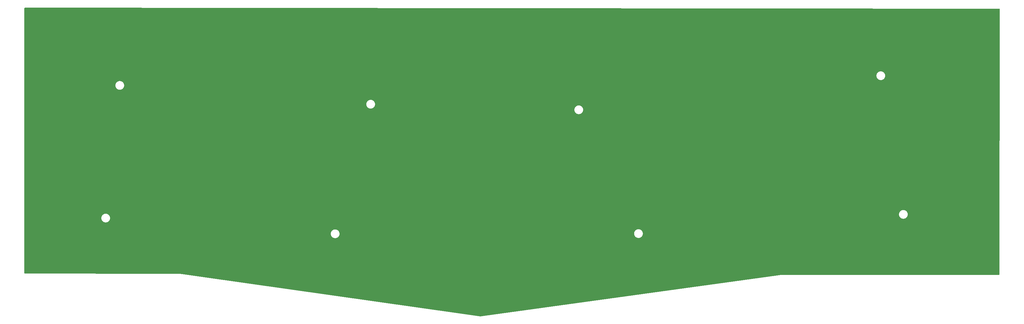
<source format=gbr>
%TF.GenerationSoftware,KiCad,Pcbnew,(5.99.0-9176-ga1730d51ff)*%
%TF.CreationDate,2021-11-18T22:53:36-06:00*%
%TF.ProjectId,Base,42617365-2e6b-4696-9361-645f70636258,rev?*%
%TF.SameCoordinates,Original*%
%TF.FileFunction,Copper,L1,Top*%
%TF.FilePolarity,Positive*%
%FSLAX46Y46*%
G04 Gerber Fmt 4.6, Leading zero omitted, Abs format (unit mm)*
G04 Created by KiCad (PCBNEW (5.99.0-9176-ga1730d51ff)) date 2021-11-18 22:53:36*
%MOMM*%
%LPD*%
G01*
G04 APERTURE LIST*
G04 APERTURE END LIST*
%TA.AperFunction,NonConductor*%
G36*
X218856700Y-61685552D02*
G01*
X369673901Y-61829879D01*
X369742001Y-61849946D01*
X369788443Y-61903646D01*
X369799779Y-61956100D01*
X369660220Y-141604221D01*
X369640098Y-141672306D01*
X369586361Y-141718705D01*
X369534220Y-141730000D01*
X304160000Y-141730000D01*
X304155712Y-141730593D01*
X304155708Y-141730593D01*
X214037447Y-154187588D01*
X214002561Y-154187535D01*
X123884283Y-141450605D01*
X123884278Y-141450605D01*
X123880000Y-141450000D01*
X123875671Y-141449987D01*
X120168435Y-141438866D01*
X77335621Y-141310377D01*
X77267562Y-141290171D01*
X77221230Y-141236376D01*
X77210000Y-141184378D01*
X77210000Y-129397959D01*
X169122913Y-129397959D01*
X169123070Y-129402816D01*
X169123070Y-129402822D01*
X169123654Y-129420848D01*
X169123704Y-129426904D01*
X169123465Y-129442084D01*
X169123465Y-129442092D01*
X169123395Y-129446573D01*
X169123751Y-129449374D01*
X169123847Y-129453255D01*
X169123627Y-129489262D01*
X169124696Y-129493002D01*
X169124352Y-129495285D01*
X169125320Y-129495189D01*
X169125911Y-129501159D01*
X169126007Y-129502127D01*
X169126554Y-129510463D01*
X169127003Y-129524324D01*
X169128846Y-129534770D01*
X169128918Y-129535179D01*
X169130217Y-129544621D01*
X169130742Y-129549919D01*
X169131348Y-129561019D01*
X169131455Y-129571411D01*
X169134279Y-129588392D01*
X169135370Y-129596626D01*
X169136746Y-129610520D01*
X169138989Y-129619644D01*
X169139349Y-129621110D01*
X169141284Y-129630515D01*
X169142058Y-129635169D01*
X169143399Y-129646257D01*
X169144180Y-129656512D01*
X169148140Y-129673390D01*
X169149754Y-129681450D01*
X169152069Y-129695371D01*
X169153424Y-129699644D01*
X169155336Y-129705675D01*
X169157892Y-129714955D01*
X169158859Y-129719074D01*
X169160933Y-129730095D01*
X169162370Y-129740192D01*
X169163788Y-129744844D01*
X169167444Y-129756838D01*
X169169583Y-129764777D01*
X169172823Y-129778585D01*
X169174456Y-129782761D01*
X169174458Y-129782768D01*
X169176734Y-129788590D01*
X169179898Y-129797697D01*
X169180615Y-129800047D01*
X169180622Y-129800070D01*
X169181008Y-129801336D01*
X169183806Y-129812236D01*
X169185882Y-129822147D01*
X169192065Y-129838526D01*
X169194705Y-129846274D01*
X169196805Y-129853162D01*
X169198868Y-129859929D01*
X169200919Y-129864307D01*
X169203383Y-129869567D01*
X169207166Y-129878529D01*
X169208388Y-129881767D01*
X169211891Y-129892473D01*
X169214586Y-129902158D01*
X169216593Y-129906583D01*
X169216595Y-129906588D01*
X169221841Y-129918152D01*
X169224970Y-129925690D01*
X169230037Y-129939113D01*
X169232199Y-129943040D01*
X169232202Y-129943047D01*
X169235141Y-129948386D01*
X169239496Y-129957076D01*
X169240837Y-129960031D01*
X169245046Y-129970536D01*
X169248354Y-129980002D01*
X169250646Y-129984293D01*
X169250647Y-129984295D01*
X169256650Y-129995534D01*
X169260258Y-130002848D01*
X169266190Y-130015925D01*
X169268601Y-130019702D01*
X169268604Y-130019708D01*
X169271867Y-130024821D01*
X169276793Y-130033240D01*
X169278278Y-130036020D01*
X169283150Y-130046218D01*
X169285148Y-130050931D01*
X169285152Y-130050938D01*
X169287051Y-130055420D01*
X169289616Y-130059554D01*
X169289617Y-130059556D01*
X169296343Y-130070397D01*
X169300408Y-130077448D01*
X169307191Y-130090146D01*
X169313426Y-130098647D01*
X169318891Y-130106737D01*
X169320548Y-130109408D01*
X169326062Y-130119256D01*
X169326217Y-130119564D01*
X169330561Y-130128208D01*
X169333386Y-130132165D01*
X169333390Y-130132171D01*
X169340793Y-130142538D01*
X169345308Y-130149315D01*
X169352886Y-130161528D01*
X169355766Y-130164965D01*
X169355768Y-130164967D01*
X169359662Y-130169613D01*
X169365639Y-130177333D01*
X169367539Y-130179994D01*
X169373676Y-130189458D01*
X169378754Y-130198114D01*
X169381834Y-130201884D01*
X169389853Y-130211700D01*
X169394814Y-130218191D01*
X169400547Y-130226220D01*
X169400556Y-130226231D01*
X169403156Y-130229872D01*
X169406247Y-130233108D01*
X169406257Y-130233121D01*
X169410468Y-130237530D01*
X169416921Y-130244833D01*
X169417803Y-130245912D01*
X169419124Y-130247529D01*
X169425835Y-130256538D01*
X169431501Y-130264899D01*
X169434815Y-130268456D01*
X169434816Y-130268457D01*
X169443432Y-130277704D01*
X169448823Y-130283882D01*
X169453292Y-130289352D01*
X169457851Y-130294932D01*
X169461152Y-130297968D01*
X169461157Y-130297973D01*
X169465682Y-130302135D01*
X169472560Y-130308967D01*
X169475150Y-130311746D01*
X169482433Y-130320295D01*
X169485703Y-130324500D01*
X169485711Y-130324508D01*
X169488693Y-130328343D01*
X169492237Y-130331680D01*
X169492238Y-130331681D01*
X169501351Y-130340262D01*
X169507158Y-130346100D01*
X169513764Y-130353189D01*
X169513768Y-130353193D01*
X169516830Y-130356479D01*
X169525196Y-130363223D01*
X169532474Y-130369567D01*
X169533740Y-130370758D01*
X169534797Y-130371753D01*
X169534800Y-130371756D01*
X169535554Y-130372466D01*
X169535932Y-130372855D01*
X169537514Y-130374391D01*
X169537516Y-130374393D01*
X169537471Y-130374438D01*
X169543330Y-130380468D01*
X169550177Y-130388169D01*
X169553934Y-130391267D01*
X169563527Y-130399179D01*
X169569733Y-130404649D01*
X169574722Y-130409346D01*
X169579978Y-130414295D01*
X169583637Y-130416869D01*
X169583643Y-130416874D01*
X169588828Y-130420521D01*
X169596492Y-130426363D01*
X169600138Y-130429370D01*
X169608396Y-130436818D01*
X169609734Y-130438136D01*
X169615793Y-130444107D01*
X169629759Y-130454153D01*
X169636345Y-130459229D01*
X169643654Y-130465257D01*
X169643658Y-130465260D01*
X169647119Y-130468114D01*
X169656442Y-130473796D01*
X169664433Y-130479095D01*
X169668058Y-130481702D01*
X169668756Y-130482204D01*
X169677446Y-130489056D01*
X169685396Y-130495911D01*
X169689525Y-130498483D01*
X169699888Y-130504939D01*
X169706842Y-130509599D01*
X169718079Y-130517682D01*
X169722052Y-130519757D01*
X169722509Y-130520039D01*
X169739793Y-130532853D01*
X169743296Y-130535947D01*
X169743302Y-130535951D01*
X169750028Y-130541891D01*
X169780773Y-130556326D01*
X169781972Y-130556889D01*
X169787270Y-130559531D01*
X169788903Y-130560394D01*
X169792699Y-130562758D01*
X169802793Y-130567204D01*
X169811364Y-130571375D01*
X169816131Y-130573922D01*
X169816545Y-130574143D01*
X169826079Y-130579791D01*
X169830784Y-130582866D01*
X169830791Y-130582870D01*
X169834861Y-130585529D01*
X169850414Y-130592555D01*
X169857909Y-130596246D01*
X169866170Y-130600660D01*
X169866178Y-130600663D01*
X169870135Y-130602778D01*
X169880531Y-130606555D01*
X169889340Y-130610140D01*
X169894181Y-130612327D01*
X169904111Y-130617353D01*
X169913164Y-130622449D01*
X169929282Y-130628484D01*
X169936965Y-130631654D01*
X169945596Y-130635553D01*
X169949687Y-130637401D01*
X169960179Y-130640441D01*
X169969274Y-130643458D01*
X169973714Y-130645120D01*
X169983985Y-130649495D01*
X169988868Y-130651836D01*
X169988872Y-130651837D01*
X169993262Y-130653942D01*
X169997925Y-130655347D01*
X169997929Y-130655348D01*
X170009817Y-130658929D01*
X170017650Y-130661572D01*
X170026634Y-130664935D01*
X170026640Y-130664937D01*
X170030842Y-130666510D01*
X170041425Y-130668832D01*
X170050711Y-130671245D01*
X170054789Y-130672473D01*
X170065375Y-130676183D01*
X170074831Y-130679978D01*
X170091801Y-130683900D01*
X170099740Y-130686012D01*
X170109016Y-130688805D01*
X170113316Y-130690100D01*
X170117743Y-130690770D01*
X170117746Y-130690771D01*
X170121789Y-130691383D01*
X170123920Y-130691706D01*
X170133411Y-130693518D01*
X170137121Y-130694375D01*
X170147955Y-130697394D01*
X170157574Y-130700544D01*
X170162372Y-130701328D01*
X170162375Y-130701329D01*
X170174832Y-130703365D01*
X170182887Y-130704953D01*
X170192412Y-130707155D01*
X170192419Y-130707156D01*
X170196788Y-130708166D01*
X170207402Y-130709069D01*
X170217005Y-130710260D01*
X170220485Y-130710829D01*
X170231499Y-130713141D01*
X170241235Y-130715643D01*
X170254502Y-130716936D01*
X170258710Y-130717346D01*
X170266812Y-130718402D01*
X170276525Y-130719990D01*
X170276528Y-130719990D01*
X170280955Y-130720714D01*
X170285443Y-130720803D01*
X170285445Y-130720803D01*
X170288231Y-130720858D01*
X170291526Y-130720923D01*
X170301269Y-130721494D01*
X170302825Y-130721645D01*
X170304554Y-130721814D01*
X170315705Y-130723409D01*
X170325544Y-130725269D01*
X170341618Y-130725789D01*
X170343127Y-130725838D01*
X170351271Y-130726366D01*
X170361110Y-130727325D01*
X170361114Y-130727325D01*
X170365567Y-130727759D01*
X170373141Y-130727417D01*
X170376118Y-130727283D01*
X170383593Y-130727235D01*
X170383593Y-130727213D01*
X170383600Y-130727213D01*
X170384592Y-130727229D01*
X170385864Y-130727221D01*
X170387651Y-130727279D01*
X170387669Y-130727279D01*
X170389000Y-130727322D01*
X170400282Y-130728195D01*
X170401528Y-130728348D01*
X170405364Y-130728819D01*
X170405369Y-130728819D01*
X170410198Y-130729412D01*
X170415060Y-130729255D01*
X170415067Y-130729255D01*
X170427822Y-130728842D01*
X170435967Y-130728842D01*
X170442715Y-130729060D01*
X170450350Y-130729307D01*
X170454799Y-130728816D01*
X170454803Y-130728816D01*
X170460811Y-130728153D01*
X170470545Y-130727459D01*
X170473696Y-130727357D01*
X170484995Y-130727498D01*
X170494996Y-130728072D01*
X170499840Y-130727600D01*
X170499842Y-130727600D01*
X170512506Y-130726366D01*
X170520645Y-130725838D01*
X170535004Y-130725373D01*
X170545401Y-130723539D01*
X170555041Y-130722221D01*
X170556339Y-130722094D01*
X170558323Y-130721901D01*
X170569592Y-130721310D01*
X170573008Y-130721284D01*
X170574766Y-130721271D01*
X170574767Y-130721271D01*
X170579635Y-130721234D01*
X170596955Y-130718402D01*
X170605054Y-130717347D01*
X170614876Y-130716390D01*
X170614879Y-130716390D01*
X170619328Y-130715956D01*
X170623667Y-130714897D01*
X170623685Y-130714894D01*
X170629621Y-130713445D01*
X170639177Y-130711501D01*
X170640051Y-130711358D01*
X170642608Y-130710940D01*
X170653764Y-130709625D01*
X170653897Y-130709615D01*
X170663842Y-130708891D01*
X170680877Y-130704954D01*
X170688918Y-130703369D01*
X170698595Y-130701787D01*
X170698597Y-130701786D01*
X170703016Y-130701064D01*
X170707284Y-130699724D01*
X170707287Y-130699723D01*
X170709574Y-130699004D01*
X170713182Y-130697872D01*
X170722548Y-130695323D01*
X170726247Y-130694468D01*
X170737261Y-130692434D01*
X170747367Y-130691029D01*
X170764031Y-130686010D01*
X170771996Y-130683893D01*
X170781434Y-130681712D01*
X170781437Y-130681711D01*
X170785799Y-130680703D01*
X170789981Y-130679084D01*
X170795796Y-130676833D01*
X170804964Y-130673683D01*
X170809013Y-130672464D01*
X170819830Y-130669724D01*
X170825132Y-130668628D01*
X170825144Y-130668625D01*
X170829913Y-130667639D01*
X170834475Y-130665931D01*
X170834478Y-130665930D01*
X170846100Y-130661578D01*
X170853947Y-130658930D01*
X170855856Y-130658355D01*
X170867421Y-130654872D01*
X170871486Y-130652984D01*
X170871492Y-130652982D01*
X170877245Y-130650310D01*
X170886128Y-130646591D01*
X170890550Y-130644935D01*
X170901126Y-130641499D01*
X170911141Y-130638729D01*
X170926840Y-130631637D01*
X170934497Y-130628479D01*
X170947589Y-130623577D01*
X170957157Y-130618343D01*
X170965744Y-130614063D01*
X170970605Y-130611868D01*
X170980891Y-130607757D01*
X170986189Y-130605905D01*
X170986190Y-130605904D01*
X170990792Y-130604296D01*
X171005858Y-130596246D01*
X171013331Y-130592567D01*
X171025968Y-130586858D01*
X171035272Y-130580940D01*
X171043701Y-130576026D01*
X171043934Y-130575902D01*
X171055676Y-130570408D01*
X171056299Y-130570155D01*
X171056308Y-130570150D01*
X171060814Y-130568319D01*
X171064986Y-130565815D01*
X171068119Y-130564250D01*
X171076583Y-130559803D01*
X171108481Y-130545300D01*
X171120637Y-130534826D01*
X171120852Y-130534641D01*
X171135880Y-130523900D01*
X171135869Y-130523885D01*
X171139856Y-130521116D01*
X171140155Y-130520941D01*
X171142536Y-130519271D01*
X171146382Y-130516963D01*
X171149277Y-130514609D01*
X171149652Y-130514482D01*
X171149573Y-130514369D01*
X171158521Y-130508153D01*
X171163627Y-130504786D01*
X171163667Y-130504761D01*
X171164390Y-130504345D01*
X171167725Y-130502240D01*
X171172026Y-130499970D01*
X171175928Y-130497064D01*
X171176335Y-130496807D01*
X171178711Y-130495019D01*
X171182475Y-130492587D01*
X171185325Y-130490107D01*
X171185753Y-130489946D01*
X171185658Y-130489818D01*
X171194096Y-130483534D01*
X171199128Y-130480241D01*
X171199022Y-130480085D01*
X171203052Y-130477353D01*
X171207281Y-130474939D01*
X171211087Y-130471904D01*
X171211549Y-130471591D01*
X171213959Y-130469650D01*
X171217645Y-130467089D01*
X171220422Y-130464506D01*
X171220870Y-130464321D01*
X171220764Y-130464188D01*
X171228720Y-130457844D01*
X171233627Y-130454397D01*
X171233515Y-130454243D01*
X171237446Y-130451383D01*
X171241596Y-130448830D01*
X171245301Y-130445670D01*
X171245813Y-130445298D01*
X171245820Y-130445293D01*
X171248219Y-130443225D01*
X171251811Y-130440550D01*
X171254517Y-130437860D01*
X171254983Y-130437649D01*
X171254867Y-130437513D01*
X171262360Y-130431123D01*
X171267133Y-130427531D01*
X171267014Y-130427378D01*
X171270856Y-130424385D01*
X171274914Y-130421701D01*
X171278511Y-130418424D01*
X171278951Y-130418081D01*
X171279245Y-130417831D01*
X171281485Y-130415767D01*
X171284992Y-130412971D01*
X171287632Y-130410167D01*
X171288118Y-130409927D01*
X171287990Y-130409787D01*
X171295018Y-130403383D01*
X171299671Y-130399639D01*
X171299545Y-130399487D01*
X171303288Y-130396370D01*
X171307260Y-130393551D01*
X171310752Y-130390154D01*
X171311120Y-130389847D01*
X171311647Y-130389366D01*
X171313750Y-130387297D01*
X171317164Y-130384385D01*
X171319709Y-130381497D01*
X171320219Y-130381224D01*
X171320078Y-130381080D01*
X171326707Y-130374629D01*
X171331203Y-130370758D01*
X171331073Y-130370612D01*
X171334709Y-130367376D01*
X171338589Y-130364428D01*
X171341967Y-130360919D01*
X171342284Y-130360637D01*
X171342978Y-130359962D01*
X171344966Y-130357874D01*
X171348277Y-130354857D01*
X171351106Y-130351426D01*
X171351170Y-130351360D01*
X171357334Y-130344957D01*
X171361713Y-130340928D01*
X171361579Y-130340786D01*
X171365107Y-130337434D01*
X171368884Y-130334363D01*
X171372145Y-130330747D01*
X171372418Y-130330487D01*
X171373253Y-130329620D01*
X171375135Y-130327508D01*
X171378350Y-130324381D01*
X171381084Y-130320836D01*
X171381290Y-130320607D01*
X171386337Y-130315009D01*
X171386944Y-130314336D01*
X171391174Y-130310180D01*
X171391035Y-130310043D01*
X171394456Y-130306573D01*
X171398129Y-130303384D01*
X171401270Y-130299664D01*
X171401486Y-130299445D01*
X171402456Y-130298371D01*
X171404236Y-130296237D01*
X171407344Y-130293009D01*
X171409964Y-130289371D01*
X171410405Y-130288847D01*
X171415497Y-130282816D01*
X171419593Y-130278528D01*
X171419445Y-130278391D01*
X171422749Y-130274815D01*
X171426319Y-130271505D01*
X171429341Y-130267681D01*
X171429529Y-130267477D01*
X171430566Y-130266250D01*
X171432240Y-130264105D01*
X171435244Y-130260774D01*
X171437744Y-130257053D01*
X171437967Y-130256767D01*
X171438325Y-130256311D01*
X171442960Y-130250444D01*
X171446896Y-130246044D01*
X171446743Y-130245912D01*
X171449937Y-130242223D01*
X171453394Y-130238803D01*
X171456287Y-130234888D01*
X171456440Y-130234711D01*
X171457611Y-130233228D01*
X171459140Y-130231131D01*
X171462034Y-130227704D01*
X171464411Y-130223904D01*
X171464851Y-130223301D01*
X171465312Y-130222674D01*
X171469345Y-130217215D01*
X171473146Y-130212679D01*
X171472988Y-130212551D01*
X171476053Y-130208770D01*
X171479402Y-130205235D01*
X171482165Y-130201229D01*
X171482292Y-130201073D01*
X171483451Y-130199504D01*
X171484928Y-130197334D01*
X171487711Y-130193812D01*
X171489963Y-130189936D01*
X171490323Y-130189408D01*
X171490761Y-130188769D01*
X171492454Y-130186314D01*
X171494607Y-130183193D01*
X171498253Y-130178549D01*
X171498087Y-130178423D01*
X171501027Y-130174546D01*
X171504259Y-130170906D01*
X171506892Y-130166813D01*
X171507004Y-130166665D01*
X171508202Y-130164929D01*
X171509563Y-130162783D01*
X171512223Y-130159182D01*
X171514348Y-130155237D01*
X171514964Y-130154266D01*
X171515397Y-130153589D01*
X171518758Y-130148363D01*
X171522249Y-130143604D01*
X171522082Y-130143486D01*
X171524894Y-130139516D01*
X171528006Y-130135773D01*
X171530507Y-130131593D01*
X171530589Y-130131477D01*
X171531760Y-130129657D01*
X171533061Y-130127451D01*
X171535605Y-130123762D01*
X171537604Y-130119742D01*
X171537972Y-130119119D01*
X171538395Y-130118408D01*
X171541755Y-130112793D01*
X171545076Y-130107940D01*
X171544906Y-130107828D01*
X171547587Y-130103772D01*
X171550581Y-130099924D01*
X171552946Y-130095663D01*
X171553046Y-130095512D01*
X171554116Y-130093725D01*
X171555361Y-130091448D01*
X171557792Y-130087669D01*
X171559665Y-130083578D01*
X171560162Y-130082668D01*
X171560391Y-130082254D01*
X171563585Y-130076500D01*
X171566747Y-130071550D01*
X171566571Y-130071442D01*
X171569122Y-130067297D01*
X171571987Y-130063359D01*
X171574212Y-130059027D01*
X171574281Y-130058915D01*
X171575370Y-130056954D01*
X171576510Y-130054698D01*
X171578812Y-130050850D01*
X171580549Y-130046706D01*
X171580966Y-130045880D01*
X171581344Y-130045140D01*
X171584233Y-130039516D01*
X171587245Y-130034432D01*
X171587073Y-130034334D01*
X171589484Y-130030116D01*
X171592221Y-130026085D01*
X171594305Y-130021681D01*
X171594382Y-130021547D01*
X171595348Y-130019665D01*
X171596439Y-130017321D01*
X171598614Y-130013404D01*
X171600208Y-130009228D01*
X171600522Y-130008554D01*
X171600851Y-130007854D01*
X171603686Y-130001862D01*
X171606538Y-129996678D01*
X171606358Y-129996583D01*
X171608632Y-129992288D01*
X171611236Y-129988171D01*
X171613178Y-129983698D01*
X171613268Y-129983529D01*
X171614141Y-129981685D01*
X171615152Y-129979316D01*
X171617201Y-129975326D01*
X171618663Y-129971088D01*
X171619086Y-129970098D01*
X171619404Y-129969361D01*
X171621929Y-129963547D01*
X171624601Y-129958288D01*
X171624422Y-129958201D01*
X171626559Y-129953827D01*
X171629030Y-129949627D01*
X171630824Y-129945100D01*
X171630912Y-129944919D01*
X171631700Y-129943103D01*
X171632648Y-129940665D01*
X171634563Y-129936620D01*
X171635884Y-129932348D01*
X171636100Y-129931793D01*
X171636380Y-129931079D01*
X171638925Y-129924653D01*
X171641444Y-129919275D01*
X171641262Y-129919193D01*
X171643259Y-129914743D01*
X171645585Y-129910478D01*
X171647228Y-129905902D01*
X171647314Y-129905711D01*
X171648005Y-129903967D01*
X171648883Y-129901472D01*
X171650666Y-129897366D01*
X171651848Y-129893049D01*
X171651977Y-129892683D01*
X171652239Y-129891944D01*
X171652704Y-129890649D01*
X171654686Y-129885132D01*
X171657027Y-129879693D01*
X171656838Y-129879616D01*
X171658687Y-129875112D01*
X171660878Y-129870763D01*
X171662372Y-129866133D01*
X171662475Y-129865883D01*
X171663040Y-129864307D01*
X171663853Y-129861736D01*
X171665504Y-129857568D01*
X171666547Y-129853211D01*
X171666644Y-129852905D01*
X171666831Y-129852320D01*
X171669175Y-129845056D01*
X171671343Y-129839508D01*
X171671163Y-129839441D01*
X171672862Y-129834884D01*
X171674906Y-129830472D01*
X171676247Y-129825801D01*
X171676351Y-129825522D01*
X171676784Y-129824182D01*
X171677546Y-129821468D01*
X171679059Y-129817254D01*
X171679956Y-129812881D01*
X171680009Y-129812696D01*
X171682376Y-129804454D01*
X171684352Y-129798862D01*
X171684171Y-129798801D01*
X171685722Y-129794184D01*
X171687622Y-129789706D01*
X171688812Y-129784983D01*
X171688920Y-129784663D01*
X171689265Y-129783464D01*
X171689937Y-129780731D01*
X171691314Y-129776463D01*
X171692068Y-129772069D01*
X171692130Y-129771819D01*
X171694253Y-129763393D01*
X171696068Y-129757691D01*
X171695880Y-129757635D01*
X171697278Y-129752974D01*
X171699031Y-129748434D01*
X171700065Y-129743678D01*
X171700178Y-129743302D01*
X171700424Y-129742327D01*
X171701023Y-129739494D01*
X171702260Y-129735184D01*
X171702787Y-129731368D01*
X171703071Y-129730841D01*
X171702866Y-129730796D01*
X171704816Y-129721830D01*
X171706438Y-129716084D01*
X171706251Y-129716035D01*
X171707498Y-129711322D01*
X171709100Y-129706731D01*
X171709976Y-129701951D01*
X171710094Y-129701506D01*
X171710245Y-129700810D01*
X171710767Y-129697871D01*
X171711862Y-129693526D01*
X171712263Y-129689708D01*
X171712517Y-129689198D01*
X171712321Y-129689162D01*
X171714031Y-129679835D01*
X171715467Y-129674010D01*
X171715285Y-129673968D01*
X171716374Y-129669221D01*
X171717825Y-129664575D01*
X171718545Y-129659757D01*
X171718663Y-129659241D01*
X171718717Y-129658945D01*
X171719163Y-129655848D01*
X171720119Y-129651453D01*
X171720393Y-129647647D01*
X171720610Y-129647171D01*
X171720429Y-129647144D01*
X171720662Y-129645588D01*
X171721876Y-129637456D01*
X171723125Y-129631570D01*
X171722940Y-129631534D01*
X171723871Y-129626760D01*
X171725169Y-129622066D01*
X171725728Y-129617236D01*
X171725849Y-129616617D01*
X171726200Y-129613447D01*
X171727007Y-129609044D01*
X171727156Y-129605230D01*
X171727350Y-129604766D01*
X171727175Y-129604746D01*
X171728000Y-129597629D01*
X171728341Y-129594680D01*
X171729395Y-129588750D01*
X171729213Y-129588721D01*
X171729985Y-129583916D01*
X171731127Y-129579180D01*
X171731527Y-129574324D01*
X171731610Y-129573805D01*
X171731851Y-129570693D01*
X171732512Y-129566273D01*
X171732535Y-129562492D01*
X171732698Y-129562063D01*
X171732538Y-129562050D01*
X171733395Y-129551640D01*
X171733943Y-129546350D01*
X171733947Y-129546318D01*
X171734105Y-129545358D01*
X171734686Y-129540781D01*
X171735671Y-129536009D01*
X171735910Y-129531148D01*
X171735965Y-129530711D01*
X171736097Y-129527713D01*
X171736614Y-129523248D01*
X171736513Y-129519511D01*
X171736663Y-129519073D01*
X171736502Y-129519065D01*
X171737025Y-129508414D01*
X171737297Y-129504262D01*
X171737473Y-129502127D01*
X171737552Y-129501175D01*
X171739197Y-129501310D01*
X171738772Y-129497083D01*
X171739237Y-129495527D01*
X171739306Y-129484196D01*
X171739438Y-129462703D01*
X171739556Y-129459863D01*
X171739872Y-129457836D01*
X171739872Y-129452972D01*
X171740036Y-129450849D01*
X171740245Y-129446198D01*
X171740839Y-129441361D01*
X171740100Y-129418497D01*
X171740050Y-129412458D01*
X171740289Y-129397253D01*
X171740288Y-129397234D01*
X171740358Y-129392769D01*
X171740003Y-129389975D01*
X171739906Y-129386052D01*
X171739922Y-129383551D01*
X171740126Y-129350079D01*
X171739060Y-129346348D01*
X171739400Y-129344090D01*
X171738442Y-129344185D01*
X171738440Y-129344179D01*
X171738432Y-129344090D01*
X171738042Y-129340161D01*
X260112096Y-129340161D01*
X260112253Y-129345029D01*
X260112253Y-129345037D01*
X260112836Y-129363070D01*
X260112886Y-129369116D01*
X260112647Y-129384313D01*
X260112647Y-129384321D01*
X260112577Y-129388803D01*
X260112933Y-129391604D01*
X260113029Y-129395485D01*
X260112809Y-129431493D01*
X260113873Y-129435216D01*
X260113530Y-129437496D01*
X260114498Y-129437400D01*
X260114498Y-129437401D01*
X260114962Y-129442084D01*
X260115184Y-129444331D01*
X260115731Y-129452668D01*
X260116179Y-129466530D01*
X260118097Y-129477408D01*
X260119395Y-129486858D01*
X260119499Y-129487897D01*
X260119499Y-129487901D01*
X260119651Y-129489438D01*
X260119652Y-129489448D01*
X260119918Y-129492136D01*
X260120526Y-129503263D01*
X260120633Y-129513648D01*
X260121431Y-129518444D01*
X260121431Y-129518449D01*
X260123450Y-129530589D01*
X260124544Y-129538840D01*
X260125288Y-129546350D01*
X260125921Y-129552746D01*
X260128531Y-129563368D01*
X260130461Y-129572754D01*
X260131237Y-129577422D01*
X260132579Y-129588509D01*
X260133361Y-129598770D01*
X260137315Y-129615621D01*
X260138937Y-129623722D01*
X260140389Y-129632450D01*
X260141247Y-129637610D01*
X260142601Y-129641881D01*
X260142602Y-129641885D01*
X260144519Y-129647932D01*
X260147071Y-129657195D01*
X260148023Y-129661248D01*
X260148042Y-129661331D01*
X260150115Y-129672351D01*
X260150319Y-129673781D01*
X260151551Y-129682438D01*
X260152971Y-129687096D01*
X260152972Y-129687101D01*
X260156622Y-129699074D01*
X260158762Y-129707015D01*
X260162007Y-129720843D01*
X260163639Y-129725017D01*
X260163640Y-129725020D01*
X260165915Y-129730837D01*
X260169093Y-129739987D01*
X260170198Y-129743612D01*
X260172996Y-129754515D01*
X260174044Y-129759517D01*
X260175068Y-129764406D01*
X260180357Y-129778414D01*
X260181244Y-129780764D01*
X260183885Y-129788514D01*
X260188050Y-129802177D01*
X260189950Y-129806233D01*
X260189951Y-129806235D01*
X260192569Y-129811823D01*
X260196337Y-129820744D01*
X260196758Y-129821859D01*
X260197577Y-129824029D01*
X260201083Y-129834744D01*
X260202136Y-129838526D01*
X260203782Y-129844441D01*
X260205792Y-129848871D01*
X260205793Y-129848874D01*
X260211032Y-129860422D01*
X260214168Y-129867977D01*
X260217642Y-129877180D01*
X260217648Y-129877193D01*
X260219226Y-129881373D01*
X260221386Y-129885296D01*
X260221388Y-129885301D01*
X260224332Y-129890649D01*
X260228689Y-129899342D01*
X260230041Y-129902321D01*
X260234248Y-129912819D01*
X260237548Y-129922263D01*
X260244308Y-129934916D01*
X260245849Y-129937801D01*
X260249455Y-129945111D01*
X260253542Y-129954120D01*
X260253546Y-129954127D01*
X260255396Y-129958205D01*
X260259865Y-129965206D01*
X260261066Y-129967087D01*
X260265999Y-129975520D01*
X260267486Y-129978304D01*
X260272353Y-129988489D01*
X260276252Y-129997687D01*
X260285534Y-130012644D01*
X260289598Y-130019695D01*
X260294275Y-130028450D01*
X260294280Y-130028458D01*
X260296389Y-130032406D01*
X260302638Y-130040925D01*
X260308088Y-130048993D01*
X260309751Y-130051672D01*
X260315262Y-130061514D01*
X260317571Y-130066110D01*
X260317578Y-130066121D01*
X260319759Y-130070462D01*
X260322585Y-130074419D01*
X260322587Y-130074423D01*
X260329988Y-130084787D01*
X260334512Y-130091577D01*
X260339727Y-130099982D01*
X260339735Y-130099993D01*
X260342093Y-130103793D01*
X260344975Y-130107231D01*
X260348869Y-130111878D01*
X260354822Y-130119564D01*
X260356722Y-130122224D01*
X260362873Y-130131707D01*
X260365426Y-130136058D01*
X260367958Y-130140374D01*
X260377503Y-130152056D01*
X260379059Y-130153961D01*
X260384027Y-130160461D01*
X260392357Y-130172126D01*
X260397330Y-130177333D01*
X260399675Y-130179789D01*
X260406109Y-130187070D01*
X260408313Y-130189767D01*
X260415039Y-130198794D01*
X260415520Y-130199504D01*
X260417911Y-130203031D01*
X260420707Y-130207157D01*
X260424022Y-130210714D01*
X260424023Y-130210716D01*
X260432631Y-130219954D01*
X260438021Y-130226129D01*
X260444225Y-130233723D01*
X260444229Y-130233727D01*
X260447059Y-130237191D01*
X260454904Y-130244405D01*
X260461774Y-130251230D01*
X260464365Y-130254010D01*
X260471627Y-130262536D01*
X260477887Y-130270585D01*
X260481434Y-130273925D01*
X260481435Y-130273926D01*
X260490569Y-130282527D01*
X260496371Y-130288360D01*
X260499255Y-130291455D01*
X260506040Y-130298736D01*
X260511806Y-130303384D01*
X260514384Y-130305462D01*
X260521680Y-130311821D01*
X260522928Y-130312995D01*
X260524728Y-130314690D01*
X260532526Y-130322714D01*
X260536010Y-130326633D01*
X260539360Y-130330402D01*
X260543114Y-130333498D01*
X260543119Y-130333503D01*
X260552720Y-130341421D01*
X260558923Y-130346889D01*
X260563737Y-130351422D01*
X260569172Y-130356539D01*
X260578024Y-130362766D01*
X260585651Y-130368580D01*
X260588115Y-130370612D01*
X260589314Y-130371601D01*
X260597574Y-130379051D01*
X260601510Y-130382931D01*
X260601515Y-130382936D01*
X260604971Y-130386341D01*
X260608911Y-130389176D01*
X260608914Y-130389178D01*
X260609844Y-130389847D01*
X260618948Y-130396396D01*
X260625514Y-130401457D01*
X260636301Y-130410353D01*
X260640127Y-130412685D01*
X260640137Y-130412692D01*
X260645600Y-130416021D01*
X260653602Y-130421326D01*
X260657906Y-130424422D01*
X260666620Y-130431292D01*
X260674554Y-130438136D01*
X260678688Y-130440712D01*
X260689055Y-130447172D01*
X260695992Y-130451821D01*
X260703618Y-130457307D01*
X260703624Y-130457311D01*
X260707254Y-130459922D01*
X260711224Y-130461996D01*
X260711685Y-130462280D01*
X260728965Y-130475090D01*
X260732496Y-130478209D01*
X260732499Y-130478211D01*
X260739225Y-130484151D01*
X260747350Y-130487966D01*
X260747352Y-130487967D01*
X260771185Y-130499156D01*
X260776500Y-130501805D01*
X260778040Y-130502619D01*
X260781852Y-130504994D01*
X260785960Y-130506804D01*
X260785966Y-130506807D01*
X260791979Y-130509456D01*
X260800540Y-130513621D01*
X260805750Y-130516404D01*
X260815296Y-130522057D01*
X260820006Y-130525134D01*
X260820011Y-130525137D01*
X260824089Y-130527801D01*
X260839662Y-130534835D01*
X260847153Y-130538523D01*
X260855416Y-130542938D01*
X260855426Y-130542943D01*
X260859371Y-130545050D01*
X260863578Y-130546578D01*
X260869728Y-130548812D01*
X260878568Y-130552408D01*
X260883417Y-130554598D01*
X260893353Y-130559626D01*
X260898154Y-130562328D01*
X260898157Y-130562329D01*
X260902399Y-130564717D01*
X260918492Y-130570741D01*
X260926179Y-130573912D01*
X260934823Y-130577816D01*
X260938917Y-130579665D01*
X260949412Y-130582706D01*
X260958508Y-130585721D01*
X260962942Y-130587380D01*
X260973220Y-130591758D01*
X260978094Y-130594094D01*
X260978098Y-130594096D01*
X260982487Y-130596199D01*
X260999071Y-130601193D01*
X261006872Y-130603825D01*
X261020078Y-130608768D01*
X261025225Y-130609897D01*
X261030652Y-130611088D01*
X261039965Y-130613507D01*
X261044000Y-130614722D01*
X261054590Y-130618433D01*
X261064044Y-130622226D01*
X261068780Y-130623321D01*
X261068785Y-130623322D01*
X261081011Y-130626147D01*
X261088970Y-130628263D01*
X261098244Y-130631056D01*
X261098250Y-130631057D01*
X261102543Y-130632350D01*
X261113146Y-130633955D01*
X261122668Y-130635774D01*
X261126357Y-130636627D01*
X261137176Y-130639643D01*
X261142160Y-130641275D01*
X261142173Y-130641278D01*
X261146790Y-130642790D01*
X261164063Y-130645613D01*
X261172102Y-130647197D01*
X261186000Y-130650409D01*
X261190463Y-130650789D01*
X261190465Y-130650789D01*
X261196603Y-130651311D01*
X261206256Y-130652509D01*
X261209681Y-130653069D01*
X261220718Y-130655385D01*
X261225729Y-130656673D01*
X261225735Y-130656674D01*
X261230442Y-130657884D01*
X261246233Y-130659422D01*
X261247902Y-130659585D01*
X261256006Y-130660641D01*
X261265745Y-130662233D01*
X261265756Y-130662234D01*
X261270173Y-130662956D01*
X261274650Y-130663045D01*
X261274655Y-130663045D01*
X261277763Y-130663106D01*
X261280761Y-130663165D01*
X261290482Y-130663734D01*
X261293726Y-130664050D01*
X261304889Y-130665645D01*
X261314741Y-130667507D01*
X261332055Y-130668067D01*
X261332331Y-130668076D01*
X261340476Y-130668604D01*
X261350315Y-130669563D01*
X261350320Y-130669563D01*
X261354773Y-130669997D01*
X261359248Y-130669795D01*
X261359249Y-130669795D01*
X261365328Y-130669521D01*
X261375069Y-130669459D01*
X261376278Y-130669498D01*
X261376282Y-130669498D01*
X261378224Y-130669561D01*
X261389479Y-130670433D01*
X261392919Y-130670855D01*
X261399395Y-130671650D01*
X261404257Y-130671493D01*
X261404264Y-130671493D01*
X261417019Y-130671080D01*
X261425164Y-130671080D01*
X261431912Y-130671298D01*
X261439547Y-130671545D01*
X261443996Y-130671054D01*
X261444000Y-130671054D01*
X261450008Y-130670391D01*
X261459728Y-130669697D01*
X261462890Y-130669595D01*
X261474185Y-130669736D01*
X261484183Y-130670310D01*
X261501704Y-130668603D01*
X261509830Y-130668076D01*
X261515823Y-130667882D01*
X261519725Y-130667756D01*
X261519726Y-130667756D01*
X261524201Y-130667611D01*
X261528613Y-130666833D01*
X261528621Y-130666832D01*
X261534594Y-130665779D01*
X261544224Y-130664461D01*
X261545778Y-130664309D01*
X261547481Y-130664143D01*
X261558779Y-130663550D01*
X261568812Y-130663475D01*
X261573616Y-130662690D01*
X261573625Y-130662689D01*
X261586142Y-130660643D01*
X261594246Y-130659587D01*
X261604042Y-130658633D01*
X261604047Y-130658632D01*
X261608514Y-130658197D01*
X261618798Y-130655687D01*
X261628358Y-130653743D01*
X261631794Y-130653182D01*
X261642949Y-130651868D01*
X261646973Y-130651575D01*
X261648169Y-130651488D01*
X261648170Y-130651488D01*
X261653020Y-130651135D01*
X261657753Y-130650041D01*
X261657755Y-130650041D01*
X261661524Y-130649170D01*
X261670076Y-130647194D01*
X261678111Y-130645611D01*
X261687769Y-130644033D01*
X261687779Y-130644031D01*
X261692194Y-130643309D01*
X261696462Y-130641969D01*
X261696466Y-130641968D01*
X261701341Y-130640437D01*
X261702356Y-130640118D01*
X261711739Y-130637566D01*
X261715436Y-130636712D01*
X261726454Y-130634679D01*
X261736537Y-130633278D01*
X261741200Y-130631874D01*
X261741204Y-130631873D01*
X261752480Y-130628477D01*
X261753204Y-130628259D01*
X261761150Y-130626147D01*
X261774977Y-130622952D01*
X261781533Y-130620414D01*
X261784988Y-130619077D01*
X261794137Y-130615934D01*
X261798161Y-130614722D01*
X261808990Y-130611979D01*
X261811055Y-130611552D01*
X261819066Y-130609897D01*
X261823612Y-130608195D01*
X261823623Y-130608192D01*
X261835270Y-130603832D01*
X261843107Y-130601188D01*
X261856592Y-130597128D01*
X261860650Y-130595243D01*
X261860654Y-130595242D01*
X261866405Y-130592571D01*
X261875312Y-130588843D01*
X261879713Y-130587196D01*
X261890295Y-130583760D01*
X261895616Y-130582289D01*
X261895623Y-130582287D01*
X261900305Y-130580992D01*
X261904733Y-130578992D01*
X261904736Y-130578991D01*
X261915469Y-130574143D01*
X261915965Y-130573919D01*
X261923656Y-130570747D01*
X261932546Y-130567420D01*
X261932556Y-130567415D01*
X261936746Y-130565847D01*
X261946332Y-130560605D01*
X261954918Y-130556326D01*
X261959745Y-130554146D01*
X261970026Y-130550036D01*
X261979951Y-130546568D01*
X261986746Y-130542938D01*
X261995012Y-130538522D01*
X262002520Y-130534826D01*
X262015134Y-130529129D01*
X262021416Y-130525134D01*
X262024436Y-130523213D01*
X262032760Y-130518356D01*
X262033015Y-130518220D01*
X262044856Y-130512673D01*
X262045515Y-130512405D01*
X262045517Y-130512404D01*
X262050031Y-130510569D01*
X262054211Y-130508060D01*
X262057409Y-130506462D01*
X262065811Y-130502049D01*
X262089506Y-130491276D01*
X262089508Y-130491274D01*
X262097678Y-130487560D01*
X262106173Y-130480241D01*
X262110058Y-130476893D01*
X262125069Y-130466165D01*
X262125057Y-130466148D01*
X262126290Y-130465292D01*
X262126339Y-130465257D01*
X262129051Y-130463373D01*
X262129392Y-130463174D01*
X262131763Y-130461511D01*
X262135599Y-130459208D01*
X262138494Y-130456853D01*
X262138906Y-130456714D01*
X262138819Y-130456589D01*
X262138837Y-130456577D01*
X262147744Y-130450391D01*
X262150316Y-130448651D01*
X262150357Y-130448624D01*
X262152865Y-130447141D01*
X262152827Y-130447081D01*
X262156950Y-130444479D01*
X262161253Y-130442208D01*
X262165156Y-130439301D01*
X262165533Y-130439063D01*
X262167935Y-130437256D01*
X262171704Y-130434819D01*
X262174529Y-130432360D01*
X262174956Y-130432200D01*
X262174861Y-130432072D01*
X262183327Y-130425767D01*
X262188347Y-130422479D01*
X262188243Y-130422326D01*
X262192277Y-130419589D01*
X262196497Y-130417180D01*
X262200296Y-130414150D01*
X262200765Y-130413832D01*
X262203161Y-130411902D01*
X262206841Y-130409346D01*
X262209624Y-130406757D01*
X262210071Y-130406572D01*
X262209965Y-130406440D01*
X262217919Y-130400097D01*
X262222832Y-130396645D01*
X262222721Y-130396492D01*
X262226656Y-130393629D01*
X262230800Y-130391079D01*
X262234503Y-130387921D01*
X262234998Y-130387561D01*
X262235041Y-130387527D01*
X262237436Y-130385463D01*
X262241035Y-130382782D01*
X262243740Y-130380093D01*
X262244206Y-130379882D01*
X262244089Y-130379746D01*
X262244092Y-130379743D01*
X262251574Y-130373362D01*
X262256342Y-130369776D01*
X262256222Y-130369622D01*
X262260061Y-130366632D01*
X262264129Y-130363941D01*
X262267732Y-130360657D01*
X262268182Y-130360307D01*
X262268427Y-130360098D01*
X262270694Y-130358010D01*
X262274207Y-130355209D01*
X262276840Y-130352413D01*
X262277329Y-130352171D01*
X262277201Y-130352030D01*
X262284241Y-130345616D01*
X262288880Y-130341877D01*
X262288757Y-130341729D01*
X262292498Y-130338613D01*
X262296463Y-130335799D01*
X262299945Y-130332411D01*
X262300308Y-130332109D01*
X262300857Y-130331609D01*
X262302960Y-130329540D01*
X262306368Y-130326633D01*
X262308918Y-130323739D01*
X262309424Y-130323468D01*
X262309284Y-130323324D01*
X262315907Y-130316880D01*
X262320421Y-130312995D01*
X262320290Y-130312848D01*
X262323921Y-130309617D01*
X262327803Y-130306666D01*
X262331185Y-130303153D01*
X262331503Y-130302870D01*
X262332182Y-130302209D01*
X262334166Y-130300124D01*
X262337490Y-130297095D01*
X262339950Y-130294112D01*
X262340471Y-130293810D01*
X262340320Y-130293664D01*
X262346551Y-130287192D01*
X262350905Y-130283186D01*
X262350769Y-130283043D01*
X262354297Y-130279691D01*
X262358078Y-130276618D01*
X262361344Y-130272996D01*
X262361618Y-130272736D01*
X262362487Y-130271834D01*
X262364340Y-130269755D01*
X262367554Y-130266628D01*
X262370293Y-130263076D01*
X262370352Y-130263010D01*
X262370719Y-130262601D01*
X262376144Y-130256585D01*
X262380382Y-130252433D01*
X262380237Y-130252290D01*
X262383654Y-130248825D01*
X262387331Y-130245632D01*
X262390471Y-130241913D01*
X262390695Y-130241686D01*
X262391671Y-130240604D01*
X262393448Y-130238474D01*
X262396557Y-130235245D01*
X262399177Y-130231607D01*
X262399634Y-130231063D01*
X262402470Y-130227704D01*
X262404711Y-130225050D01*
X262408802Y-130220772D01*
X262408652Y-130220633D01*
X262411947Y-130217068D01*
X262415524Y-130213751D01*
X262418545Y-130209927D01*
X262418745Y-130209711D01*
X262419758Y-130208511D01*
X262421434Y-130206364D01*
X262424440Y-130203031D01*
X262426943Y-130199306D01*
X262427024Y-130199202D01*
X262427487Y-130198613D01*
X262432177Y-130192677D01*
X262436115Y-130188274D01*
X262435962Y-130188142D01*
X262439148Y-130184462D01*
X262442606Y-130181040D01*
X262445500Y-130177124D01*
X262445662Y-130176936D01*
X262446791Y-130175508D01*
X262448339Y-130173385D01*
X262451238Y-130169952D01*
X262453621Y-130166142D01*
X262454067Y-130165530D01*
X262454541Y-130164885D01*
X262458550Y-130159460D01*
X262462338Y-130154939D01*
X262462181Y-130154812D01*
X262465247Y-130151030D01*
X262468590Y-130147501D01*
X262471348Y-130143503D01*
X262471480Y-130143341D01*
X262472692Y-130141699D01*
X262474138Y-130139574D01*
X262476916Y-130136058D01*
X262479168Y-130132183D01*
X262479684Y-130131425D01*
X262480141Y-130130758D01*
X262483813Y-130125436D01*
X262487447Y-130120797D01*
X262487287Y-130120676D01*
X262490227Y-130116799D01*
X262493465Y-130113152D01*
X262496103Y-130109050D01*
X262496213Y-130108905D01*
X262497389Y-130107200D01*
X262498772Y-130105019D01*
X262501433Y-130101418D01*
X262503557Y-130097474D01*
X262504013Y-130096756D01*
X262504360Y-130096212D01*
X262507962Y-130090611D01*
X262511447Y-130085853D01*
X262511284Y-130085737D01*
X262514098Y-130081764D01*
X262517212Y-130078019D01*
X262519713Y-130073838D01*
X262519820Y-130073687D01*
X262520932Y-130071958D01*
X262522251Y-130069722D01*
X262524798Y-130066031D01*
X262526795Y-130062019D01*
X262527279Y-130061198D01*
X262527677Y-130060529D01*
X262530951Y-130055056D01*
X262534280Y-130050187D01*
X262534111Y-130050076D01*
X262536792Y-130046020D01*
X262539783Y-130042176D01*
X262542145Y-130037922D01*
X262542234Y-130037787D01*
X262543346Y-130035928D01*
X262544570Y-130033689D01*
X262546998Y-130029915D01*
X262548867Y-130025832D01*
X262549399Y-130024860D01*
X262549783Y-130024164D01*
X262552778Y-130018769D01*
X262555954Y-130013795D01*
X262555779Y-130013687D01*
X262558334Y-130009536D01*
X262561194Y-130005604D01*
X262563414Y-130001281D01*
X262563491Y-130001156D01*
X262564564Y-129999223D01*
X262565718Y-129996939D01*
X262568018Y-129993096D01*
X262569750Y-129988964D01*
X262570149Y-129988174D01*
X262570521Y-129987443D01*
X262572657Y-129983286D01*
X262573433Y-129981775D01*
X262576440Y-129976709D01*
X262576263Y-129976608D01*
X262578679Y-129972382D01*
X262581415Y-129968353D01*
X262583501Y-129963947D01*
X262583576Y-129963815D01*
X262584555Y-129961909D01*
X262585638Y-129959582D01*
X262587818Y-129955656D01*
X262589420Y-129951459D01*
X262589795Y-129950653D01*
X262590012Y-129950190D01*
X262592893Y-129944104D01*
X262595732Y-129938938D01*
X262595558Y-129938846D01*
X262597837Y-129934540D01*
X262600440Y-129930426D01*
X262602381Y-129925956D01*
X262602465Y-129925797D01*
X262603338Y-129923953D01*
X262604360Y-129921558D01*
X262606408Y-129917571D01*
X262607871Y-129913330D01*
X262608148Y-129912681D01*
X262608460Y-129911957D01*
X262610405Y-129907477D01*
X262611131Y-129905806D01*
X262613819Y-129900536D01*
X262613633Y-129900445D01*
X262615773Y-129896064D01*
X262618239Y-129891872D01*
X262620032Y-129887347D01*
X262620127Y-129887152D01*
X262620884Y-129885408D01*
X262621839Y-129882953D01*
X262623762Y-129878891D01*
X262625089Y-129874598D01*
X262625340Y-129873954D01*
X262625634Y-129873208D01*
X262628146Y-129866870D01*
X262630642Y-129861536D01*
X262630461Y-129861455D01*
X262632455Y-129857015D01*
X262634786Y-129852740D01*
X262636431Y-129848159D01*
X262636529Y-129847941D01*
X262637210Y-129846223D01*
X262638087Y-129843731D01*
X262639872Y-129839621D01*
X262641058Y-129835292D01*
X262641253Y-129834738D01*
X262641518Y-129833995D01*
X262643891Y-129827387D01*
X262646237Y-129821936D01*
X262646049Y-129821859D01*
X262647898Y-129817354D01*
X262650090Y-129813003D01*
X262651587Y-129808363D01*
X262651686Y-129808123D01*
X262652241Y-129806576D01*
X262653060Y-129803985D01*
X262654713Y-129799813D01*
X262655757Y-129795453D01*
X262655759Y-129795446D01*
X262655948Y-129794852D01*
X262658378Y-129787324D01*
X262660541Y-129781796D01*
X262660356Y-129781727D01*
X262662055Y-129777169D01*
X262664103Y-129772751D01*
X262665448Y-129768067D01*
X262665554Y-129767783D01*
X262666012Y-129766366D01*
X262666753Y-129763725D01*
X262668264Y-129759517D01*
X262669162Y-129755141D01*
X262669345Y-129754496D01*
X262671577Y-129746724D01*
X262673560Y-129741117D01*
X262673378Y-129741056D01*
X262674929Y-129736440D01*
X262676831Y-129731958D01*
X262678022Y-129727233D01*
X262678133Y-129726902D01*
X262678467Y-129725741D01*
X262679149Y-129722967D01*
X262680526Y-129718701D01*
X262681280Y-129714308D01*
X262683467Y-129705630D01*
X262685270Y-129699967D01*
X262685081Y-129699910D01*
X262686475Y-129695263D01*
X262688233Y-129690713D01*
X262689269Y-129685953D01*
X262689388Y-129685555D01*
X262689629Y-129684599D01*
X262690228Y-129681767D01*
X262691463Y-129677465D01*
X262691991Y-129673643D01*
X262692272Y-129673122D01*
X262692069Y-129673078D01*
X262693436Y-129666795D01*
X262694022Y-129664099D01*
X262695651Y-129658334D01*
X262695464Y-129658285D01*
X262696707Y-129653585D01*
X262698312Y-129648985D01*
X262699191Y-129644191D01*
X262699308Y-129643748D01*
X262699451Y-129643093D01*
X262699977Y-129640129D01*
X262701074Y-129635778D01*
X262701474Y-129631967D01*
X262701724Y-129631465D01*
X262701530Y-129631429D01*
X262701531Y-129631424D01*
X262703242Y-129622093D01*
X262704680Y-129616278D01*
X262704493Y-129616235D01*
X262705578Y-129611506D01*
X262707033Y-129606849D01*
X262707754Y-129602027D01*
X262707878Y-129601485D01*
X262707933Y-129601184D01*
X262708375Y-129598117D01*
X262709329Y-129593732D01*
X262709604Y-129589915D01*
X262709825Y-129589432D01*
X262709641Y-129589405D01*
X262711089Y-129579719D01*
X262712338Y-129573844D01*
X262712151Y-129573807D01*
X262713082Y-129569035D01*
X262714380Y-129564341D01*
X262714941Y-129559499D01*
X262715054Y-129558922D01*
X262715068Y-129558833D01*
X262715415Y-129555695D01*
X262716221Y-129551295D01*
X262716368Y-129547515D01*
X262716570Y-129547032D01*
X262716388Y-129547011D01*
X262717088Y-129540977D01*
X262717553Y-129536960D01*
X262718610Y-129531019D01*
X262718428Y-129530990D01*
X262719202Y-129526180D01*
X262720342Y-129521451D01*
X262720741Y-129516603D01*
X262720823Y-129516096D01*
X262721065Y-129512974D01*
X262721727Y-129508547D01*
X262721750Y-129504779D01*
X262721914Y-129504348D01*
X262721753Y-129504335D01*
X262722611Y-129493924D01*
X262723023Y-129489770D01*
X262723036Y-129489659D01*
X262723319Y-129487901D01*
X262723289Y-129487897D01*
X262723903Y-129483062D01*
X262724886Y-129478299D01*
X262725125Y-129473441D01*
X262725186Y-129472959D01*
X262725318Y-129469966D01*
X262725833Y-129465522D01*
X262725732Y-129461770D01*
X262725881Y-129461334D01*
X262725720Y-129461326D01*
X262725981Y-129456008D01*
X262726242Y-129450709D01*
X262726517Y-129446525D01*
X262726774Y-129443414D01*
X262726778Y-129443402D01*
X262728408Y-129443537D01*
X262727990Y-129439348D01*
X262728465Y-129437758D01*
X262728520Y-129428787D01*
X262728666Y-129404934D01*
X262728784Y-129402094D01*
X262729100Y-129400067D01*
X262729100Y-129395203D01*
X262729267Y-129393041D01*
X262729476Y-129388388D01*
X262730069Y-129383551D01*
X262729329Y-129360719D01*
X262729279Y-129354651D01*
X262729309Y-129352788D01*
X262729589Y-129335057D01*
X262729230Y-129332238D01*
X262729133Y-129328327D01*
X262729354Y-129292310D01*
X262728283Y-129288563D01*
X262728623Y-129286309D01*
X262727667Y-129286404D01*
X262727664Y-129286395D01*
X262727656Y-129286309D01*
X262727071Y-129280413D01*
X262726970Y-129279399D01*
X262726421Y-129271048D01*
X262726294Y-129267110D01*
X262725972Y-129257193D01*
X262724058Y-129246346D01*
X262722755Y-129236878D01*
X262722232Y-129231599D01*
X262721626Y-129220497D01*
X262721569Y-129214988D01*
X262721569Y-129214984D01*
X262721518Y-129210114D01*
X262718693Y-129193127D01*
X262717603Y-129184907D01*
X262716666Y-129175453D01*
X262716665Y-129175448D01*
X262716224Y-129170999D01*
X262713998Y-129161943D01*
X262713618Y-129160397D01*
X262711685Y-129151001D01*
X262710913Y-129146361D01*
X262709569Y-129135264D01*
X262709156Y-129129850D01*
X262708786Y-129124997D01*
X262707317Y-129118736D01*
X262704831Y-129108147D01*
X262703205Y-129100029D01*
X262703056Y-129099131D01*
X262700898Y-129086160D01*
X262698481Y-129078537D01*
X262697628Y-129075847D01*
X262695075Y-129066582D01*
X262694108Y-129062466D01*
X262692029Y-129051426D01*
X262690593Y-129041341D01*
X262686223Y-129027005D01*
X262685516Y-129024686D01*
X262683376Y-129016746D01*
X262680133Y-129002930D01*
X262678500Y-128998753D01*
X262678497Y-128998745D01*
X262676224Y-128992932D01*
X262673045Y-128983781D01*
X262671944Y-128980169D01*
X262669151Y-128969288D01*
X262667075Y-128959382D01*
X262665356Y-128954830D01*
X262665354Y-128954822D01*
X262660894Y-128943010D01*
X262658249Y-128935250D01*
X262656445Y-128929333D01*
X262654090Y-128921608D01*
X262649567Y-128911955D01*
X262645791Y-128903012D01*
X262645679Y-128902714D01*
X262644566Y-128899767D01*
X262641059Y-128889049D01*
X262640392Y-128886653D01*
X262638365Y-128879369D01*
X262631112Y-128863382D01*
X262627979Y-128855835D01*
X262624495Y-128846607D01*
X262624491Y-128846598D01*
X262622913Y-128842419D01*
X262617810Y-128833150D01*
X262613452Y-128824454D01*
X262612100Y-128821475D01*
X262607896Y-128810986D01*
X262604594Y-128801537D01*
X262600248Y-128793401D01*
X262596302Y-128786016D01*
X262592706Y-128778727D01*
X262586753Y-128765608D01*
X262581076Y-128756716D01*
X262576149Y-128748295D01*
X262574667Y-128745521D01*
X262569792Y-128735320D01*
X262568177Y-128731510D01*
X262565893Y-128726121D01*
X262556604Y-128711151D01*
X262552536Y-128704096D01*
X262547865Y-128695353D01*
X262547859Y-128695343D01*
X262545750Y-128691396D01*
X262539522Y-128682906D01*
X262534067Y-128674832D01*
X262532380Y-128672114D01*
X262526869Y-128662273D01*
X262524563Y-128657683D01*
X262524560Y-128657678D01*
X262522378Y-128653336D01*
X262519552Y-128649379D01*
X262519548Y-128649372D01*
X262512151Y-128639014D01*
X262507628Y-128632226D01*
X262502412Y-128623820D01*
X262502409Y-128623816D01*
X262500051Y-128620016D01*
X262493263Y-128611918D01*
X262487295Y-128604210D01*
X262485418Y-128601582D01*
X262479274Y-128592109D01*
X262476657Y-128587649D01*
X262476654Y-128587644D01*
X262474189Y-128583443D01*
X262470112Y-128578452D01*
X262463069Y-128569832D01*
X262458125Y-128563364D01*
X262449777Y-128551675D01*
X262442461Y-128544015D01*
X262436029Y-128536735D01*
X262433825Y-128534038D01*
X262427097Y-128525010D01*
X262421423Y-128516639D01*
X262409502Y-128503846D01*
X262404113Y-128497671D01*
X262397932Y-128490106D01*
X262397929Y-128490102D01*
X262395089Y-128486627D01*
X262387237Y-128479406D01*
X262380359Y-128472573D01*
X262377762Y-128469786D01*
X262370487Y-128461246D01*
X262368627Y-128458855D01*
X262364240Y-128453214D01*
X262356355Y-128445790D01*
X262351559Y-128441274D01*
X262345757Y-128435442D01*
X262339146Y-128428348D01*
X262339141Y-128428343D01*
X262336085Y-128425064D01*
X262327734Y-128418333D01*
X262320436Y-128411972D01*
X262317363Y-128409078D01*
X262309587Y-128401076D01*
X262305994Y-128397035D01*
X262305990Y-128397031D01*
X262302757Y-128393395D01*
X262289420Y-128382397D01*
X262283210Y-128376924D01*
X262276219Y-128370341D01*
X262276212Y-128370335D01*
X262272950Y-128367264D01*
X262264095Y-128361035D01*
X262256419Y-128355183D01*
X262252787Y-128352187D01*
X262244533Y-128344743D01*
X262240602Y-128340870D01*
X262240601Y-128340869D01*
X262237135Y-128337454D01*
X262223176Y-128327414D01*
X262216588Y-128322337D01*
X262209274Y-128316305D01*
X262209267Y-128316300D01*
X262205812Y-128313451D01*
X262201980Y-128311116D01*
X262201975Y-128311112D01*
X262196488Y-128307768D01*
X262188494Y-128302469D01*
X262184194Y-128299376D01*
X262175488Y-128292513D01*
X262171221Y-128288834D01*
X262171216Y-128288830D01*
X262167530Y-128285652D01*
X262153037Y-128276624D01*
X262146087Y-128271967D01*
X262138486Y-128266500D01*
X262138480Y-128266496D01*
X262134844Y-128263881D01*
X262130876Y-128261809D01*
X262130422Y-128261529D01*
X262113135Y-128248714D01*
X262109638Y-128245626D01*
X262102907Y-128239681D01*
X262070960Y-128224682D01*
X262065674Y-128222047D01*
X262064029Y-128221178D01*
X262060223Y-128218807D01*
X262050109Y-128214353D01*
X262041559Y-128210194D01*
X262036362Y-128207417D01*
X262026827Y-128201770D01*
X262022126Y-128198698D01*
X262022115Y-128198692D01*
X262018050Y-128196036D01*
X262013623Y-128194036D01*
X262013615Y-128194032D01*
X262002479Y-128189002D01*
X261994978Y-128185309D01*
X261986712Y-128180893D01*
X261986707Y-128180891D01*
X261982754Y-128178779D01*
X261978540Y-128177248D01*
X261978537Y-128177247D01*
X261972390Y-128175014D01*
X261963535Y-128171412D01*
X261958720Y-128169237D01*
X261948789Y-128164212D01*
X261943971Y-128161500D01*
X261943968Y-128161499D01*
X261939733Y-128159115D01*
X261935183Y-128157412D01*
X261935175Y-128157408D01*
X261923640Y-128153090D01*
X261915954Y-128149920D01*
X261909245Y-128146890D01*
X261903223Y-128144170D01*
X261898910Y-128142920D01*
X261898906Y-128142919D01*
X261892727Y-128141129D01*
X261883649Y-128138121D01*
X261881986Y-128137499D01*
X261879206Y-128136458D01*
X261868932Y-128132083D01*
X261859645Y-128127632D01*
X261843057Y-128122637D01*
X261835251Y-128120004D01*
X261822054Y-128115064D01*
X261811484Y-128112745D01*
X261802174Y-128110327D01*
X261798133Y-128109110D01*
X261787534Y-128105397D01*
X261785931Y-128104753D01*
X261782610Y-128103420D01*
X261782604Y-128103418D01*
X261778088Y-128101606D01*
X261761137Y-128097689D01*
X261753172Y-128095572D01*
X261743888Y-128092776D01*
X261743877Y-128092773D01*
X261739588Y-128091482D01*
X261729045Y-128089886D01*
X261728986Y-128089877D01*
X261719470Y-128088060D01*
X261715763Y-128087203D01*
X261704956Y-128084191D01*
X261695332Y-128081040D01*
X261678069Y-128078219D01*
X261670033Y-128076635D01*
X261668758Y-128076340D01*
X261656132Y-128073423D01*
X261651669Y-128073043D01*
X261651667Y-128073043D01*
X261647598Y-128072697D01*
X261645525Y-128072521D01*
X261635886Y-128071325D01*
X261632443Y-128070762D01*
X261621407Y-128068446D01*
X261616409Y-128067162D01*
X261616410Y-128067162D01*
X261611690Y-128065949D01*
X261594207Y-128064245D01*
X261586105Y-128063190D01*
X261576381Y-128061601D01*
X261576380Y-128061601D01*
X261571950Y-128060877D01*
X261567464Y-128060788D01*
X261567459Y-128060788D01*
X261561383Y-128060668D01*
X261551686Y-128060102D01*
X261548435Y-128059786D01*
X261537230Y-128058185D01*
X261527401Y-128056327D01*
X261509795Y-128055757D01*
X261501662Y-128055229D01*
X261496654Y-128054742D01*
X261491816Y-128054270D01*
X261491813Y-128054270D01*
X261487359Y-128053836D01*
X261482885Y-128054038D01*
X261482881Y-128054038D01*
X261476840Y-128054311D01*
X261467050Y-128054373D01*
X261464346Y-128054285D01*
X261463881Y-128054270D01*
X261452667Y-128053401D01*
X261442727Y-128052182D01*
X261425130Y-128052752D01*
X261416980Y-128052752D01*
X261402595Y-128052286D01*
X261398148Y-128052777D01*
X261398139Y-128052777D01*
X261392113Y-128053442D01*
X261382396Y-128054135D01*
X261380876Y-128054184D01*
X261379257Y-128054237D01*
X261367933Y-128054096D01*
X261362815Y-128053802D01*
X261362809Y-128053802D01*
X261357949Y-128053523D01*
X261353105Y-128053995D01*
X261353103Y-128053995D01*
X261340429Y-128055230D01*
X261332287Y-128055758D01*
X261317921Y-128056223D01*
X261307552Y-128058052D01*
X261297893Y-128059374D01*
X261296697Y-128059491D01*
X261294640Y-128059691D01*
X261283362Y-128060282D01*
X261273329Y-128060357D01*
X261268536Y-128061140D01*
X261268527Y-128061141D01*
X261255991Y-128063190D01*
X261247892Y-128064245D01*
X261238070Y-128065202D01*
X261238069Y-128065202D01*
X261233617Y-128065636D01*
X261229279Y-128066695D01*
X261229265Y-128066697D01*
X261223321Y-128068148D01*
X261213772Y-128070090D01*
X261210382Y-128070644D01*
X261199209Y-128071961D01*
X261193973Y-128072342D01*
X261193959Y-128072344D01*
X261189111Y-128072697D01*
X261184365Y-128073794D01*
X261184363Y-128073794D01*
X261172066Y-128076635D01*
X261164027Y-128078220D01*
X261149948Y-128080521D01*
X261145674Y-128081863D01*
X261145670Y-128081864D01*
X261139795Y-128083709D01*
X261130423Y-128086259D01*
X261126914Y-128087070D01*
X261126912Y-128087070D01*
X261126838Y-128087087D01*
X261115688Y-128089152D01*
X261105595Y-128090554D01*
X261088930Y-128095572D01*
X261080989Y-128097682D01*
X261071527Y-128099869D01*
X261071522Y-128099870D01*
X261067154Y-128100880D01*
X261057139Y-128104757D01*
X261048008Y-128107894D01*
X261043956Y-128109114D01*
X261033133Y-128111855D01*
X261027833Y-128112950D01*
X261027829Y-128112951D01*
X261023066Y-128113935D01*
X261006862Y-128120001D01*
X260999028Y-128122643D01*
X260991537Y-128124899D01*
X260985539Y-128126705D01*
X260981479Y-128128590D01*
X260981472Y-128128593D01*
X260975731Y-128131259D01*
X260966828Y-128134986D01*
X260962414Y-128136638D01*
X260951838Y-128140072D01*
X260941819Y-128142843D01*
X260937384Y-128144846D01*
X260926174Y-128149909D01*
X260918485Y-128153081D01*
X260909583Y-128156413D01*
X260909573Y-128156418D01*
X260905386Y-128157985D01*
X260901461Y-128160132D01*
X260901449Y-128160137D01*
X260895805Y-128163224D01*
X260887207Y-128167509D01*
X260882380Y-128169689D01*
X260872082Y-128173804D01*
X260862189Y-128177261D01*
X260857889Y-128179558D01*
X260857887Y-128179559D01*
X260855390Y-128180893D01*
X260847113Y-128185315D01*
X260839624Y-128189002D01*
X260826990Y-128194708D01*
X260817685Y-128200627D01*
X260809453Y-128205433D01*
X260809204Y-128205566D01*
X260797282Y-128211154D01*
X260796637Y-128211416D01*
X260796634Y-128211417D01*
X260792130Y-128213248D01*
X260787955Y-128215754D01*
X260784844Y-128217308D01*
X260776339Y-128221774D01*
X260752627Y-128232555D01*
X260752622Y-128232558D01*
X260744454Y-128236272D01*
X260736589Y-128243049D01*
X260732094Y-128246922D01*
X260717072Y-128257658D01*
X260717084Y-128257675D01*
X260713088Y-128260450D01*
X260712770Y-128260636D01*
X260710401Y-128262298D01*
X260706560Y-128264603D01*
X260703676Y-128266949D01*
X260703269Y-128267086D01*
X260703355Y-128267210D01*
X260696504Y-128271967D01*
X260694419Y-128273415D01*
X260691222Y-128275563D01*
X260691162Y-128275602D01*
X260689301Y-128276695D01*
X260689324Y-128276732D01*
X260685200Y-128279334D01*
X260680905Y-128281602D01*
X260677007Y-128284505D01*
X260676614Y-128284753D01*
X260674230Y-128286546D01*
X260670466Y-128288979D01*
X260667615Y-128291459D01*
X260667202Y-128291614D01*
X260667294Y-128291738D01*
X260658846Y-128298030D01*
X260653814Y-128301324D01*
X260653919Y-128301479D01*
X260649890Y-128304211D01*
X260645660Y-128306626D01*
X260641852Y-128309663D01*
X260641390Y-128309976D01*
X260638986Y-128311913D01*
X260635303Y-128314470D01*
X260632524Y-128317056D01*
X260632074Y-128317242D01*
X260632180Y-128317375D01*
X260624223Y-128323719D01*
X260619321Y-128327165D01*
X260619431Y-128327317D01*
X260615492Y-128330182D01*
X260611344Y-128332734D01*
X260607638Y-128335894D01*
X260607145Y-128336253D01*
X260607108Y-128336282D01*
X260604710Y-128338348D01*
X260601120Y-128341022D01*
X260598408Y-128343717D01*
X260597956Y-128343922D01*
X260598069Y-128344054D01*
X260590577Y-128350444D01*
X260585789Y-128354048D01*
X260585907Y-128354200D01*
X260582073Y-128357186D01*
X260578014Y-128359872D01*
X260574420Y-128363147D01*
X260573965Y-128363501D01*
X260573703Y-128363725D01*
X260571448Y-128365801D01*
X260567947Y-128368593D01*
X260565306Y-128371397D01*
X260564826Y-128371634D01*
X260564952Y-128371773D01*
X260557908Y-128378191D01*
X260553256Y-128381937D01*
X260553380Y-128382086D01*
X260549642Y-128385200D01*
X260545680Y-128388012D01*
X260542198Y-128391400D01*
X260541835Y-128391702D01*
X260541296Y-128392193D01*
X260539190Y-128394265D01*
X260535774Y-128397178D01*
X260533219Y-128400077D01*
X260532714Y-128400347D01*
X260532854Y-128400491D01*
X260526239Y-128406927D01*
X260521723Y-128410814D01*
X260521853Y-128410961D01*
X260518216Y-128414197D01*
X260514339Y-128417144D01*
X260510961Y-128420653D01*
X260510635Y-128420943D01*
X260509958Y-128421601D01*
X260507959Y-128423701D01*
X260504651Y-128426715D01*
X260501818Y-128430150D01*
X260496724Y-128435442D01*
X260495579Y-128436631D01*
X260491199Y-128440656D01*
X260491336Y-128440800D01*
X260487811Y-128444149D01*
X260484034Y-128447219D01*
X260480778Y-128450830D01*
X260480503Y-128451091D01*
X260479675Y-128451951D01*
X260477802Y-128454052D01*
X260474587Y-128457181D01*
X260471856Y-128460723D01*
X260471551Y-128461063D01*
X260465972Y-128467249D01*
X260461751Y-128471394D01*
X260461892Y-128471533D01*
X260458476Y-128474996D01*
X260454800Y-128478188D01*
X260451662Y-128481904D01*
X260451446Y-128482123D01*
X260450454Y-128483223D01*
X260448697Y-128485329D01*
X260445584Y-128488563D01*
X260442961Y-128492205D01*
X260442496Y-128492758D01*
X260437437Y-128498750D01*
X260433348Y-128503030D01*
X260433498Y-128503168D01*
X260430197Y-128506740D01*
X260426620Y-128510056D01*
X260423597Y-128513882D01*
X260423410Y-128514084D01*
X260422326Y-128515368D01*
X260420673Y-128517487D01*
X260417676Y-128520810D01*
X260415175Y-128524532D01*
X260415009Y-128524745D01*
X260414614Y-128525249D01*
X260411119Y-128529672D01*
X260409960Y-128531139D01*
X260406020Y-128535544D01*
X260406173Y-128535676D01*
X260402990Y-128539352D01*
X260399524Y-128542781D01*
X260396630Y-128546699D01*
X260396464Y-128546890D01*
X260395340Y-128548312D01*
X260393778Y-128550453D01*
X260390895Y-128553868D01*
X260388521Y-128557663D01*
X260388170Y-128558144D01*
X260387709Y-128558772D01*
X260383579Y-128564362D01*
X260379790Y-128568896D01*
X260379942Y-128569019D01*
X260376876Y-128572802D01*
X260373527Y-128576337D01*
X260370760Y-128580348D01*
X260370628Y-128580511D01*
X260369482Y-128582061D01*
X260368002Y-128584235D01*
X260365226Y-128587748D01*
X260362977Y-128591617D01*
X260362516Y-128592294D01*
X260362082Y-128592927D01*
X260358325Y-128598374D01*
X260354687Y-128603024D01*
X260354845Y-128603144D01*
X260351900Y-128607027D01*
X260348670Y-128610666D01*
X260346037Y-128614760D01*
X260345923Y-128614910D01*
X260344724Y-128616649D01*
X260343359Y-128618802D01*
X260340698Y-128622403D01*
X260338580Y-128626335D01*
X260338011Y-128627232D01*
X260337588Y-128627896D01*
X260334804Y-128632226D01*
X260334174Y-128633205D01*
X260330681Y-128637969D01*
X260330847Y-128638086D01*
X260328035Y-128642056D01*
X260324923Y-128645799D01*
X260322422Y-128649979D01*
X260322340Y-128650095D01*
X260321155Y-128651937D01*
X260319859Y-128654135D01*
X260317324Y-128657810D01*
X260315336Y-128661806D01*
X260314877Y-128662584D01*
X260314468Y-128663274D01*
X260311181Y-128668768D01*
X260307859Y-128673628D01*
X260308027Y-128673739D01*
X260305342Y-128677801D01*
X260302348Y-128681648D01*
X260299982Y-128685909D01*
X260299884Y-128686058D01*
X260298776Y-128687910D01*
X260297558Y-128690138D01*
X260295136Y-128693903D01*
X260293270Y-128697979D01*
X260292661Y-128699092D01*
X260292430Y-128699511D01*
X260289345Y-128705070D01*
X260286174Y-128710040D01*
X260286347Y-128710146D01*
X260283796Y-128714292D01*
X260280933Y-128718227D01*
X260278708Y-128722560D01*
X260278644Y-128722663D01*
X260277556Y-128724622D01*
X260276417Y-128726876D01*
X260274117Y-128730721D01*
X260272387Y-128734850D01*
X260271961Y-128735692D01*
X260271629Y-128736344D01*
X260268685Y-128742077D01*
X260265677Y-128747145D01*
X260265854Y-128747246D01*
X260263439Y-128751471D01*
X260260701Y-128755503D01*
X260258615Y-128759910D01*
X260258528Y-128760063D01*
X260257573Y-128761922D01*
X260256489Y-128764251D01*
X260254314Y-128768168D01*
X260252719Y-128772349D01*
X260252327Y-128773191D01*
X260252012Y-128773864D01*
X260249234Y-128779732D01*
X260246393Y-128784891D01*
X260246574Y-128784987D01*
X260244297Y-128789288D01*
X260241695Y-128793401D01*
X260239756Y-128797866D01*
X260239666Y-128798036D01*
X260238767Y-128799937D01*
X260237772Y-128802270D01*
X260235722Y-128806262D01*
X260234257Y-128810509D01*
X260233878Y-128811398D01*
X260233552Y-128812155D01*
X260231006Y-128818017D01*
X260228335Y-128823273D01*
X260228514Y-128823360D01*
X260226376Y-128827736D01*
X260223904Y-128831938D01*
X260222107Y-128836474D01*
X260222025Y-128836642D01*
X260221221Y-128838493D01*
X260220276Y-128840923D01*
X260218361Y-128844968D01*
X260217039Y-128849244D01*
X260216791Y-128849882D01*
X260216505Y-128850612D01*
X260213998Y-128856940D01*
X260211483Y-128862310D01*
X260211663Y-128862391D01*
X260209664Y-128866844D01*
X260207336Y-128871115D01*
X260205690Y-128875701D01*
X260205601Y-128875899D01*
X260204948Y-128877545D01*
X260204047Y-128880102D01*
X260202265Y-128884206D01*
X260201082Y-128888522D01*
X260201035Y-128888656D01*
X260200782Y-128889368D01*
X260198238Y-128896455D01*
X260195901Y-128901896D01*
X260196087Y-128901972D01*
X260194237Y-128906479D01*
X260192047Y-128910826D01*
X260190552Y-128915459D01*
X260190458Y-128915687D01*
X260189890Y-128917267D01*
X260189080Y-128919831D01*
X260187430Y-128923996D01*
X260186387Y-128928352D01*
X260186307Y-128928606D01*
X260186112Y-128929217D01*
X260183755Y-128936521D01*
X260181589Y-128942056D01*
X260181773Y-128942125D01*
X260180075Y-128946680D01*
X260178029Y-128951095D01*
X260176687Y-128955770D01*
X260176585Y-128956043D01*
X260176125Y-128957469D01*
X260175380Y-128960125D01*
X260173866Y-128964342D01*
X260172965Y-128968728D01*
X260172845Y-128969150D01*
X260170566Y-128977093D01*
X260168575Y-128982712D01*
X260168761Y-128982774D01*
X260167211Y-128987388D01*
X260165309Y-128991870D01*
X260164119Y-128996593D01*
X260164011Y-128996914D01*
X260163673Y-128998091D01*
X260162996Y-129000846D01*
X260161614Y-129005127D01*
X260160859Y-129009528D01*
X260158953Y-129017093D01*
X260158675Y-129018196D01*
X260156859Y-129023899D01*
X260157046Y-129023955D01*
X260155649Y-129028617D01*
X260153896Y-129033156D01*
X260152862Y-129037913D01*
X260152747Y-129038296D01*
X260152522Y-129039188D01*
X260151913Y-129042068D01*
X260150675Y-129046381D01*
X260150149Y-129050187D01*
X260149870Y-129050706D01*
X260150071Y-129050750D01*
X260148113Y-129059759D01*
X260146495Y-129065503D01*
X260146679Y-129065552D01*
X260145433Y-129070264D01*
X260143829Y-129074860D01*
X260142952Y-129079646D01*
X260142826Y-129080123D01*
X260142696Y-129080722D01*
X260142168Y-129083696D01*
X260141070Y-129088050D01*
X260140668Y-129091881D01*
X260140418Y-129092384D01*
X260140611Y-129092419D01*
X260138901Y-129101747D01*
X260137470Y-129107560D01*
X260137651Y-129107602D01*
X260136561Y-129112352D01*
X260135111Y-129116995D01*
X260134392Y-129121806D01*
X260134272Y-129122330D01*
X260134207Y-129122687D01*
X260133766Y-129125751D01*
X260132812Y-129130138D01*
X260132538Y-129133948D01*
X260132316Y-129134434D01*
X260132501Y-129134462D01*
X260132501Y-129134465D01*
X260131058Y-129144118D01*
X260129809Y-129150000D01*
X260129993Y-129150036D01*
X260129060Y-129154822D01*
X260127766Y-129159504D01*
X260127207Y-129164329D01*
X260127091Y-129164926D01*
X260127083Y-129164980D01*
X260126733Y-129168148D01*
X260125926Y-129172548D01*
X260125778Y-129176341D01*
X260125582Y-129176810D01*
X260125759Y-129176831D01*
X260125759Y-129176836D01*
X260124594Y-129186892D01*
X260123536Y-129192827D01*
X260123721Y-129192857D01*
X260122949Y-129197660D01*
X260121807Y-129202393D01*
X260121408Y-129207242D01*
X260121324Y-129207761D01*
X260121083Y-129210877D01*
X260120423Y-129215295D01*
X260120400Y-129219063D01*
X260120236Y-129219494D01*
X260120397Y-129219507D01*
X260120397Y-129219511D01*
X260119536Y-129229969D01*
X260118992Y-129235215D01*
X260118985Y-129235271D01*
X260118825Y-129236241D01*
X260118246Y-129240801D01*
X260117264Y-129245563D01*
X260117026Y-129250410D01*
X260116969Y-129250860D01*
X260116836Y-129253870D01*
X260116321Y-129258323D01*
X260116422Y-129262058D01*
X260116273Y-129262494D01*
X260116434Y-129262502D01*
X260115910Y-129273178D01*
X260115640Y-129277274D01*
X260115382Y-129280413D01*
X260115382Y-129280414D01*
X260113738Y-129280279D01*
X260114162Y-129284493D01*
X260113698Y-129286045D01*
X260113643Y-129295018D01*
X260113643Y-129295019D01*
X260113489Y-129320200D01*
X260113342Y-129325563D01*
X260113206Y-129328350D01*
X260112782Y-129333296D01*
X260112691Y-129335316D01*
X260112096Y-129340161D01*
X171738042Y-129340161D01*
X171737748Y-129337197D01*
X171737199Y-129328831D01*
X171736897Y-129319475D01*
X171736897Y-129319472D01*
X171736752Y-129314997D01*
X171735974Y-129310589D01*
X171735973Y-129310576D01*
X171734838Y-129304142D01*
X171733537Y-129294689D01*
X171733014Y-129289415D01*
X171732406Y-129278279D01*
X171732375Y-129275215D01*
X171732299Y-129267899D01*
X171731402Y-129262502D01*
X171730313Y-129255959D01*
X171729476Y-129250926D01*
X171728384Y-129242681D01*
X171727644Y-129235215D01*
X171727008Y-129228792D01*
X171724405Y-129218204D01*
X171722470Y-129208795D01*
X171721694Y-129204127D01*
X171720352Y-129193035D01*
X171719941Y-129187635D01*
X171719940Y-129187627D01*
X171719571Y-129182785D01*
X171718169Y-129176810D01*
X171715616Y-129165930D01*
X171713991Y-129157815D01*
X171713593Y-129155420D01*
X171711684Y-129143941D01*
X171708409Y-129133612D01*
X171705861Y-129124360D01*
X171705836Y-129124253D01*
X171704897Y-129120252D01*
X171702822Y-129109227D01*
X171701385Y-129099131D01*
X171699968Y-129094481D01*
X171699965Y-129094469D01*
X171696310Y-129082479D01*
X171694167Y-129074526D01*
X171691951Y-129065081D01*
X171691948Y-129065072D01*
X171690926Y-129060716D01*
X171689296Y-129056549D01*
X171689294Y-129056541D01*
X171687023Y-129050734D01*
X171683847Y-129041591D01*
X171682741Y-129037963D01*
X171679942Y-129027057D01*
X171679280Y-129023899D01*
X171677869Y-129017163D01*
X171671696Y-129000811D01*
X171669052Y-128993050D01*
X171666197Y-128983684D01*
X171666195Y-128983679D01*
X171664889Y-128979394D01*
X171662991Y-128975343D01*
X171662987Y-128975332D01*
X171660371Y-128969749D01*
X171656584Y-128960779D01*
X171655358Y-128957530D01*
X171651857Y-128946827D01*
X171650469Y-128941840D01*
X171650468Y-128941836D01*
X171649162Y-128937145D01*
X171645619Y-128929333D01*
X171641909Y-128921156D01*
X171638775Y-128913606D01*
X171638156Y-128911966D01*
X171633714Y-128900199D01*
X171628601Y-128890910D01*
X171624238Y-128882203D01*
X171622890Y-128879230D01*
X171618698Y-128868763D01*
X171617003Y-128863911D01*
X171617001Y-128863907D01*
X171615398Y-128859319D01*
X171610065Y-128849335D01*
X171607104Y-128843792D01*
X171603497Y-128836478D01*
X171599409Y-128827466D01*
X171599403Y-128827455D01*
X171597555Y-128823381D01*
X171591879Y-128814489D01*
X171586957Y-128806076D01*
X171585476Y-128803304D01*
X171580598Y-128793096D01*
X171580436Y-128792713D01*
X171576697Y-128783891D01*
X171574133Y-128779758D01*
X171574129Y-128779751D01*
X171567407Y-128768917D01*
X171563338Y-128761859D01*
X171558675Y-128753131D01*
X171558674Y-128753129D01*
X171556562Y-128749176D01*
X171550317Y-128740662D01*
X171544875Y-128732606D01*
X171544195Y-128731510D01*
X171543193Y-128729895D01*
X171537686Y-128720060D01*
X171535378Y-128715466D01*
X171535377Y-128715465D01*
X171533193Y-128711118D01*
X171522967Y-128696798D01*
X171518443Y-128690008D01*
X171515656Y-128685516D01*
X171510859Y-128677785D01*
X171507375Y-128673628D01*
X171504075Y-128669690D01*
X171498121Y-128662001D01*
X171496635Y-128659921D01*
X171496260Y-128659395D01*
X171490091Y-128649887D01*
X171487467Y-128645414D01*
X171487464Y-128645410D01*
X171485004Y-128641216D01*
X171473871Y-128627588D01*
X171468939Y-128621134D01*
X171460599Y-128609455D01*
X171457409Y-128606114D01*
X171453294Y-128601804D01*
X171446840Y-128594500D01*
X171444645Y-128591813D01*
X171437924Y-128582792D01*
X171437615Y-128582336D01*
X171432249Y-128574419D01*
X171420328Y-128561625D01*
X171414932Y-128555442D01*
X171408752Y-128547877D01*
X171408749Y-128547874D01*
X171405908Y-128544396D01*
X171398063Y-128537181D01*
X171391188Y-128530352D01*
X171390555Y-128529672D01*
X171388598Y-128527572D01*
X171381313Y-128519020D01*
X171378057Y-128514832D01*
X171378050Y-128514825D01*
X171375065Y-128510986D01*
X171371527Y-128507654D01*
X171371521Y-128507648D01*
X171362384Y-128499045D01*
X171356581Y-128493211D01*
X171349976Y-128486123D01*
X171346917Y-128482840D01*
X171343427Y-128480026D01*
X171343422Y-128480022D01*
X171338570Y-128476111D01*
X171331273Y-128469751D01*
X171328208Y-128466865D01*
X171320425Y-128458855D01*
X171316831Y-128454812D01*
X171316829Y-128454810D01*
X171313593Y-128451170D01*
X171300220Y-128440141D01*
X171294054Y-128434705D01*
X171283781Y-128425032D01*
X171277969Y-128420943D01*
X171274928Y-128418803D01*
X171267277Y-128412971D01*
X171264661Y-128410814D01*
X171263654Y-128409983D01*
X171255370Y-128402513D01*
X171247978Y-128395228D01*
X171244024Y-128392384D01*
X171244021Y-128392381D01*
X171234012Y-128385181D01*
X171227441Y-128380117D01*
X171216652Y-128371219D01*
X171207338Y-128365542D01*
X171199331Y-128360232D01*
X171195035Y-128357141D01*
X171186333Y-128350280D01*
X171182081Y-128346613D01*
X171178400Y-128343438D01*
X171163880Y-128334390D01*
X171156957Y-128329750D01*
X171145693Y-128321647D01*
X171141722Y-128319573D01*
X171141265Y-128319291D01*
X171123987Y-128306481D01*
X171120459Y-128303366D01*
X171120457Y-128303365D01*
X171113726Y-128297420D01*
X171081752Y-128282408D01*
X171076443Y-128279761D01*
X171074914Y-128278953D01*
X171071102Y-128276578D01*
X171066992Y-128274767D01*
X171060962Y-128272110D01*
X171052403Y-128267946D01*
X171047189Y-128265161D01*
X171037640Y-128259506D01*
X171032935Y-128256432D01*
X171032930Y-128256429D01*
X171028861Y-128253771D01*
X171024430Y-128251770D01*
X171024425Y-128251767D01*
X171013300Y-128246742D01*
X171005797Y-128243049D01*
X170997530Y-128238633D01*
X170997524Y-128238630D01*
X170993568Y-128236517D01*
X170983215Y-128232757D01*
X170974363Y-128229156D01*
X170969528Y-128226972D01*
X170959598Y-128221947D01*
X170954792Y-128219242D01*
X170954790Y-128219241D01*
X170950547Y-128216853D01*
X170945989Y-128215147D01*
X170945985Y-128215145D01*
X170938739Y-128212433D01*
X170934443Y-128210825D01*
X170926765Y-128207658D01*
X170920449Y-128204805D01*
X170918114Y-128203750D01*
X170918111Y-128203749D01*
X170914033Y-128201907D01*
X170903533Y-128198865D01*
X170894453Y-128195855D01*
X170890020Y-128194196D01*
X170879735Y-128189817D01*
X170870459Y-128185371D01*
X170853891Y-128180382D01*
X170846057Y-128177740D01*
X170837069Y-128174375D01*
X170837062Y-128174373D01*
X170832868Y-128172803D01*
X170822310Y-128170487D01*
X170812961Y-128168058D01*
X170808921Y-128166841D01*
X170798349Y-128163136D01*
X170793423Y-128161160D01*
X170788902Y-128159346D01*
X170784165Y-128158251D01*
X170784155Y-128158248D01*
X170771946Y-128155427D01*
X170763996Y-128153314D01*
X170750402Y-128149221D01*
X170739789Y-128147614D01*
X170730269Y-128145796D01*
X170727711Y-128145205D01*
X170726589Y-128144945D01*
X170715773Y-128141930D01*
X170710790Y-128140299D01*
X170710785Y-128140298D01*
X170706156Y-128138782D01*
X170688882Y-128135959D01*
X170680857Y-128134377D01*
X170671315Y-128132171D01*
X170671301Y-128132169D01*
X170666945Y-128131162D01*
X170658304Y-128130427D01*
X170656326Y-128130259D01*
X170646698Y-128129064D01*
X170643260Y-128128502D01*
X170632229Y-128126188D01*
X170627215Y-128124899D01*
X170627211Y-128124898D01*
X170622502Y-128123688D01*
X170617661Y-128123216D01*
X170617659Y-128123216D01*
X170605043Y-128121987D01*
X170596939Y-128120931D01*
X170587201Y-128119339D01*
X170587188Y-128119338D01*
X170582772Y-128118616D01*
X170578290Y-128118527D01*
X170578287Y-128118527D01*
X170572177Y-128118406D01*
X170562468Y-128117838D01*
X170559232Y-128117523D01*
X170548053Y-128115927D01*
X170538203Y-128114065D01*
X170520616Y-128113496D01*
X170512482Y-128112968D01*
X170505324Y-128112271D01*
X170502626Y-128112008D01*
X170502623Y-128112008D01*
X170498169Y-128111574D01*
X170493694Y-128111776D01*
X170493687Y-128111776D01*
X170487619Y-128112050D01*
X170477863Y-128112113D01*
X170474719Y-128112011D01*
X170463465Y-128111139D01*
X170458387Y-128110516D01*
X170453548Y-128109922D01*
X170448686Y-128110079D01*
X170448679Y-128110079D01*
X170435924Y-128110492D01*
X170427779Y-128110492D01*
X170421031Y-128110274D01*
X170413396Y-128110027D01*
X170408947Y-128110518D01*
X170408943Y-128110518D01*
X170402935Y-128111181D01*
X170393217Y-128111874D01*
X170390054Y-128111977D01*
X170378758Y-128111836D01*
X170368761Y-128111262D01*
X170351240Y-128112969D01*
X170343113Y-128113496D01*
X170337863Y-128113666D01*
X170333217Y-128113816D01*
X170333216Y-128113816D01*
X170328741Y-128113961D01*
X170318347Y-128115794D01*
X170308704Y-128117113D01*
X170305437Y-128117431D01*
X170294161Y-128118022D01*
X170284130Y-128118097D01*
X170266787Y-128120931D01*
X170258730Y-128121982D01*
X170244427Y-128123375D01*
X170240067Y-128124439D01*
X170234149Y-128125883D01*
X170224588Y-128127828D01*
X170223971Y-128127929D01*
X170222978Y-128128091D01*
X170221156Y-128128389D01*
X170209992Y-128129704D01*
X170204767Y-128130084D01*
X170204764Y-128130084D01*
X170199920Y-128130437D01*
X170195186Y-128131531D01*
X170195179Y-128131532D01*
X170182882Y-128134374D01*
X170174860Y-128135955D01*
X170160747Y-128138262D01*
X170150565Y-128141459D01*
X170141193Y-128144008D01*
X170140492Y-128144170D01*
X170140475Y-128144174D01*
X170140456Y-128144177D01*
X170137509Y-128144858D01*
X170126495Y-128146891D01*
X170121229Y-128147623D01*
X170121228Y-128147623D01*
X170116406Y-128148293D01*
X170099721Y-128153317D01*
X170091801Y-128155422D01*
X170077962Y-128158620D01*
X170067958Y-128162493D01*
X170058816Y-128165633D01*
X170054778Y-128166849D01*
X170043943Y-128169594D01*
X170033870Y-128171675D01*
X170017657Y-128177744D01*
X170009823Y-128180386D01*
X170006128Y-128181499D01*
X169996349Y-128184443D01*
X169992287Y-128186329D01*
X169992285Y-128186330D01*
X169986538Y-128188999D01*
X169977649Y-128192720D01*
X169973226Y-128194375D01*
X169962641Y-128197812D01*
X169957323Y-128199282D01*
X169957314Y-128199285D01*
X169952631Y-128200580D01*
X169948203Y-128202580D01*
X169948200Y-128202581D01*
X169946861Y-128203186D01*
X169936971Y-128207653D01*
X169929280Y-128210825D01*
X169920390Y-128214152D01*
X169920380Y-128214157D01*
X169916190Y-128215725D01*
X169912255Y-128217877D01*
X169912250Y-128217879D01*
X169906600Y-128220968D01*
X169898022Y-128225243D01*
X169893207Y-128227418D01*
X169882903Y-128231536D01*
X169877599Y-128233389D01*
X169877589Y-128233393D01*
X169872997Y-128234998D01*
X169868705Y-128237291D01*
X169868700Y-128237293D01*
X169857929Y-128243047D01*
X169850427Y-128246740D01*
X169841888Y-128250597D01*
X169841881Y-128250601D01*
X169837802Y-128252443D01*
X169828504Y-128258356D01*
X169820181Y-128263212D01*
X169819877Y-128263374D01*
X169808076Y-128268901D01*
X169802880Y-128271014D01*
X169798713Y-128273515D01*
X169795515Y-128275113D01*
X169787108Y-128279529D01*
X169763427Y-128290296D01*
X169763426Y-128290297D01*
X169755257Y-128294011D01*
X169748458Y-128299869D01*
X169748457Y-128299870D01*
X169742868Y-128304686D01*
X169727853Y-128315417D01*
X169727865Y-128315434D01*
X169723874Y-128318206D01*
X169723543Y-128318400D01*
X169721166Y-128320068D01*
X169717316Y-128322379D01*
X169714422Y-128324733D01*
X169714019Y-128324869D01*
X169714104Y-128324991D01*
X169705179Y-128331190D01*
X169701555Y-128333615D01*
X169701510Y-128333644D01*
X169700079Y-128334480D01*
X169700094Y-128334503D01*
X169695986Y-128337095D01*
X169691677Y-128339370D01*
X169687774Y-128342277D01*
X169687376Y-128342528D01*
X169684973Y-128344336D01*
X169681217Y-128346765D01*
X169678384Y-128349231D01*
X169677957Y-128349391D01*
X169678052Y-128349519D01*
X169669603Y-128355812D01*
X169664576Y-128359105D01*
X169664680Y-128359258D01*
X169660654Y-128361989D01*
X169656423Y-128364405D01*
X169652615Y-128367442D01*
X169652166Y-128367747D01*
X169649785Y-128369666D01*
X169646089Y-128372232D01*
X169643306Y-128374821D01*
X169642861Y-128375006D01*
X169642966Y-128375138D01*
X169634998Y-128381492D01*
X169630107Y-128384927D01*
X169630220Y-128385083D01*
X169626290Y-128387941D01*
X169622142Y-128390494D01*
X169618439Y-128393652D01*
X169617931Y-128394021D01*
X169617837Y-128394096D01*
X169615486Y-128396122D01*
X169611896Y-128398797D01*
X169609180Y-128401497D01*
X169608700Y-128401715D01*
X169608820Y-128401855D01*
X169601363Y-128408214D01*
X169596579Y-128411815D01*
X169596697Y-128411966D01*
X169592866Y-128414950D01*
X169588803Y-128417639D01*
X169585201Y-128420921D01*
X169584785Y-128421245D01*
X169584452Y-128421529D01*
X169582224Y-128423581D01*
X169578717Y-128426379D01*
X169576087Y-128429172D01*
X169575597Y-128429414D01*
X169575726Y-128429555D01*
X169568696Y-128435961D01*
X169564051Y-128439706D01*
X169564174Y-128439853D01*
X169560433Y-128442969D01*
X169556459Y-128445790D01*
X169552965Y-128449190D01*
X169552568Y-128449521D01*
X169552128Y-128449922D01*
X169549988Y-128452027D01*
X169546573Y-128454939D01*
X169544011Y-128457846D01*
X169543517Y-128458111D01*
X169543654Y-128458251D01*
X169537040Y-128464687D01*
X169532532Y-128468571D01*
X169532662Y-128468717D01*
X169529026Y-128471952D01*
X169525152Y-128474897D01*
X169521777Y-128478403D01*
X169521456Y-128478688D01*
X169520705Y-128479420D01*
X169518759Y-128481464D01*
X169515443Y-128484487D01*
X169512604Y-128487930D01*
X169512460Y-128488081D01*
X169508468Y-128492228D01*
X169506394Y-128494382D01*
X169502021Y-128498401D01*
X169502158Y-128498545D01*
X169498629Y-128501898D01*
X169494847Y-128504972D01*
X169491582Y-128508593D01*
X169491322Y-128508840D01*
X169490462Y-128509733D01*
X169488590Y-128511834D01*
X169485373Y-128514964D01*
X169482641Y-128518508D01*
X169482518Y-128518644D01*
X169476771Y-128525018D01*
X169472551Y-128529157D01*
X169472694Y-128529298D01*
X169469277Y-128532763D01*
X169465594Y-128535961D01*
X169462444Y-128539692D01*
X169462217Y-128539922D01*
X169461268Y-128540974D01*
X169459503Y-128543090D01*
X169456397Y-128546316D01*
X169453784Y-128549945D01*
X169453348Y-128550465D01*
X169448232Y-128556524D01*
X169444156Y-128560800D01*
X169444301Y-128560934D01*
X169441004Y-128564502D01*
X169437424Y-128567821D01*
X169434398Y-128571652D01*
X169434192Y-128571874D01*
X169433153Y-128573104D01*
X169431485Y-128575241D01*
X169428489Y-128578563D01*
X169425993Y-128582278D01*
X169425712Y-128582638D01*
X169425297Y-128583167D01*
X169420770Y-128588897D01*
X169416833Y-128593299D01*
X169416985Y-128593431D01*
X169413800Y-128597111D01*
X169410339Y-128600535D01*
X169407445Y-128604452D01*
X169407291Y-128604630D01*
X169406119Y-128606114D01*
X169404579Y-128608226D01*
X169401693Y-128611644D01*
X169399322Y-128615435D01*
X169398909Y-128616001D01*
X169398446Y-128616632D01*
X169394396Y-128622114D01*
X169390599Y-128626645D01*
X169390757Y-128626773D01*
X169387690Y-128630557D01*
X169384342Y-128634091D01*
X169381578Y-128638098D01*
X169381453Y-128638252D01*
X169380279Y-128639841D01*
X169378815Y-128641992D01*
X169376032Y-128645514D01*
X169373777Y-128649395D01*
X169373384Y-128649972D01*
X169372936Y-128650626D01*
X169369119Y-128656159D01*
X169365479Y-128660804D01*
X169365640Y-128660926D01*
X169362706Y-128664795D01*
X169359465Y-128668446D01*
X169356827Y-128672549D01*
X169356709Y-128672704D01*
X169355558Y-128674372D01*
X169354170Y-128676561D01*
X169351513Y-128680157D01*
X169349392Y-128684095D01*
X169348911Y-128684853D01*
X169348491Y-128685511D01*
X169345600Y-128690008D01*
X169344981Y-128690970D01*
X169341498Y-128695713D01*
X169341669Y-128695834D01*
X169338854Y-128699807D01*
X169335740Y-128703553D01*
X169333237Y-128707736D01*
X169333142Y-128707871D01*
X169331979Y-128709679D01*
X169330684Y-128711876D01*
X169328139Y-128715564D01*
X169326144Y-128719573D01*
X169325574Y-128720540D01*
X169325168Y-128721224D01*
X169321996Y-128726526D01*
X169318666Y-128731400D01*
X169318832Y-128731510D01*
X169316153Y-128735563D01*
X169313160Y-128739410D01*
X169310793Y-128743674D01*
X169310718Y-128743787D01*
X169309566Y-128745712D01*
X169308355Y-128747927D01*
X169305938Y-128751686D01*
X169304078Y-128755749D01*
X169303619Y-128756589D01*
X169303228Y-128757300D01*
X169300162Y-128762823D01*
X169296993Y-128767793D01*
X169297166Y-128767899D01*
X169294619Y-128772038D01*
X169291750Y-128775982D01*
X169289520Y-128780324D01*
X169289440Y-128780454D01*
X169288388Y-128782348D01*
X169287238Y-128784623D01*
X169284934Y-128788475D01*
X169283196Y-128792622D01*
X169282802Y-128793402D01*
X169282524Y-128793948D01*
X169279502Y-128799831D01*
X169276494Y-128804892D01*
X169276674Y-128804995D01*
X169274256Y-128809225D01*
X169271522Y-128813251D01*
X169269440Y-128817650D01*
X169269360Y-128817790D01*
X169268377Y-128819704D01*
X169267299Y-128822019D01*
X169265127Y-128825932D01*
X169263532Y-128830113D01*
X169263141Y-128830952D01*
X169262808Y-128831661D01*
X169260061Y-128837467D01*
X169257209Y-128842639D01*
X169257394Y-128842737D01*
X169255116Y-128847039D01*
X169252512Y-128851155D01*
X169250573Y-128855621D01*
X169250477Y-128855802D01*
X169249593Y-128857670D01*
X169248582Y-128860039D01*
X169246539Y-128864017D01*
X169245078Y-128868250D01*
X169244699Y-128869139D01*
X169244390Y-128869858D01*
X169241817Y-128875783D01*
X169239129Y-128881052D01*
X169239316Y-128881143D01*
X169237178Y-128885520D01*
X169234710Y-128889715D01*
X169232918Y-128894238D01*
X169232838Y-128894402D01*
X169232051Y-128896214D01*
X169231100Y-128898659D01*
X169229181Y-128902714D01*
X169227857Y-128906999D01*
X169227631Y-128907579D01*
X169227376Y-128908229D01*
X169225246Y-128913606D01*
X169224810Y-128914706D01*
X169222296Y-128920071D01*
X169222479Y-128920153D01*
X169220486Y-128924593D01*
X169218154Y-128928870D01*
X169216507Y-128933458D01*
X169216411Y-128933671D01*
X169215750Y-128935340D01*
X169214865Y-128937852D01*
X169213082Y-128941960D01*
X169211900Y-128946276D01*
X169211777Y-128946624D01*
X169211517Y-128947355D01*
X169209052Y-128954221D01*
X169206714Y-128959664D01*
X169206900Y-128959740D01*
X169205057Y-128964232D01*
X169202863Y-128968586D01*
X169201367Y-128973222D01*
X169201269Y-128973460D01*
X169200698Y-128975050D01*
X169199888Y-128977614D01*
X169198240Y-128981775D01*
X169197198Y-128986129D01*
X169197148Y-128986288D01*
X169196912Y-128987027D01*
X169194575Y-128994269D01*
X169192411Y-128999804D01*
X169192594Y-128999872D01*
X169190890Y-129004444D01*
X169188845Y-129008856D01*
X169187503Y-129013532D01*
X169187396Y-129013819D01*
X169186953Y-129015192D01*
X169186199Y-129017879D01*
X169184684Y-129022097D01*
X169183784Y-129026480D01*
X169183635Y-129027005D01*
X169181379Y-129034866D01*
X169179385Y-129040492D01*
X169179572Y-129040555D01*
X169178022Y-129045167D01*
X169176120Y-129049650D01*
X169174931Y-129054366D01*
X169174815Y-129054713D01*
X169174481Y-129055880D01*
X169173806Y-129058627D01*
X169172431Y-129062888D01*
X169171677Y-129067283D01*
X169169753Y-129074919D01*
X169169488Y-129075969D01*
X169167684Y-129081646D01*
X169167870Y-129081702D01*
X169166475Y-129086353D01*
X169164721Y-129090896D01*
X169163687Y-129095651D01*
X169163569Y-129096044D01*
X169163324Y-129097018D01*
X169162727Y-129099839D01*
X169161492Y-129104144D01*
X169160964Y-129107964D01*
X169160677Y-129108497D01*
X169160884Y-129108542D01*
X169158932Y-129117516D01*
X169157312Y-129123266D01*
X169157495Y-129123314D01*
X169156248Y-129128031D01*
X169154645Y-129132625D01*
X169153768Y-129137413D01*
X169153651Y-129137855D01*
X169153510Y-129138505D01*
X169152982Y-129141481D01*
X169151885Y-129145831D01*
X169151485Y-129149641D01*
X169151236Y-129150142D01*
X169151428Y-129150177D01*
X169149717Y-129159511D01*
X169148284Y-129165327D01*
X169148467Y-129165369D01*
X169147379Y-129170113D01*
X169145928Y-129174757D01*
X169145208Y-129179572D01*
X169145090Y-129180088D01*
X169145026Y-129180438D01*
X169144587Y-129183490D01*
X169143633Y-129187878D01*
X169143359Y-129191683D01*
X169143133Y-129192178D01*
X169143321Y-129192206D01*
X169141872Y-129201902D01*
X169140625Y-129207795D01*
X169140806Y-129207830D01*
X169139877Y-129212597D01*
X169138580Y-129217289D01*
X169138020Y-129222123D01*
X169137905Y-129222714D01*
X169137902Y-129222735D01*
X169137553Y-129225897D01*
X169136743Y-129230315D01*
X169136595Y-129234106D01*
X169136397Y-129234581D01*
X169136575Y-129234602D01*
X169135412Y-129244644D01*
X169134360Y-129250568D01*
X169134543Y-129250597D01*
X169133770Y-129255408D01*
X169132629Y-129260139D01*
X169132230Y-129264989D01*
X169132143Y-129265529D01*
X169131903Y-129268632D01*
X169131241Y-129273059D01*
X169131218Y-129276845D01*
X169131049Y-129277289D01*
X169131214Y-129277303D01*
X169130356Y-129287716D01*
X169130011Y-129291283D01*
X169130010Y-129291292D01*
X169129625Y-129293725D01*
X169129677Y-129293732D01*
X169129063Y-129298573D01*
X169128081Y-129303330D01*
X169127843Y-129308182D01*
X169127789Y-129308607D01*
X169127655Y-129311652D01*
X169127139Y-129316109D01*
X169127239Y-129319830D01*
X169127093Y-129320257D01*
X169127251Y-129320265D01*
X169126728Y-129330928D01*
X169126457Y-129335057D01*
X169126201Y-129338174D01*
X169124555Y-129338039D01*
X169124980Y-129342263D01*
X169124516Y-129343814D01*
X169124461Y-129352787D01*
X169124461Y-129352788D01*
X169124307Y-129377959D01*
X169124159Y-129383326D01*
X169124022Y-129386135D01*
X169123596Y-129391113D01*
X169123505Y-129393133D01*
X169122913Y-129397959D01*
X77210000Y-129397959D01*
X77210000Y-124673473D01*
X100293674Y-124673473D01*
X100293831Y-124678330D01*
X100293831Y-124678337D01*
X100294415Y-124696362D01*
X100294465Y-124702419D01*
X100294156Y-124722086D01*
X100294512Y-124724887D01*
X100294608Y-124728768D01*
X100294388Y-124764775D01*
X100295459Y-124768522D01*
X100295118Y-124770785D01*
X100296078Y-124770690D01*
X100296080Y-124770695D01*
X100296506Y-124774996D01*
X100296729Y-124777240D01*
X100296767Y-124777628D01*
X100297315Y-124785981D01*
X100297764Y-124799836D01*
X100299101Y-124807412D01*
X100299678Y-124810684D01*
X100300980Y-124820152D01*
X100301423Y-124824622D01*
X100301502Y-124825419D01*
X100302109Y-124836532D01*
X100302216Y-124846924D01*
X100303013Y-124851719D01*
X100303014Y-124851726D01*
X100305037Y-124863890D01*
X100306130Y-124872134D01*
X100307507Y-124886032D01*
X100308576Y-124890380D01*
X100308578Y-124890394D01*
X100310112Y-124896634D01*
X100312044Y-124906024D01*
X100312817Y-124910670D01*
X100314162Y-124921785D01*
X100314942Y-124932027D01*
X100316052Y-124936756D01*
X100316053Y-124936765D01*
X100318894Y-124948870D01*
X100320519Y-124956987D01*
X100322830Y-124970884D01*
X100324187Y-124975163D01*
X100326097Y-124981186D01*
X100328661Y-124990496D01*
X100328919Y-124991595D01*
X100329624Y-124994601D01*
X100331692Y-125005602D01*
X100332421Y-125010717D01*
X100333130Y-125015701D01*
X100338207Y-125032357D01*
X100340344Y-125040291D01*
X100342559Y-125049733D01*
X100342561Y-125049741D01*
X100343584Y-125054099D01*
X100345216Y-125058273D01*
X100345217Y-125058276D01*
X100347489Y-125064086D01*
X100350666Y-125073231D01*
X100351771Y-125076856D01*
X100354569Y-125087761D01*
X100355644Y-125092895D01*
X100355647Y-125092906D01*
X100356643Y-125097660D01*
X100358359Y-125102207D01*
X100358360Y-125102209D01*
X100362827Y-125114042D01*
X100365469Y-125121794D01*
X100369628Y-125135439D01*
X100371532Y-125139503D01*
X100371533Y-125139506D01*
X100374141Y-125145074D01*
X100377916Y-125154012D01*
X100379144Y-125157264D01*
X100382657Y-125168001D01*
X100385348Y-125177674D01*
X100392611Y-125193686D01*
X100395736Y-125201216D01*
X100400798Y-125214626D01*
X100402959Y-125218552D01*
X100402960Y-125218554D01*
X100405898Y-125223891D01*
X100410268Y-125232614D01*
X100411618Y-125235591D01*
X100415813Y-125246065D01*
X100415970Y-125246513D01*
X100419115Y-125255514D01*
X100421405Y-125259801D01*
X100421408Y-125259808D01*
X100427409Y-125271042D01*
X100431015Y-125278351D01*
X100436953Y-125291441D01*
X100439361Y-125295214D01*
X100439363Y-125295217D01*
X100442620Y-125300319D01*
X100447551Y-125308747D01*
X100449044Y-125311542D01*
X100453916Y-125321738D01*
X100457810Y-125330927D01*
X100460372Y-125335056D01*
X100460375Y-125335062D01*
X100467093Y-125345889D01*
X100471158Y-125352939D01*
X100477952Y-125365658D01*
X100484185Y-125374155D01*
X100489644Y-125382237D01*
X100491305Y-125384914D01*
X100496822Y-125394767D01*
X100501322Y-125403721D01*
X100504148Y-125407679D01*
X100504150Y-125407682D01*
X100511554Y-125418051D01*
X100516064Y-125424819D01*
X100523645Y-125437037D01*
X100526525Y-125440473D01*
X100530416Y-125445116D01*
X100536376Y-125452813D01*
X100538286Y-125455487D01*
X100544431Y-125464961D01*
X100549515Y-125473627D01*
X100552595Y-125477397D01*
X100560614Y-125487213D01*
X100565575Y-125493704D01*
X100571308Y-125501733D01*
X100571317Y-125501744D01*
X100573917Y-125505385D01*
X100578527Y-125510212D01*
X100581231Y-125513044D01*
X100587676Y-125520338D01*
X100589887Y-125523044D01*
X100596597Y-125532053D01*
X100599535Y-125536388D01*
X100599543Y-125536398D01*
X100602271Y-125540423D01*
X100614195Y-125553220D01*
X100619581Y-125559391D01*
X100628612Y-125570445D01*
X100636453Y-125577656D01*
X100643345Y-125584504D01*
X100644321Y-125585551D01*
X100645936Y-125587285D01*
X100653198Y-125595811D01*
X100656373Y-125599893D01*
X100659450Y-125603850D01*
X100662992Y-125607185D01*
X100663000Y-125607194D01*
X100672123Y-125615784D01*
X100677930Y-125621621D01*
X100687602Y-125632001D01*
X100691088Y-125634812D01*
X100691090Y-125634813D01*
X100695955Y-125638735D01*
X100703239Y-125645083D01*
X100706290Y-125647955D01*
X100714092Y-125655982D01*
X100720932Y-125663676D01*
X100724690Y-125666775D01*
X100734277Y-125674682D01*
X100740483Y-125680152D01*
X100747474Y-125686735D01*
X100747478Y-125686738D01*
X100750733Y-125689803D01*
X100754398Y-125692381D01*
X100754400Y-125692383D01*
X100759582Y-125696029D01*
X100767236Y-125701863D01*
X100770882Y-125704869D01*
X100779160Y-125712333D01*
X100786560Y-125719625D01*
X100800523Y-125729669D01*
X100807083Y-125734724D01*
X100817874Y-125743623D01*
X100827210Y-125749313D01*
X100835208Y-125754617D01*
X100839506Y-125757709D01*
X100848204Y-125764566D01*
X100852468Y-125768243D01*
X100852477Y-125768249D01*
X100856157Y-125771423D01*
X100860281Y-125773992D01*
X100860293Y-125774001D01*
X100870655Y-125780456D01*
X100877593Y-125785104D01*
X100888848Y-125793199D01*
X100892819Y-125795273D01*
X100893267Y-125795549D01*
X100910558Y-125808367D01*
X100920789Y-125817403D01*
X100952733Y-125832401D01*
X100958031Y-125835043D01*
X100959665Y-125835906D01*
X100963460Y-125838270D01*
X100973542Y-125842711D01*
X100982118Y-125846883D01*
X100987286Y-125849644D01*
X100996829Y-125855296D01*
X101005615Y-125861037D01*
X101021168Y-125868063D01*
X101028666Y-125871755D01*
X101036948Y-125876181D01*
X101036956Y-125876184D01*
X101040896Y-125878290D01*
X101045099Y-125879817D01*
X101051273Y-125882061D01*
X101060098Y-125885652D01*
X101064925Y-125887832D01*
X101074870Y-125892865D01*
X101083927Y-125897963D01*
X101100037Y-125903995D01*
X101107716Y-125907162D01*
X101120440Y-125912911D01*
X101124736Y-125914156D01*
X101124747Y-125914160D01*
X101130922Y-125915949D01*
X101140015Y-125918963D01*
X101144466Y-125920629D01*
X101154743Y-125925006D01*
X101164021Y-125929454D01*
X101168686Y-125930859D01*
X101180582Y-125934442D01*
X101188416Y-125937085D01*
X101201603Y-125942022D01*
X101205983Y-125942983D01*
X101205993Y-125942986D01*
X101212161Y-125944339D01*
X101221510Y-125946769D01*
X101225556Y-125947988D01*
X101236126Y-125951693D01*
X101237747Y-125952343D01*
X101241063Y-125953674D01*
X101241066Y-125953675D01*
X101245579Y-125955486D01*
X101262562Y-125959412D01*
X101270476Y-125961516D01*
X101284075Y-125965612D01*
X101294687Y-125967219D01*
X101304182Y-125969033D01*
X101307879Y-125969887D01*
X101318723Y-125972910D01*
X101323700Y-125974540D01*
X101323710Y-125974542D01*
X101328340Y-125976059D01*
X101333152Y-125976846D01*
X101333158Y-125976847D01*
X101345592Y-125978880D01*
X101353640Y-125980466D01*
X101363163Y-125982667D01*
X101363169Y-125982668D01*
X101367534Y-125983677D01*
X101371991Y-125984056D01*
X101371995Y-125984057D01*
X101378153Y-125984581D01*
X101387788Y-125985777D01*
X101391226Y-125986339D01*
X101402261Y-125988654D01*
X101407275Y-125989943D01*
X101407278Y-125989943D01*
X101411991Y-125991155D01*
X101416837Y-125991627D01*
X101416842Y-125991628D01*
X101427326Y-125992649D01*
X101429463Y-125992857D01*
X101437560Y-125993912D01*
X101451720Y-125996227D01*
X101456210Y-125996316D01*
X101456211Y-125996316D01*
X101457837Y-125996348D01*
X101462297Y-125996436D01*
X101472039Y-125997007D01*
X101475287Y-125997324D01*
X101486448Y-125998920D01*
X101489522Y-125999501D01*
X101496290Y-126000780D01*
X101501146Y-126000937D01*
X101501152Y-126000938D01*
X101513328Y-126001332D01*
X101513887Y-126001350D01*
X101522021Y-126001878D01*
X101525752Y-126002241D01*
X101531865Y-126002837D01*
X101531868Y-126002837D01*
X101536322Y-126003271D01*
X101540797Y-126003069D01*
X101540800Y-126003069D01*
X101546858Y-126002796D01*
X101556592Y-126002733D01*
X101558991Y-126002810D01*
X101559763Y-126002835D01*
X101571037Y-126003707D01*
X101580964Y-126004925D01*
X101598561Y-126004355D01*
X101606711Y-126004355D01*
X101621096Y-126004821D01*
X101625543Y-126004330D01*
X101625551Y-126004330D01*
X101631577Y-126003665D01*
X101641290Y-126002972D01*
X101644460Y-126002869D01*
X101655751Y-126003010D01*
X101665751Y-126003584D01*
X101670594Y-126003112D01*
X101670596Y-126003112D01*
X101683269Y-126001877D01*
X101691410Y-126001349D01*
X101701294Y-126001029D01*
X101701295Y-126001029D01*
X101705769Y-126000884D01*
X101716166Y-125999050D01*
X101725838Y-125997729D01*
X101729095Y-125997412D01*
X101740343Y-125996823D01*
X101744835Y-125996789D01*
X101745503Y-125996784D01*
X101750377Y-125996747D01*
X101755182Y-125995961D01*
X101755188Y-125995961D01*
X101767702Y-125993915D01*
X101775815Y-125992858D01*
X101776978Y-125992745D01*
X101785613Y-125991904D01*
X101785619Y-125991903D01*
X101790083Y-125991468D01*
X101800373Y-125988957D01*
X101809901Y-125987017D01*
X101813355Y-125986453D01*
X101824505Y-125985139D01*
X101834607Y-125984403D01*
X101851663Y-125980460D01*
X101859672Y-125978881D01*
X101873760Y-125976579D01*
X101883928Y-125973386D01*
X101893299Y-125970836D01*
X101893965Y-125970682D01*
X101897013Y-125969977D01*
X101908020Y-125967946D01*
X101913289Y-125967214D01*
X101913300Y-125967212D01*
X101918119Y-125966542D01*
X101922776Y-125965140D01*
X101922783Y-125965138D01*
X101934793Y-125961521D01*
X101942746Y-125959407D01*
X101952184Y-125957225D01*
X101952193Y-125957222D01*
X101956563Y-125956212D01*
X101966576Y-125952336D01*
X101975708Y-125949198D01*
X101979756Y-125947979D01*
X101990583Y-125945236D01*
X102000657Y-125943154D01*
X102005208Y-125941450D01*
X102005212Y-125941449D01*
X102016846Y-125937093D01*
X102024688Y-125934447D01*
X102033882Y-125931678D01*
X102038175Y-125930385D01*
X102042234Y-125928500D01*
X102042239Y-125928498D01*
X102047992Y-125925826D01*
X102056875Y-125922107D01*
X102060992Y-125920565D01*
X102061149Y-125920506D01*
X102071881Y-125917014D01*
X102077203Y-125915542D01*
X102077214Y-125915538D01*
X102081903Y-125914241D01*
X102093391Y-125909051D01*
X102097575Y-125907161D01*
X102105268Y-125903988D01*
X102114130Y-125900670D01*
X102114134Y-125900668D01*
X102118336Y-125899095D01*
X102127919Y-125893854D01*
X102136472Y-125889590D01*
X102141351Y-125887386D01*
X102151632Y-125883277D01*
X102156937Y-125881423D01*
X102156945Y-125881419D01*
X102161538Y-125879814D01*
X102176613Y-125871759D01*
X102184121Y-125868063D01*
X102184214Y-125868021D01*
X102196730Y-125862367D01*
X102206031Y-125856450D01*
X102214253Y-125851648D01*
X102214485Y-125851524D01*
X102226421Y-125845927D01*
X102231569Y-125843834D01*
X102235740Y-125841331D01*
X102238870Y-125839767D01*
X102247355Y-125835311D01*
X102271067Y-125824530D01*
X102271073Y-125824526D01*
X102279242Y-125820812D01*
X102291614Y-125810152D01*
X102306606Y-125799439D01*
X102306593Y-125799420D01*
X102308001Y-125798442D01*
X102310595Y-125796641D01*
X102310930Y-125796445D01*
X102313300Y-125794783D01*
X102317136Y-125792480D01*
X102320042Y-125790117D01*
X102320440Y-125789982D01*
X102320356Y-125789861D01*
X102329295Y-125783653D01*
X102333512Y-125780849D01*
X102333556Y-125780821D01*
X102334394Y-125780334D01*
X102338498Y-125777744D01*
X102342803Y-125775471D01*
X102346711Y-125772560D01*
X102347093Y-125772319D01*
X102349496Y-125770512D01*
X102353262Y-125768077D01*
X102356100Y-125765607D01*
X102356519Y-125765450D01*
X102356426Y-125765325D01*
X102364859Y-125759044D01*
X102369888Y-125755750D01*
X102369783Y-125755595D01*
X102373806Y-125752867D01*
X102378037Y-125750452D01*
X102381844Y-125747416D01*
X102382315Y-125747097D01*
X102384707Y-125745170D01*
X102388391Y-125742611D01*
X102391172Y-125740024D01*
X102391631Y-125739834D01*
X102391523Y-125739699D01*
X102399477Y-125733357D01*
X102404379Y-125729911D01*
X102404269Y-125729759D01*
X102408209Y-125726893D01*
X102412352Y-125724343D01*
X102416053Y-125721186D01*
X102416558Y-125720819D01*
X102416567Y-125720812D01*
X102418986Y-125718728D01*
X102422584Y-125716048D01*
X102425289Y-125713359D01*
X102425750Y-125713150D01*
X102425635Y-125713015D01*
X102433122Y-125706630D01*
X102437913Y-125703022D01*
X102437796Y-125702872D01*
X102441640Y-125699878D01*
X102445692Y-125697197D01*
X102449283Y-125693925D01*
X102449721Y-125693584D01*
X102450008Y-125693339D01*
X102452251Y-125691273D01*
X102455748Y-125688484D01*
X102458381Y-125685688D01*
X102458865Y-125685449D01*
X102458738Y-125685309D01*
X102465782Y-125678890D01*
X102470433Y-125675145D01*
X102470307Y-125674994D01*
X102474050Y-125671877D01*
X102478015Y-125669063D01*
X102481497Y-125665676D01*
X102481877Y-125665359D01*
X102482417Y-125664867D01*
X102484517Y-125662801D01*
X102487920Y-125659898D01*
X102490480Y-125656994D01*
X102490977Y-125656728D01*
X102490839Y-125656586D01*
X102490844Y-125656581D01*
X102497450Y-125650153D01*
X102501963Y-125646273D01*
X102501829Y-125646123D01*
X102505464Y-125642889D01*
X102509344Y-125639940D01*
X102512723Y-125636430D01*
X102513033Y-125636154D01*
X102513724Y-125635482D01*
X102515728Y-125633377D01*
X102519051Y-125630349D01*
X102521516Y-125627360D01*
X102522034Y-125627060D01*
X102521883Y-125626915D01*
X102528100Y-125620458D01*
X102532461Y-125616444D01*
X102532327Y-125616303D01*
X102535860Y-125612947D01*
X102539640Y-125609874D01*
X102542902Y-125606256D01*
X102543179Y-125605993D01*
X102544007Y-125605133D01*
X102545888Y-125603022D01*
X102549105Y-125599893D01*
X102551835Y-125596353D01*
X102552065Y-125596096D01*
X102557693Y-125589854D01*
X102561936Y-125585692D01*
X102561793Y-125585551D01*
X102565217Y-125582079D01*
X102568892Y-125578888D01*
X102572033Y-125575168D01*
X102572253Y-125574945D01*
X102573225Y-125573867D01*
X102574995Y-125571745D01*
X102578099Y-125568521D01*
X102580716Y-125564887D01*
X102581003Y-125564545D01*
X102586258Y-125558322D01*
X102590330Y-125554058D01*
X102590181Y-125553920D01*
X102593482Y-125550348D01*
X102597054Y-125547037D01*
X102600073Y-125543217D01*
X102600255Y-125543020D01*
X102601360Y-125541712D01*
X102602994Y-125539617D01*
X102605999Y-125536285D01*
X102608505Y-125532554D01*
X102608738Y-125532255D01*
X102609220Y-125531641D01*
X102612578Y-125527392D01*
X102613719Y-125525948D01*
X102617665Y-125521546D01*
X102617509Y-125521411D01*
X102620695Y-125517730D01*
X102624159Y-125514304D01*
X102627055Y-125510385D01*
X102627204Y-125510212D01*
X102628346Y-125508767D01*
X102629902Y-125506633D01*
X102632796Y-125503206D01*
X102635175Y-125499402D01*
X102635458Y-125499014D01*
X102635925Y-125498378D01*
X102640098Y-125492730D01*
X102643886Y-125488208D01*
X102643729Y-125488081D01*
X102646794Y-125484299D01*
X102650146Y-125480761D01*
X102652914Y-125476748D01*
X102653060Y-125476568D01*
X102654193Y-125475034D01*
X102655672Y-125472862D01*
X102658450Y-125469347D01*
X102660703Y-125465472D01*
X102661159Y-125464802D01*
X102661599Y-125464160D01*
X102665363Y-125458704D01*
X102669004Y-125454058D01*
X102668843Y-125453936D01*
X102671786Y-125450055D01*
X102675014Y-125446419D01*
X102677641Y-125442335D01*
X102677744Y-125442199D01*
X102678951Y-125440448D01*
X102680318Y-125438292D01*
X102682985Y-125434682D01*
X102685112Y-125430733D01*
X102685630Y-125429917D01*
X102686052Y-125429258D01*
X102689491Y-125423909D01*
X102692995Y-125419134D01*
X102692825Y-125419014D01*
X102695636Y-125415047D01*
X102698752Y-125411300D01*
X102701250Y-125407124D01*
X102701344Y-125406992D01*
X102702498Y-125405197D01*
X102703804Y-125402982D01*
X102706352Y-125399289D01*
X102708347Y-125395279D01*
X102708743Y-125394607D01*
X102709150Y-125393922D01*
X102712503Y-125388317D01*
X102715836Y-125383442D01*
X102715669Y-125383331D01*
X102718352Y-125379272D01*
X102721342Y-125375429D01*
X102723705Y-125371173D01*
X102723790Y-125371044D01*
X102724896Y-125369196D01*
X102726127Y-125366945D01*
X102728547Y-125363182D01*
X102730410Y-125359112D01*
X102730834Y-125358337D01*
X102731223Y-125357632D01*
X102734341Y-125352016D01*
X102737499Y-125347052D01*
X102737330Y-125346948D01*
X102739876Y-125342812D01*
X102742743Y-125338871D01*
X102744966Y-125334542D01*
X102745057Y-125334395D01*
X102746121Y-125332477D01*
X102747257Y-125330230D01*
X102749561Y-125326379D01*
X102751294Y-125322246D01*
X102751828Y-125321189D01*
X102752189Y-125320480D01*
X102754970Y-125315064D01*
X102757989Y-125309979D01*
X102757810Y-125309877D01*
X102760228Y-125305648D01*
X102762964Y-125301620D01*
X102765047Y-125297220D01*
X102765116Y-125297099D01*
X102766115Y-125295155D01*
X102767198Y-125292829D01*
X102769375Y-125288907D01*
X102770974Y-125284718D01*
X102771392Y-125283820D01*
X102771645Y-125283282D01*
X102774443Y-125277369D01*
X102777295Y-125272196D01*
X102777112Y-125272099D01*
X102779387Y-125267802D01*
X102781993Y-125263684D01*
X102783931Y-125259220D01*
X102784022Y-125259049D01*
X102784889Y-125257216D01*
X102785909Y-125254826D01*
X102787957Y-125250838D01*
X102789418Y-125246603D01*
X102789697Y-125245949D01*
X102790010Y-125245223D01*
X102792674Y-125239087D01*
X102795356Y-125233822D01*
X102795172Y-125233732D01*
X102797314Y-125229347D01*
X102799779Y-125225157D01*
X102801571Y-125220634D01*
X102801658Y-125220456D01*
X102802452Y-125218628D01*
X102803392Y-125216212D01*
X102805311Y-125212158D01*
X102806634Y-125207876D01*
X102806932Y-125207111D01*
X102807217Y-125206386D01*
X102809681Y-125200166D01*
X102812204Y-125194793D01*
X102812018Y-125194709D01*
X102814013Y-125190264D01*
X102816343Y-125185991D01*
X102817989Y-125181406D01*
X102818073Y-125181219D01*
X102818738Y-125179541D01*
X102819631Y-125177004D01*
X102821423Y-125172879D01*
X102822609Y-125168548D01*
X102822684Y-125168336D01*
X102822946Y-125167601D01*
X102825446Y-125160640D01*
X102827781Y-125155192D01*
X102827602Y-125155118D01*
X102829448Y-125150618D01*
X102831638Y-125146271D01*
X102833132Y-125141642D01*
X102833236Y-125141388D01*
X102833782Y-125139866D01*
X102834603Y-125137269D01*
X102836256Y-125133098D01*
X102837300Y-125128738D01*
X102837377Y-125128494D01*
X102837612Y-125127760D01*
X102839929Y-125120583D01*
X102842088Y-125115056D01*
X102841907Y-125114988D01*
X102843611Y-125110418D01*
X102845656Y-125106007D01*
X102846996Y-125101338D01*
X102847102Y-125101055D01*
X102847552Y-125099660D01*
X102848304Y-125096982D01*
X102849817Y-125092767D01*
X102850717Y-125088386D01*
X102850856Y-125087894D01*
X102853127Y-125079986D01*
X102855114Y-125074380D01*
X102854928Y-125074317D01*
X102856479Y-125069700D01*
X102858383Y-125065214D01*
X102859575Y-125060482D01*
X102859686Y-125060153D01*
X102860013Y-125059014D01*
X102860693Y-125056246D01*
X102862074Y-125051969D01*
X102862727Y-125048161D01*
X102863033Y-125047634D01*
X102862826Y-125047582D01*
X102862878Y-125047376D01*
X102865013Y-125038907D01*
X102866820Y-125033230D01*
X102866631Y-125033173D01*
X102868030Y-125028509D01*
X102869784Y-125023969D01*
X102870818Y-125019217D01*
X102870936Y-125018822D01*
X102871171Y-125017890D01*
X102871776Y-125015030D01*
X102873013Y-125010721D01*
X102873540Y-125006904D01*
X102873825Y-125006376D01*
X102873620Y-125006331D01*
X102875575Y-124997345D01*
X102877195Y-124991595D01*
X102877012Y-124991547D01*
X102878258Y-124986836D01*
X102879861Y-124982241D01*
X102880739Y-124977452D01*
X102880857Y-124977005D01*
X102881002Y-124976337D01*
X102881528Y-124973376D01*
X102882622Y-124969033D01*
X102883021Y-124965232D01*
X102883273Y-124964725D01*
X102883078Y-124964689D01*
X102883962Y-124959865D01*
X102884788Y-124955357D01*
X102886230Y-124949519D01*
X102886045Y-124949477D01*
X102887133Y-124944735D01*
X102888584Y-124940090D01*
X102889303Y-124935281D01*
X102889425Y-124934748D01*
X102889481Y-124934439D01*
X102889922Y-124931374D01*
X102890876Y-124926988D01*
X102891150Y-124923182D01*
X102891375Y-124922689D01*
X102891188Y-124922661D01*
X102892639Y-124912956D01*
X102893882Y-124907081D01*
X102893700Y-124907046D01*
X102894630Y-124902275D01*
X102895929Y-124897579D01*
X102896489Y-124892742D01*
X102896606Y-124892144D01*
X102896612Y-124892102D01*
X102896960Y-124888958D01*
X102897767Y-124884552D01*
X102897916Y-124880748D01*
X102898113Y-124880277D01*
X102897936Y-124880257D01*
X102899099Y-124870215D01*
X102900151Y-124864282D01*
X102899969Y-124864253D01*
X102900742Y-124859448D01*
X102901884Y-124854712D01*
X102902284Y-124849858D01*
X102902368Y-124849334D01*
X102902609Y-124846226D01*
X102903272Y-124841789D01*
X102903295Y-124838000D01*
X102903461Y-124837563D01*
X102903298Y-124837550D01*
X102903328Y-124837192D01*
X102904153Y-124827166D01*
X102904591Y-124822790D01*
X102904597Y-124822739D01*
X102904858Y-124821123D01*
X102904835Y-124821120D01*
X102905447Y-124816294D01*
X102906432Y-124811521D01*
X102906671Y-124806651D01*
X102906725Y-124806222D01*
X102906858Y-124803213D01*
X102907374Y-124798761D01*
X102907273Y-124795017D01*
X102907416Y-124794600D01*
X102907262Y-124794592D01*
X102907535Y-124789033D01*
X102907784Y-124783943D01*
X102908057Y-124779782D01*
X102908312Y-124776682D01*
X102909960Y-124776818D01*
X102909535Y-124772589D01*
X102909998Y-124771040D01*
X102910106Y-124753336D01*
X102910199Y-124738214D01*
X102910317Y-124735377D01*
X102910633Y-124733349D01*
X102910633Y-124728482D01*
X102910801Y-124726315D01*
X102911008Y-124721694D01*
X102911600Y-124716874D01*
X102910861Y-124694010D01*
X102910811Y-124687971D01*
X102911050Y-124672767D01*
X102911049Y-124672748D01*
X102911119Y-124668282D01*
X102910764Y-124665488D01*
X102910667Y-124661580D01*
X102910672Y-124660844D01*
X102910887Y-124625592D01*
X102909823Y-124621868D01*
X102910165Y-124619596D01*
X102909201Y-124619691D01*
X102909183Y-124619503D01*
X102908508Y-124612691D01*
X102907961Y-124604352D01*
X102907683Y-124595769D01*
X102907513Y-124590509D01*
X102906735Y-124586098D01*
X102906734Y-124586088D01*
X102905596Y-124579637D01*
X102904298Y-124570200D01*
X102903775Y-124564930D01*
X102903166Y-124553786D01*
X102903150Y-124552196D01*
X102903059Y-124543412D01*
X102900237Y-124526443D01*
X102899144Y-124518199D01*
X102898690Y-124513617D01*
X102897766Y-124504294D01*
X102896470Y-124499019D01*
X102895167Y-124493720D01*
X102893230Y-124484305D01*
X102892454Y-124479637D01*
X102891112Y-124468552D01*
X102891048Y-124467716D01*
X102890330Y-124458291D01*
X102886374Y-124441435D01*
X102884753Y-124433341D01*
X102882444Y-124419454D01*
X102879166Y-124409115D01*
X102876613Y-124399842D01*
X102875649Y-124395734D01*
X102873577Y-124384720D01*
X102872826Y-124379441D01*
X102872825Y-124379438D01*
X102872141Y-124374630D01*
X102870364Y-124368798D01*
X102867066Y-124357980D01*
X102864925Y-124350034D01*
X102862706Y-124340581D01*
X102861683Y-124336221D01*
X102859337Y-124330221D01*
X102857771Y-124326216D01*
X102854588Y-124317050D01*
X102854391Y-124316401D01*
X102853493Y-124313456D01*
X102850702Y-124302576D01*
X102849627Y-124297445D01*
X102849623Y-124297430D01*
X102848625Y-124292668D01*
X102846908Y-124288119D01*
X102846903Y-124288103D01*
X102842445Y-124276295D01*
X102839802Y-124268540D01*
X102836949Y-124259183D01*
X102836948Y-124259182D01*
X102835642Y-124254896D01*
X102831124Y-124245252D01*
X102827351Y-124236318D01*
X102826112Y-124233036D01*
X102822612Y-124222334D01*
X102821226Y-124217352D01*
X102821223Y-124217343D01*
X102819919Y-124212658D01*
X102815958Y-124203926D01*
X102812670Y-124196677D01*
X102809539Y-124189135D01*
X102806051Y-124179897D01*
X102804468Y-124175704D01*
X102799354Y-124166414D01*
X102794989Y-124157702D01*
X102793645Y-124154738D01*
X102789454Y-124144273D01*
X102787757Y-124139417D01*
X102787751Y-124139404D01*
X102786148Y-124134816D01*
X102782386Y-124127773D01*
X102777859Y-124119299D01*
X102774252Y-124111987D01*
X102770164Y-124102977D01*
X102768312Y-124098894D01*
X102762629Y-124089990D01*
X102757700Y-124081565D01*
X102756219Y-124078792D01*
X102751352Y-124068605D01*
X102749354Y-124063892D01*
X102747454Y-124059408D01*
X102738153Y-124044418D01*
X102734098Y-124037386D01*
X102727308Y-124024675D01*
X102724658Y-124021062D01*
X102724654Y-124021056D01*
X102721081Y-124016185D01*
X102715622Y-124008105D01*
X102713965Y-124005435D01*
X102708440Y-123995569D01*
X102706132Y-123990975D01*
X102706125Y-123990964D01*
X102703944Y-123986623D01*
X102693717Y-123972301D01*
X102689192Y-123965509D01*
X102683978Y-123957105D01*
X102683974Y-123957099D01*
X102681617Y-123953301D01*
X102674826Y-123945199D01*
X102668863Y-123937497D01*
X102666961Y-123934833D01*
X102660831Y-123925378D01*
X102660545Y-123924890D01*
X102655754Y-123916723D01*
X102652679Y-123912959D01*
X102652674Y-123912952D01*
X102644644Y-123903124D01*
X102639690Y-123896643D01*
X102631348Y-123884961D01*
X102624030Y-123877297D01*
X102617587Y-123870004D01*
X102615377Y-123867299D01*
X102608673Y-123858299D01*
X102603007Y-123849938D01*
X102599695Y-123846383D01*
X102599686Y-123846372D01*
X102591068Y-123837123D01*
X102585691Y-123830962D01*
X102576657Y-123819905D01*
X102573356Y-123816870D01*
X102573353Y-123816866D01*
X102568834Y-123812711D01*
X102561944Y-123805866D01*
X102559358Y-123803091D01*
X102552070Y-123794535D01*
X102551943Y-123794371D01*
X102545825Y-123786504D01*
X102533142Y-123774562D01*
X102527341Y-123768730D01*
X102522158Y-123763168D01*
X102517677Y-123758358D01*
X102514197Y-123755553D01*
X102514193Y-123755549D01*
X102509341Y-123751638D01*
X102502059Y-123745291D01*
X102498992Y-123742404D01*
X102491179Y-123734365D01*
X102487592Y-123730330D01*
X102487591Y-123730329D01*
X102484358Y-123726692D01*
X102471000Y-123715675D01*
X102464796Y-123710206D01*
X102457800Y-123703618D01*
X102454542Y-123700550D01*
X102450884Y-123697976D01*
X102450875Y-123697969D01*
X102445697Y-123694326D01*
X102438039Y-123688488D01*
X102434399Y-123685487D01*
X102426135Y-123678032D01*
X102425072Y-123676984D01*
X102418743Y-123670747D01*
X102414791Y-123667904D01*
X102414785Y-123667899D01*
X102404792Y-123660711D01*
X102398193Y-123655625D01*
X102387420Y-123646739D01*
X102378101Y-123641059D01*
X102370099Y-123635752D01*
X102365814Y-123632669D01*
X102357110Y-123625806D01*
X102352848Y-123622130D01*
X102352840Y-123622124D01*
X102349161Y-123618951D01*
X102345038Y-123616382D01*
X102345030Y-123616376D01*
X102334664Y-123609917D01*
X102327722Y-123605265D01*
X102321349Y-123600681D01*
X102316462Y-123597165D01*
X102312485Y-123595088D01*
X102312022Y-123594802D01*
X102294742Y-123581990D01*
X102291214Y-123578874D01*
X102284487Y-123572933D01*
X102275326Y-123568632D01*
X339565097Y-123568632D01*
X339565736Y-123588333D01*
X339565838Y-123591492D01*
X339565888Y-123597560D01*
X339565578Y-123617189D01*
X339565935Y-123620001D01*
X339566032Y-123623907D01*
X339565812Y-123659917D01*
X339566882Y-123663661D01*
X339566538Y-123665946D01*
X339567506Y-123665850D01*
X339567521Y-123666006D01*
X339568195Y-123672808D01*
X339568742Y-123681136D01*
X339568826Y-123683730D01*
X339569192Y-123695001D01*
X339570884Y-123704593D01*
X339571107Y-123705855D01*
X339572406Y-123715293D01*
X339572503Y-123716273D01*
X339572649Y-123717742D01*
X339572881Y-123720078D01*
X339572882Y-123720088D01*
X339572931Y-123720582D01*
X339573539Y-123731710D01*
X339573592Y-123736786D01*
X339573647Y-123742101D01*
X339576473Y-123759090D01*
X339577562Y-123767308D01*
X339578940Y-123781208D01*
X339580012Y-123785568D01*
X339581546Y-123791810D01*
X339583477Y-123801193D01*
X339584242Y-123805786D01*
X339584249Y-123805830D01*
X339585596Y-123816954D01*
X339585990Y-123822119D01*
X339586377Y-123827204D01*
X339587488Y-123831937D01*
X339587489Y-123831945D01*
X339590332Y-123844059D01*
X339591956Y-123852164D01*
X339594268Y-123866061D01*
X339597537Y-123876371D01*
X339600093Y-123885648D01*
X339601060Y-123889768D01*
X339603135Y-123900797D01*
X339603855Y-123905852D01*
X339604571Y-123910881D01*
X339605991Y-123915538D01*
X339609641Y-123927510D01*
X339611786Y-123935469D01*
X339615026Y-123949277D01*
X339616657Y-123953448D01*
X339616658Y-123953451D01*
X339618935Y-123959275D01*
X339622108Y-123968411D01*
X339623216Y-123972045D01*
X339626015Y-123982949D01*
X339626785Y-123986623D01*
X339628086Y-123992830D01*
X339629804Y-123997381D01*
X339629805Y-123997384D01*
X339634268Y-124009206D01*
X339636912Y-124016962D01*
X339641075Y-124030619D01*
X339644236Y-124037365D01*
X339645588Y-124040251D01*
X339649359Y-124049180D01*
X339650590Y-124052442D01*
X339654096Y-124063151D01*
X339656800Y-124072865D01*
X339658810Y-124077295D01*
X339658811Y-124077298D01*
X339664047Y-124088839D01*
X339667184Y-124096395D01*
X339670662Y-124105608D01*
X339670665Y-124105615D01*
X339672244Y-124109797D01*
X339674402Y-124113718D01*
X339674403Y-124113719D01*
X339677350Y-124119072D01*
X339681711Y-124127773D01*
X339683064Y-124130755D01*
X339687262Y-124141231D01*
X339690566Y-124150687D01*
X339695435Y-124159801D01*
X339698867Y-124166225D01*
X339702473Y-124173535D01*
X339706560Y-124182544D01*
X339706564Y-124182551D01*
X339708414Y-124186629D01*
X339710824Y-124190405D01*
X339710826Y-124190408D01*
X339714080Y-124195505D01*
X339719007Y-124203926D01*
X339720496Y-124206713D01*
X339725372Y-124216916D01*
X339729271Y-124226114D01*
X339731840Y-124230253D01*
X339731841Y-124230256D01*
X339738551Y-124241070D01*
X339742624Y-124248134D01*
X339746237Y-124254896D01*
X339749407Y-124260830D01*
X339752065Y-124264454D01*
X339752068Y-124264458D01*
X339755642Y-124269331D01*
X339761089Y-124277391D01*
X339762761Y-124280084D01*
X339768298Y-124289970D01*
X339772781Y-124298891D01*
X339775609Y-124302852D01*
X339775612Y-124302856D01*
X339783002Y-124313204D01*
X339787527Y-124319995D01*
X339795114Y-124332221D01*
X339797996Y-124335659D01*
X339801892Y-124340307D01*
X339807878Y-124348039D01*
X339809762Y-124350678D01*
X339815888Y-124360125D01*
X339818510Y-124364594D01*
X339818514Y-124364599D01*
X339820977Y-124368798D01*
X339824057Y-124372568D01*
X339824062Y-124372575D01*
X339832084Y-124382394D01*
X339837043Y-124388881D01*
X339845379Y-124400554D01*
X339848480Y-124403801D01*
X339848483Y-124403805D01*
X339852694Y-124408215D01*
X339859159Y-124415532D01*
X339861347Y-124418211D01*
X339868057Y-124427218D01*
X339871000Y-124431560D01*
X339871005Y-124431566D01*
X339873730Y-124435587D01*
X339879869Y-124442175D01*
X339885657Y-124448386D01*
X339891047Y-124454561D01*
X339900078Y-124465615D01*
X339903378Y-124468649D01*
X339903386Y-124468658D01*
X339907906Y-124472814D01*
X339914790Y-124479652D01*
X339916819Y-124481829D01*
X339916825Y-124481835D01*
X339917386Y-124482437D01*
X339924655Y-124490968D01*
X339930916Y-124499019D01*
X339934461Y-124502357D01*
X339934463Y-124502359D01*
X339943578Y-124510941D01*
X339949386Y-124516779D01*
X339956006Y-124523883D01*
X339956012Y-124523888D01*
X339959065Y-124527165D01*
X339967427Y-124533905D01*
X339974712Y-124540256D01*
X339977786Y-124543151D01*
X339985565Y-124551157D01*
X339989155Y-124555195D01*
X339989163Y-124555203D01*
X339992396Y-124558839D01*
X340005754Y-124569855D01*
X340011931Y-124575299D01*
X340022204Y-124584972D01*
X340025870Y-124587551D01*
X340031053Y-124591197D01*
X340038707Y-124597032D01*
X340042337Y-124600025D01*
X340050619Y-124607493D01*
X340058013Y-124614779D01*
X340061966Y-124617623D01*
X340061969Y-124617625D01*
X340071969Y-124624818D01*
X340078561Y-124629898D01*
X340084582Y-124634863D01*
X340089341Y-124638788D01*
X340093169Y-124641121D01*
X340098654Y-124644464D01*
X340106650Y-124649765D01*
X340110946Y-124652855D01*
X340119661Y-124659726D01*
X340127593Y-124666567D01*
X340131729Y-124669144D01*
X340131733Y-124669147D01*
X340142106Y-124675610D01*
X340149037Y-124680254D01*
X340160303Y-124688358D01*
X340164271Y-124690431D01*
X340164726Y-124690711D01*
X340182005Y-124703521D01*
X340192258Y-124712576D01*
X340200385Y-124716392D01*
X340200387Y-124716393D01*
X340224210Y-124727578D01*
X340229522Y-124730226D01*
X340231090Y-124731054D01*
X340234895Y-124733425D01*
X340238995Y-124735231D01*
X340239000Y-124735234D01*
X340245024Y-124737888D01*
X340253591Y-124742056D01*
X340258808Y-124744843D01*
X340268341Y-124750488D01*
X340277126Y-124756227D01*
X340292712Y-124763266D01*
X340300174Y-124766940D01*
X340312411Y-124773477D01*
X340322782Y-124777244D01*
X340331614Y-124780837D01*
X340336452Y-124783022D01*
X340346378Y-124788045D01*
X340355433Y-124793141D01*
X340359988Y-124794846D01*
X340359992Y-124794848D01*
X340371538Y-124799170D01*
X340379217Y-124802337D01*
X340391955Y-124808090D01*
X340396264Y-124809338D01*
X340396271Y-124809341D01*
X340402433Y-124811126D01*
X340411546Y-124814146D01*
X340413909Y-124815031D01*
X340415970Y-124815802D01*
X340426255Y-124820182D01*
X340435518Y-124824622D01*
X340440177Y-124826025D01*
X340440180Y-124826026D01*
X340452082Y-124829610D01*
X340459926Y-124832256D01*
X340473112Y-124837192D01*
X340477493Y-124838153D01*
X340477496Y-124838154D01*
X340483695Y-124839514D01*
X340493015Y-124841936D01*
X340497031Y-124843145D01*
X340507617Y-124846853D01*
X340517079Y-124850650D01*
X340534044Y-124854571D01*
X340541986Y-124856682D01*
X340545163Y-124857639D01*
X340555573Y-124860773D01*
X340566186Y-124862380D01*
X340575660Y-124864188D01*
X340576067Y-124864282D01*
X340579384Y-124865049D01*
X340590222Y-124868069D01*
X340595193Y-124869697D01*
X340595195Y-124869698D01*
X340599823Y-124871213D01*
X340617071Y-124874032D01*
X340625114Y-124875616D01*
X340639036Y-124878834D01*
X340649650Y-124879737D01*
X340659273Y-124880930D01*
X340662704Y-124881491D01*
X340673751Y-124883809D01*
X340678749Y-124885094D01*
X340678758Y-124885096D01*
X340683475Y-124886308D01*
X340700973Y-124888013D01*
X340709051Y-124889066D01*
X340718775Y-124890656D01*
X340718788Y-124890657D01*
X340723204Y-124891379D01*
X340727685Y-124891468D01*
X340727688Y-124891468D01*
X340733796Y-124891589D01*
X340743411Y-124892148D01*
X340743937Y-124892199D01*
X340746741Y-124892472D01*
X340757925Y-124894069D01*
X340767774Y-124895931D01*
X340785088Y-124896491D01*
X340785364Y-124896500D01*
X340793509Y-124897028D01*
X340803348Y-124897987D01*
X340803353Y-124897987D01*
X340807806Y-124898421D01*
X340818350Y-124897945D01*
X340828137Y-124897884D01*
X340829362Y-124897924D01*
X340829445Y-124897927D01*
X340831210Y-124897984D01*
X340842530Y-124898859D01*
X340852429Y-124900074D01*
X340857291Y-124899917D01*
X340857298Y-124899917D01*
X340870053Y-124899504D01*
X340878198Y-124899504D01*
X340884946Y-124899722D01*
X340892581Y-124899969D01*
X340897030Y-124899478D01*
X340897034Y-124899478D01*
X340903042Y-124898815D01*
X340912761Y-124898122D01*
X340915923Y-124898019D01*
X340927218Y-124898160D01*
X340937216Y-124898734D01*
X340942061Y-124898262D01*
X340942062Y-124898262D01*
X340947573Y-124897725D01*
X340954732Y-124897028D01*
X340962865Y-124896500D01*
X340967319Y-124896356D01*
X340972759Y-124896180D01*
X340972760Y-124896180D01*
X340977235Y-124896035D01*
X340987629Y-124894202D01*
X340997273Y-124892883D01*
X341000539Y-124892565D01*
X341011814Y-124891974D01*
X341021844Y-124891899D01*
X341026646Y-124891114D01*
X341026647Y-124891114D01*
X341031051Y-124890394D01*
X341039182Y-124889065D01*
X341047257Y-124888013D01*
X341061547Y-124886621D01*
X341071843Y-124884108D01*
X341081390Y-124882167D01*
X341084800Y-124881610D01*
X341095960Y-124880295D01*
X341101191Y-124879914D01*
X341101202Y-124879912D01*
X341106057Y-124879559D01*
X341110797Y-124878463D01*
X341110807Y-124878462D01*
X341123107Y-124875619D01*
X341131154Y-124874033D01*
X341132085Y-124873881D01*
X341145227Y-124871733D01*
X341155387Y-124868543D01*
X341164730Y-124866000D01*
X341167441Y-124865373D01*
X341168423Y-124865146D01*
X341179465Y-124863106D01*
X341189567Y-124861703D01*
X341206247Y-124856680D01*
X341214195Y-124854568D01*
X341228012Y-124851375D01*
X341238017Y-124847502D01*
X341247175Y-124844357D01*
X341251208Y-124843143D01*
X341262031Y-124840401D01*
X341272100Y-124838321D01*
X341276657Y-124836615D01*
X341276668Y-124836612D01*
X341288289Y-124832262D01*
X341296129Y-124829617D01*
X341305338Y-124826844D01*
X341305344Y-124826842D01*
X341309624Y-124825553D01*
X341319454Y-124820989D01*
X341328327Y-124817274D01*
X341332749Y-124815619D01*
X341343328Y-124812184D01*
X341345726Y-124811521D01*
X341353343Y-124809415D01*
X341357773Y-124807414D01*
X341357779Y-124807412D01*
X341369013Y-124802338D01*
X341376705Y-124799166D01*
X341385565Y-124795849D01*
X341385568Y-124795848D01*
X341389780Y-124794271D01*
X341393728Y-124792112D01*
X341399359Y-124789033D01*
X341407940Y-124784756D01*
X341412768Y-124782575D01*
X341423071Y-124778457D01*
X341432976Y-124774996D01*
X341437259Y-124772708D01*
X341437266Y-124772705D01*
X341448057Y-124766940D01*
X341455553Y-124763251D01*
X341468171Y-124757551D01*
X341477465Y-124751640D01*
X341485545Y-124746913D01*
X341485696Y-124746832D01*
X341485812Y-124746770D01*
X341497892Y-124741097D01*
X341498555Y-124740827D01*
X341498560Y-124740824D01*
X341503070Y-124738991D01*
X341507242Y-124736487D01*
X341510416Y-124734901D01*
X341518847Y-124730473D01*
X341542535Y-124719703D01*
X341542538Y-124719701D01*
X341550711Y-124715985D01*
X341563095Y-124705314D01*
X341578114Y-124694580D01*
X341578102Y-124694563D01*
X341578693Y-124694153D01*
X341582091Y-124691792D01*
X341582421Y-124691599D01*
X341584783Y-124689942D01*
X341588638Y-124687629D01*
X341591553Y-124685258D01*
X341591944Y-124685126D01*
X341591861Y-124685007D01*
X341591863Y-124685006D01*
X341600834Y-124678775D01*
X341602773Y-124677456D01*
X341602785Y-124677448D01*
X341605918Y-124675585D01*
X341605865Y-124675502D01*
X341609979Y-124672906D01*
X341614286Y-124670632D01*
X341618194Y-124667721D01*
X341618565Y-124667487D01*
X341620971Y-124665677D01*
X341624745Y-124663237D01*
X341627570Y-124660778D01*
X341627991Y-124660620D01*
X341627897Y-124660494D01*
X341636354Y-124654195D01*
X341641381Y-124650905D01*
X341641276Y-124650750D01*
X341645310Y-124648013D01*
X341649530Y-124645604D01*
X341653329Y-124642574D01*
X341653798Y-124642256D01*
X341656194Y-124640326D01*
X341659874Y-124637770D01*
X341662657Y-124635181D01*
X341663104Y-124634996D01*
X341662998Y-124634864D01*
X341670952Y-124628521D01*
X341675865Y-124625069D01*
X341675754Y-124624916D01*
X341679689Y-124622053D01*
X341683833Y-124619503D01*
X341687536Y-124616345D01*
X341688031Y-124615985D01*
X341688078Y-124615947D01*
X341690468Y-124613887D01*
X341694068Y-124611206D01*
X341696776Y-124608514D01*
X341697241Y-124608303D01*
X341697125Y-124608168D01*
X341704605Y-124601789D01*
X341709373Y-124598197D01*
X341709255Y-124598046D01*
X341713094Y-124595056D01*
X341717162Y-124592365D01*
X341720765Y-124589081D01*
X341721215Y-124588731D01*
X341721460Y-124588522D01*
X341723727Y-124586434D01*
X341727240Y-124583633D01*
X341729873Y-124580837D01*
X341730362Y-124580595D01*
X341730234Y-124580454D01*
X341737274Y-124574040D01*
X341741913Y-124570301D01*
X341741790Y-124570153D01*
X341745531Y-124567037D01*
X341749496Y-124564223D01*
X341752978Y-124560835D01*
X341753341Y-124560533D01*
X341753890Y-124560033D01*
X341755993Y-124557964D01*
X341759401Y-124555057D01*
X341761951Y-124552164D01*
X341762460Y-124551891D01*
X341762319Y-124551746D01*
X341768934Y-124545310D01*
X341773447Y-124541423D01*
X341773318Y-124541278D01*
X341776953Y-124538043D01*
X341780826Y-124535099D01*
X341784200Y-124531594D01*
X341784515Y-124531314D01*
X341785218Y-124530630D01*
X341787204Y-124528543D01*
X341790523Y-124525519D01*
X341793356Y-124522083D01*
X341799586Y-124515612D01*
X341803949Y-124511597D01*
X341803816Y-124511457D01*
X341807344Y-124508105D01*
X341811121Y-124505034D01*
X341814382Y-124501418D01*
X341814655Y-124501158D01*
X341815490Y-124500291D01*
X341817372Y-124498179D01*
X341820587Y-124495052D01*
X341823323Y-124491505D01*
X341823453Y-124491359D01*
X341829185Y-124485002D01*
X341833418Y-124480849D01*
X341833276Y-124480709D01*
X341836700Y-124477237D01*
X341840375Y-124474046D01*
X341843517Y-124470325D01*
X341843735Y-124470104D01*
X341844709Y-124469024D01*
X341846479Y-124466902D01*
X341849581Y-124463680D01*
X341852195Y-124460051D01*
X341852627Y-124459537D01*
X341857739Y-124453482D01*
X341861833Y-124449194D01*
X341861684Y-124449057D01*
X341864981Y-124445489D01*
X341868556Y-124442175D01*
X341871577Y-124438352D01*
X341871771Y-124438142D01*
X341872832Y-124436885D01*
X341874482Y-124434771D01*
X341877481Y-124431445D01*
X341879977Y-124427729D01*
X341880146Y-124427513D01*
X341880620Y-124426908D01*
X341885211Y-124421098D01*
X341889149Y-124416695D01*
X341888997Y-124416564D01*
X341892188Y-124412877D01*
X341895641Y-124409461D01*
X341898531Y-124405550D01*
X341898683Y-124405374D01*
X341899844Y-124403905D01*
X341901387Y-124401790D01*
X341904279Y-124398364D01*
X341906655Y-124394565D01*
X341907091Y-124393968D01*
X341907555Y-124393335D01*
X341907778Y-124393034D01*
X341911582Y-124387885D01*
X341915367Y-124383365D01*
X341915211Y-124383239D01*
X341918281Y-124379451D01*
X341921628Y-124375918D01*
X341924394Y-124371908D01*
X341924519Y-124371754D01*
X341925712Y-124370140D01*
X341927175Y-124367990D01*
X341929948Y-124364482D01*
X341932197Y-124360613D01*
X341932703Y-124359870D01*
X341933142Y-124359228D01*
X341934578Y-124357147D01*
X341936851Y-124353852D01*
X341940496Y-124349203D01*
X341940335Y-124349081D01*
X341943279Y-124345199D01*
X341946506Y-124341563D01*
X341949134Y-124337477D01*
X341949243Y-124337333D01*
X341950426Y-124335617D01*
X341951808Y-124333439D01*
X341954467Y-124329839D01*
X341956586Y-124325906D01*
X341957010Y-124325237D01*
X341957433Y-124324574D01*
X341961000Y-124319027D01*
X341964480Y-124314277D01*
X341964314Y-124314160D01*
X341967127Y-124310189D01*
X341970242Y-124306443D01*
X341972745Y-124302260D01*
X341972839Y-124302127D01*
X341974002Y-124300319D01*
X341975292Y-124298131D01*
X341977834Y-124294446D01*
X341979825Y-124290443D01*
X341980366Y-124289526D01*
X341980779Y-124288830D01*
X341983989Y-124283465D01*
X341987317Y-124278599D01*
X341987149Y-124278488D01*
X341989832Y-124274429D01*
X341992822Y-124270586D01*
X341995188Y-124266324D01*
X341995265Y-124266208D01*
X341996401Y-124264311D01*
X341997615Y-124262090D01*
X342000037Y-124258324D01*
X342001903Y-124254249D01*
X342002404Y-124253332D01*
X342002801Y-124252611D01*
X342005825Y-124247165D01*
X342008984Y-124242204D01*
X342008815Y-124242100D01*
X342011367Y-124237953D01*
X342014232Y-124234014D01*
X342016458Y-124229679D01*
X342016543Y-124229541D01*
X342017589Y-124227657D01*
X342018748Y-124225364D01*
X342021048Y-124221520D01*
X342022779Y-124217390D01*
X342023160Y-124216635D01*
X342023526Y-124215915D01*
X342025687Y-124211707D01*
X342026472Y-124210180D01*
X342029479Y-124205116D01*
X342029301Y-124205014D01*
X342031721Y-124200781D01*
X342034451Y-124196761D01*
X342036526Y-124192376D01*
X342036615Y-124192221D01*
X342037602Y-124190298D01*
X342038682Y-124187977D01*
X342040855Y-124184064D01*
X342042452Y-124179881D01*
X342042928Y-124178857D01*
X342043170Y-124178339D01*
X342045926Y-124172517D01*
X342048771Y-124167344D01*
X342048595Y-124167251D01*
X342050874Y-124162947D01*
X342053471Y-124158841D01*
X342055407Y-124154382D01*
X342055479Y-124154247D01*
X342056397Y-124152309D01*
X342057402Y-124149953D01*
X342059443Y-124145978D01*
X342060901Y-124141751D01*
X342061236Y-124140966D01*
X342061554Y-124140227D01*
X342064164Y-124134216D01*
X342066847Y-124128934D01*
X342066670Y-124128848D01*
X342068811Y-124124466D01*
X342071276Y-124120274D01*
X342073066Y-124115754D01*
X342073163Y-124115556D01*
X342073910Y-124113835D01*
X342074878Y-124111348D01*
X342076795Y-124107298D01*
X342078117Y-124103024D01*
X342078308Y-124102532D01*
X342078588Y-124101819D01*
X342081177Y-124095283D01*
X342083685Y-124089927D01*
X342083503Y-124089845D01*
X342085498Y-124085400D01*
X342087826Y-124081130D01*
X342089470Y-124076551D01*
X342089568Y-124076333D01*
X342090234Y-124074652D01*
X342091115Y-124072148D01*
X342092901Y-124068036D01*
X342094085Y-124063712D01*
X342094247Y-124063253D01*
X342094508Y-124062520D01*
X342096925Y-124055788D01*
X342099267Y-124050334D01*
X342099083Y-124050258D01*
X342100933Y-124045750D01*
X342103120Y-124041409D01*
X342104612Y-124036787D01*
X342104705Y-124036560D01*
X342105290Y-124034929D01*
X342106098Y-124032371D01*
X342107745Y-124028213D01*
X342108787Y-124023860D01*
X342108851Y-124023659D01*
X342109085Y-124022927D01*
X342111410Y-124015722D01*
X342113574Y-124010181D01*
X342113393Y-124010113D01*
X342115090Y-124005560D01*
X342117138Y-124001140D01*
X342118483Y-123996455D01*
X342118590Y-123996168D01*
X342119038Y-123994781D01*
X342119784Y-123992121D01*
X342121298Y-123987905D01*
X342122198Y-123983518D01*
X342122393Y-123982833D01*
X342122442Y-123982665D01*
X342124608Y-123975118D01*
X342126592Y-123969520D01*
X342126406Y-123969458D01*
X342127956Y-123964844D01*
X342129857Y-123960364D01*
X342131047Y-123955643D01*
X342131159Y-123955309D01*
X342131504Y-123954109D01*
X342132179Y-123951362D01*
X342133552Y-123947107D01*
X342134307Y-123942706D01*
X342136491Y-123934040D01*
X342138296Y-123928361D01*
X342138111Y-123928305D01*
X342139510Y-123923639D01*
X342141263Y-123919100D01*
X342142297Y-123914345D01*
X342142417Y-123913945D01*
X342142658Y-123912985D01*
X342143255Y-123910160D01*
X342144492Y-123905852D01*
X342145021Y-123902025D01*
X342145303Y-123901500D01*
X342145100Y-123901456D01*
X342147050Y-123892488D01*
X342148674Y-123886723D01*
X342148491Y-123886675D01*
X342149734Y-123881972D01*
X342151339Y-123877372D01*
X342152217Y-123872578D01*
X342152332Y-123872144D01*
X342152475Y-123871487D01*
X342153001Y-123868528D01*
X342154096Y-123864183D01*
X342154497Y-123860364D01*
X342154744Y-123859868D01*
X342154553Y-123859833D01*
X342154553Y-123859831D01*
X342156267Y-123850480D01*
X342157701Y-123844676D01*
X342157515Y-123844633D01*
X342158606Y-123839880D01*
X342160056Y-123835239D01*
X342160774Y-123830434D01*
X342160896Y-123829902D01*
X342160954Y-123829584D01*
X342161397Y-123826504D01*
X342162351Y-123822119D01*
X342162625Y-123818302D01*
X342162843Y-123817826D01*
X342162662Y-123817799D01*
X342162662Y-123817794D01*
X342164110Y-123808101D01*
X342165361Y-123802216D01*
X342165175Y-123802180D01*
X342166107Y-123797398D01*
X342167404Y-123792707D01*
X342167963Y-123787875D01*
X342168078Y-123787286D01*
X342168078Y-123787284D01*
X342168431Y-123784092D01*
X342169240Y-123779681D01*
X342169389Y-123775879D01*
X342169578Y-123775426D01*
X342169407Y-123775406D01*
X342169832Y-123771741D01*
X342170571Y-123765352D01*
X342171623Y-123759426D01*
X342171440Y-123759397D01*
X342172212Y-123754593D01*
X342173355Y-123749856D01*
X342173755Y-123745001D01*
X342173839Y-123744477D01*
X342174079Y-123741379D01*
X342174743Y-123736937D01*
X342174766Y-123733138D01*
X342174930Y-123732706D01*
X342174769Y-123732693D01*
X342175624Y-123722309D01*
X342175916Y-123719226D01*
X342175919Y-123719198D01*
X342176377Y-123716273D01*
X342176307Y-123716264D01*
X342176921Y-123711423D01*
X342177903Y-123706666D01*
X342178141Y-123701814D01*
X342178195Y-123701389D01*
X342178329Y-123698345D01*
X342178845Y-123693887D01*
X342178745Y-123690165D01*
X342178888Y-123689745D01*
X342178733Y-123689737D01*
X342179256Y-123679062D01*
X342179531Y-123674879D01*
X342179784Y-123671809D01*
X342179788Y-123671797D01*
X342181427Y-123671932D01*
X342181004Y-123667728D01*
X342181467Y-123666182D01*
X342181564Y-123650274D01*
X342181668Y-123633358D01*
X342181786Y-123630518D01*
X342182102Y-123628491D01*
X342182102Y-123623627D01*
X342182268Y-123621477D01*
X342182475Y-123616869D01*
X342183069Y-123612033D01*
X342182851Y-123605265D01*
X342182329Y-123589147D01*
X342182279Y-123583098D01*
X342182518Y-123567893D01*
X342182517Y-123567874D01*
X342182587Y-123563405D01*
X342182232Y-123560617D01*
X342182136Y-123556723D01*
X342182147Y-123555042D01*
X342182356Y-123520734D01*
X342181291Y-123517005D01*
X342181632Y-123514738D01*
X342180671Y-123514833D01*
X342180242Y-123510498D01*
X342179980Y-123507859D01*
X342179432Y-123499506D01*
X342179130Y-123490154D01*
X342179130Y-123490150D01*
X342178985Y-123485674D01*
X342177068Y-123474800D01*
X342175771Y-123465365D01*
X342175327Y-123460887D01*
X342175246Y-123460063D01*
X342174638Y-123448937D01*
X342174632Y-123448314D01*
X342174531Y-123438558D01*
X342171712Y-123421611D01*
X342170621Y-123413374D01*
X342169686Y-123403930D01*
X342169683Y-123403912D01*
X342169242Y-123399460D01*
X342166634Y-123388848D01*
X342164701Y-123379447D01*
X342163926Y-123374785D01*
X342162584Y-123363700D01*
X342162196Y-123358615D01*
X342161802Y-123353439D01*
X342160692Y-123348710D01*
X342160691Y-123348703D01*
X342157850Y-123336601D01*
X342156227Y-123328499D01*
X342153916Y-123314602D01*
X342151693Y-123307591D01*
X342150644Y-123304281D01*
X342148085Y-123294992D01*
X342147122Y-123290889D01*
X342145047Y-123279862D01*
X342144945Y-123279146D01*
X342143611Y-123269773D01*
X342138529Y-123253104D01*
X342136394Y-123245179D01*
X342133154Y-123231372D01*
X342129247Y-123221382D01*
X342126074Y-123212248D01*
X342125731Y-123211122D01*
X342124963Y-123208601D01*
X342122170Y-123197722D01*
X342120094Y-123187815D01*
X342113912Y-123171440D01*
X342111278Y-123163713D01*
X342107110Y-123150040D01*
X342105060Y-123145663D01*
X342104114Y-123143645D01*
X342102593Y-123140400D01*
X342098804Y-123131423D01*
X342097576Y-123128168D01*
X342094080Y-123117480D01*
X342092691Y-123112488D01*
X342092685Y-123112472D01*
X342091383Y-123107793D01*
X342085117Y-123093981D01*
X342084127Y-123091798D01*
X342080994Y-123084251D01*
X342077521Y-123075052D01*
X342077519Y-123075048D01*
X342075935Y-123070852D01*
X342070826Y-123061571D01*
X342066464Y-123052869D01*
X342065098Y-123049857D01*
X342060910Y-123039399D01*
X342059217Y-123034555D01*
X342059217Y-123034554D01*
X342057610Y-123029957D01*
X342049319Y-123014439D01*
X342045710Y-123007124D01*
X342039771Y-122994032D01*
X342034097Y-122985145D01*
X342029163Y-122976712D01*
X342027677Y-122973930D01*
X342022809Y-122963741D01*
X342020818Y-122959043D01*
X342020812Y-122959032D01*
X342018913Y-122954551D01*
X342014003Y-122946637D01*
X342009621Y-122939576D01*
X342005560Y-122932532D01*
X341998766Y-122919817D01*
X341996121Y-122916212D01*
X341996115Y-122916202D01*
X341992537Y-122911325D01*
X341987078Y-122903247D01*
X341986331Y-122902043D01*
X341985419Y-122900573D01*
X341979894Y-122890708D01*
X341977588Y-122886118D01*
X341977582Y-122886108D01*
X341975400Y-122881766D01*
X341972568Y-122877800D01*
X341965169Y-122867438D01*
X341960649Y-122860655D01*
X341955439Y-122852260D01*
X341953072Y-122848445D01*
X341950190Y-122845007D01*
X341950185Y-122845000D01*
X341946298Y-122840363D01*
X341940344Y-122832676D01*
X341938447Y-122830021D01*
X341932290Y-122820530D01*
X341929671Y-122816066D01*
X341929668Y-122816061D01*
X341927204Y-122811862D01*
X341916101Y-122798273D01*
X341911135Y-122791776D01*
X341905408Y-122783756D01*
X341905404Y-122783751D01*
X341902801Y-122780106D01*
X341899704Y-122776863D01*
X341899699Y-122776857D01*
X341895485Y-122772444D01*
X341889033Y-122765143D01*
X341886850Y-122762471D01*
X341880127Y-122753448D01*
X341877180Y-122749100D01*
X341877178Y-122749097D01*
X341874451Y-122745074D01*
X341862521Y-122732271D01*
X341857132Y-122726097D01*
X341848104Y-122715047D01*
X341840279Y-122707852D01*
X341833383Y-122701002D01*
X341830797Y-122698227D01*
X341823513Y-122689677D01*
X341820257Y-122685490D01*
X341820256Y-122685489D01*
X341817269Y-122681648D01*
X341804593Y-122669713D01*
X341798789Y-122663879D01*
X341789115Y-122653497D01*
X341780754Y-122646758D01*
X341773471Y-122640410D01*
X341770412Y-122637530D01*
X341762628Y-122629519D01*
X341759026Y-122625468D01*
X341759025Y-122625467D01*
X341755789Y-122621827D01*
X341752037Y-122618733D01*
X341752032Y-122618728D01*
X341742427Y-122610807D01*
X341736222Y-122605338D01*
X341729251Y-122598775D01*
X341725982Y-122595697D01*
X341717125Y-122589466D01*
X341709483Y-122583640D01*
X341705853Y-122580647D01*
X341697571Y-122573179D01*
X341696733Y-122572353D01*
X341690177Y-122565893D01*
X341676199Y-122555839D01*
X341669642Y-122550785D01*
X341658846Y-122541882D01*
X341653068Y-122538360D01*
X341649519Y-122536197D01*
X341641535Y-122530904D01*
X341637233Y-122527810D01*
X341628539Y-122520955D01*
X341624267Y-122517271D01*
X341624260Y-122517266D01*
X341620582Y-122514094D01*
X341616464Y-122511528D01*
X341616454Y-122511521D01*
X341606076Y-122505056D01*
X341599139Y-122500408D01*
X341587891Y-122492317D01*
X341583911Y-122490238D01*
X341583471Y-122489967D01*
X341566180Y-122477148D01*
X341562669Y-122474047D01*
X341555941Y-122468105D01*
X341547817Y-122464291D01*
X341547816Y-122464290D01*
X341523986Y-122453102D01*
X341518677Y-122450455D01*
X341517091Y-122449617D01*
X341513283Y-122447245D01*
X341503190Y-122442799D01*
X341494600Y-122438619D01*
X341489426Y-122435854D01*
X341479899Y-122430211D01*
X341477208Y-122428453D01*
X341471104Y-122424465D01*
X341466674Y-122422464D01*
X341466667Y-122422460D01*
X341455551Y-122417439D01*
X341448068Y-122413755D01*
X341435834Y-122407218D01*
X341427234Y-122404093D01*
X341425464Y-122403450D01*
X341416614Y-122399849D01*
X341411778Y-122397664D01*
X341401855Y-122392641D01*
X341397060Y-122389942D01*
X341397048Y-122389936D01*
X341392807Y-122387549D01*
X341376697Y-122381517D01*
X341369024Y-122378351D01*
X341356277Y-122372593D01*
X341350525Y-122370927D01*
X341345793Y-122369555D01*
X341336730Y-122366552D01*
X341336262Y-122366377D01*
X341336265Y-122366368D01*
X341336183Y-122366347D01*
X341335253Y-122365999D01*
X341333582Y-122365373D01*
X341332242Y-122364871D01*
X341322000Y-122360508D01*
X341317094Y-122358156D01*
X341317085Y-122358152D01*
X341312707Y-122356054D01*
X341303790Y-122353368D01*
X341296147Y-122351066D01*
X341288319Y-122348425D01*
X341275130Y-122343487D01*
X341264554Y-122341166D01*
X341255235Y-122338744D01*
X341251190Y-122337526D01*
X341240602Y-122333816D01*
X341231138Y-122330018D01*
X341226396Y-122328922D01*
X341226390Y-122328920D01*
X341214173Y-122326096D01*
X341206223Y-122323983D01*
X341204974Y-122323607D01*
X341192652Y-122319896D01*
X341182028Y-122318287D01*
X341172559Y-122316478D01*
X341168818Y-122315614D01*
X341158004Y-122312599D01*
X341148394Y-122309452D01*
X341143594Y-122308667D01*
X341143589Y-122308666D01*
X341131146Y-122306632D01*
X341123099Y-122305046D01*
X341113556Y-122302840D01*
X341113543Y-122302838D01*
X341109182Y-122301830D01*
X341104716Y-122301450D01*
X341098572Y-122300927D01*
X341088945Y-122299733D01*
X341088861Y-122299719D01*
X341087114Y-122299434D01*
X341085522Y-122299173D01*
X341074476Y-122296857D01*
X341069442Y-122295563D01*
X341069441Y-122295563D01*
X341064734Y-122294353D01*
X341050565Y-122292972D01*
X341047277Y-122292652D01*
X341039171Y-122291595D01*
X341029449Y-122290006D01*
X341029442Y-122290005D01*
X341025012Y-122289281D01*
X341020526Y-122289192D01*
X341020523Y-122289192D01*
X341014419Y-122289071D01*
X341004707Y-122288503D01*
X341003329Y-122288369D01*
X341002831Y-122288320D01*
X341001464Y-122288187D01*
X340990287Y-122286590D01*
X340987850Y-122286130D01*
X340980434Y-122284728D01*
X340975578Y-122284571D01*
X340975572Y-122284570D01*
X340962870Y-122284159D01*
X340962838Y-122284158D01*
X340954704Y-122283630D01*
X340950973Y-122283267D01*
X340944860Y-122282671D01*
X340944857Y-122282671D01*
X340940403Y-122282237D01*
X340929858Y-122282713D01*
X340920086Y-122282774D01*
X340916922Y-122282671D01*
X340905683Y-122281800D01*
X340895760Y-122280583D01*
X340878163Y-122281153D01*
X340870013Y-122281153D01*
X340855628Y-122280687D01*
X340851181Y-122281178D01*
X340851173Y-122281178D01*
X340845147Y-122281843D01*
X340835434Y-122282536D01*
X340832264Y-122282639D01*
X340820975Y-122282498D01*
X340810974Y-122281924D01*
X340806131Y-122282396D01*
X340806128Y-122282396D01*
X340793455Y-122283631D01*
X340785314Y-122284159D01*
X340780747Y-122284307D01*
X340770954Y-122284624D01*
X340766546Y-122285402D01*
X340766533Y-122285403D01*
X340760568Y-122286456D01*
X340750892Y-122287779D01*
X340747638Y-122288096D01*
X340736378Y-122288686D01*
X340732948Y-122288712D01*
X340731205Y-122288725D01*
X340731204Y-122288725D01*
X340726336Y-122288762D01*
X340709012Y-122291594D01*
X340700908Y-122292650D01*
X340691111Y-122293604D01*
X340691103Y-122293605D01*
X340686642Y-122294040D01*
X340676344Y-122296554D01*
X340666833Y-122298489D01*
X340663372Y-122299055D01*
X340652205Y-122300371D01*
X340646987Y-122300751D01*
X340646986Y-122300751D01*
X340642126Y-122301105D01*
X340637376Y-122302203D01*
X340625088Y-122305043D01*
X340617039Y-122306630D01*
X340602954Y-122308932D01*
X340592782Y-122312127D01*
X340583443Y-122314668D01*
X340579703Y-122315533D01*
X340568703Y-122317563D01*
X340563427Y-122318296D01*
X340563424Y-122318297D01*
X340558600Y-122318967D01*
X340541920Y-122323991D01*
X340533994Y-122326098D01*
X340520169Y-122329293D01*
X340515995Y-122330909D01*
X340515985Y-122330912D01*
X340510165Y-122333165D01*
X340501035Y-122336303D01*
X340496990Y-122337522D01*
X340486146Y-122340271D01*
X340476055Y-122342357D01*
X340459863Y-122348420D01*
X340452034Y-122351062D01*
X340438546Y-122355124D01*
X340428719Y-122359688D01*
X340419841Y-122363405D01*
X340415418Y-122365061D01*
X340404834Y-122368498D01*
X340399524Y-122369967D01*
X340399516Y-122369970D01*
X340394823Y-122371268D01*
X340379154Y-122378347D01*
X340371465Y-122381519D01*
X340364701Y-122384052D01*
X340358378Y-122386419D01*
X340348803Y-122391656D01*
X340340206Y-122395941D01*
X340335368Y-122398126D01*
X340325090Y-122402234D01*
X340319773Y-122404093D01*
X340319769Y-122404095D01*
X340315177Y-122405700D01*
X340300120Y-122413746D01*
X340292625Y-122417436D01*
X340279998Y-122423140D01*
X340276221Y-122425543D01*
X340276213Y-122425547D01*
X340270686Y-122429063D01*
X340262864Y-122433652D01*
X340262673Y-122433755D01*
X340250297Y-122439585D01*
X340249683Y-122439834D01*
X340249676Y-122439837D01*
X340245172Y-122441668D01*
X340240999Y-122444172D01*
X340237877Y-122445732D01*
X340229377Y-122450196D01*
X340205663Y-122460978D01*
X340205657Y-122460982D01*
X340197488Y-122464696D01*
X340190688Y-122470555D01*
X340185123Y-122475350D01*
X340170095Y-122486088D01*
X340170107Y-122486105D01*
X340166106Y-122488883D01*
X340165794Y-122489066D01*
X340163445Y-122490714D01*
X340159601Y-122493021D01*
X340156705Y-122495376D01*
X340156310Y-122495509D01*
X340156393Y-122495629D01*
X340147455Y-122501837D01*
X340144407Y-122503889D01*
X340144361Y-122503919D01*
X340142332Y-122505113D01*
X340142359Y-122505156D01*
X340138234Y-122507759D01*
X340133939Y-122510026D01*
X340130045Y-122512926D01*
X340129649Y-122513176D01*
X340127271Y-122514965D01*
X340123499Y-122517403D01*
X340120658Y-122519876D01*
X340120225Y-122520038D01*
X340120321Y-122520168D01*
X340111870Y-122526461D01*
X340106847Y-122529748D01*
X340106952Y-122529904D01*
X340102927Y-122532634D01*
X340098694Y-122535050D01*
X340094882Y-122538090D01*
X340094417Y-122538405D01*
X340092007Y-122540347D01*
X340088329Y-122542901D01*
X340085556Y-122545481D01*
X340085104Y-122545668D01*
X340085211Y-122545802D01*
X340078980Y-122550770D01*
X340077263Y-122552139D01*
X340072360Y-122555586D01*
X340072470Y-122555738D01*
X340068534Y-122558601D01*
X340064389Y-122561151D01*
X340060684Y-122564310D01*
X340060189Y-122564670D01*
X340060120Y-122564724D01*
X340057741Y-122566774D01*
X340054154Y-122569446D01*
X340051441Y-122572142D01*
X340050976Y-122572353D01*
X340051092Y-122572489D01*
X340043614Y-122578866D01*
X340038827Y-122582470D01*
X340038944Y-122582621D01*
X340035111Y-122585607D01*
X340031047Y-122588296D01*
X340027444Y-122591580D01*
X340026995Y-122591929D01*
X340026758Y-122592131D01*
X340024488Y-122594221D01*
X340020981Y-122597017D01*
X340018346Y-122599815D01*
X340017868Y-122600051D01*
X340017993Y-122600189D01*
X340010940Y-122606615D01*
X340006299Y-122610351D01*
X340006424Y-122610502D01*
X340002676Y-122613624D01*
X339998713Y-122616436D01*
X339995230Y-122619825D01*
X339994856Y-122620136D01*
X339994327Y-122620619D01*
X339992233Y-122622679D01*
X339988816Y-122625593D01*
X339986257Y-122628496D01*
X339985753Y-122628766D01*
X339985893Y-122628909D01*
X339979273Y-122635350D01*
X339974756Y-122639238D01*
X339974886Y-122639385D01*
X339971249Y-122642621D01*
X339967372Y-122645568D01*
X339963994Y-122649077D01*
X339963668Y-122649367D01*
X339962991Y-122650025D01*
X339960992Y-122652125D01*
X339957684Y-122655139D01*
X339954852Y-122658573D01*
X339954849Y-122658576D01*
X339948620Y-122665046D01*
X339944252Y-122669065D01*
X339944387Y-122669207D01*
X339940854Y-122672563D01*
X339937077Y-122675633D01*
X339933815Y-122679251D01*
X339933553Y-122679499D01*
X339932702Y-122680382D01*
X339930837Y-122682475D01*
X339927620Y-122685605D01*
X339924888Y-122689148D01*
X339924591Y-122689479D01*
X339919019Y-122695658D01*
X339914792Y-122699809D01*
X339914933Y-122699948D01*
X339911511Y-122703417D01*
X339907832Y-122706612D01*
X339904686Y-122710338D01*
X339904462Y-122710565D01*
X339903505Y-122711625D01*
X339901725Y-122713759D01*
X339898617Y-122716987D01*
X339895997Y-122720625D01*
X339895558Y-122721147D01*
X339890473Y-122727170D01*
X339886375Y-122731456D01*
X339886525Y-122731595D01*
X339883217Y-122735174D01*
X339879652Y-122738480D01*
X339876637Y-122742295D01*
X339876460Y-122742487D01*
X339875366Y-122743782D01*
X339873716Y-122745897D01*
X339870717Y-122749222D01*
X339868218Y-122752942D01*
X339868047Y-122753161D01*
X339867575Y-122753763D01*
X339862999Y-122759554D01*
X339859064Y-122763952D01*
X339859217Y-122764085D01*
X339856030Y-122767767D01*
X339852567Y-122771192D01*
X339849673Y-122775109D01*
X339849507Y-122775301D01*
X339848391Y-122776713D01*
X339846822Y-122778864D01*
X339843927Y-122782292D01*
X339841545Y-122786099D01*
X339841201Y-122786571D01*
X339840740Y-122787199D01*
X339836620Y-122792775D01*
X339832827Y-122797301D01*
X339832985Y-122797429D01*
X339829920Y-122801210D01*
X339826568Y-122804748D01*
X339823803Y-122808756D01*
X339823667Y-122808924D01*
X339822525Y-122810470D01*
X339821039Y-122812653D01*
X339818258Y-122816172D01*
X339816004Y-122820050D01*
X339815674Y-122820535D01*
X339815230Y-122821182D01*
X339811342Y-122826818D01*
X339807701Y-122831462D01*
X339807863Y-122831585D01*
X339804925Y-122835459D01*
X339801691Y-122839103D01*
X339799056Y-122843200D01*
X339798935Y-122843360D01*
X339797786Y-122845025D01*
X339796396Y-122847217D01*
X339793738Y-122850814D01*
X339791614Y-122854756D01*
X339791141Y-122855502D01*
X339790717Y-122856166D01*
X339787211Y-122861618D01*
X339783719Y-122866382D01*
X339783885Y-122866500D01*
X339781072Y-122870471D01*
X339777963Y-122874210D01*
X339775464Y-122878386D01*
X339775377Y-122878509D01*
X339774187Y-122880359D01*
X339772904Y-122882535D01*
X339770362Y-122886220D01*
X339768372Y-122890219D01*
X339767822Y-122891152D01*
X339767415Y-122891838D01*
X339764221Y-122897177D01*
X339760893Y-122902043D01*
X339761062Y-122902155D01*
X339758377Y-122906217D01*
X339755388Y-122910058D01*
X339753023Y-122914317D01*
X339752955Y-122914420D01*
X339751793Y-122916362D01*
X339750585Y-122918571D01*
X339748160Y-122922342D01*
X339746298Y-122926410D01*
X339745770Y-122927375D01*
X339745387Y-122928070D01*
X339742389Y-122933470D01*
X339739211Y-122938446D01*
X339739387Y-122938554D01*
X339736837Y-122942698D01*
X339733971Y-122946637D01*
X339731746Y-122950968D01*
X339731655Y-122951117D01*
X339730609Y-122953002D01*
X339729456Y-122955283D01*
X339727154Y-122959130D01*
X339725422Y-122963263D01*
X339724948Y-122964200D01*
X339724638Y-122964810D01*
X339721723Y-122970484D01*
X339718710Y-122975557D01*
X339718888Y-122975659D01*
X339716476Y-122979878D01*
X339713738Y-122983911D01*
X339711653Y-122988316D01*
X339711563Y-122988474D01*
X339710616Y-122990318D01*
X339709525Y-122992661D01*
X339707351Y-122996576D01*
X339705756Y-123000755D01*
X339705340Y-123001648D01*
X339705016Y-123002339D01*
X339702282Y-123008117D01*
X339699427Y-123013292D01*
X339699613Y-123013391D01*
X339697339Y-123017687D01*
X339694730Y-123021809D01*
X339692786Y-123026287D01*
X339692699Y-123026450D01*
X339691812Y-123028324D01*
X339690808Y-123030676D01*
X339688757Y-123034670D01*
X339687295Y-123038909D01*
X339686939Y-123039743D01*
X339686661Y-123040391D01*
X339684035Y-123046437D01*
X339681359Y-123051695D01*
X339681539Y-123051783D01*
X339679399Y-123056163D01*
X339676935Y-123060352D01*
X339675143Y-123064874D01*
X339675077Y-123065009D01*
X339674247Y-123066919D01*
X339673311Y-123069328D01*
X339671395Y-123073376D01*
X339670069Y-123077667D01*
X339669895Y-123078114D01*
X339669594Y-123078880D01*
X339667031Y-123085347D01*
X339664517Y-123090703D01*
X339664702Y-123090786D01*
X339662707Y-123095231D01*
X339660378Y-123099501D01*
X339658734Y-123104079D01*
X339658647Y-123104273D01*
X339657976Y-123105966D01*
X339657085Y-123108497D01*
X339655297Y-123112613D01*
X339654112Y-123116937D01*
X339654045Y-123117128D01*
X339653790Y-123117846D01*
X339651969Y-123122920D01*
X339651279Y-123124841D01*
X339648930Y-123130299D01*
X339649117Y-123130376D01*
X339647266Y-123134888D01*
X339645077Y-123139233D01*
X339643580Y-123143871D01*
X339643483Y-123144108D01*
X339642924Y-123145663D01*
X339642105Y-123148253D01*
X339640458Y-123152410D01*
X339639415Y-123156766D01*
X339639413Y-123156772D01*
X339639182Y-123157496D01*
X339636789Y-123164911D01*
X339634625Y-123170440D01*
X339634811Y-123170510D01*
X339633111Y-123175069D01*
X339631064Y-123179484D01*
X339629723Y-123184155D01*
X339629617Y-123184438D01*
X339629158Y-123185862D01*
X339628417Y-123188502D01*
X339626901Y-123192724D01*
X339626000Y-123197109D01*
X339625836Y-123197688D01*
X339623598Y-123205485D01*
X339621600Y-123211122D01*
X339621785Y-123211184D01*
X339620232Y-123215806D01*
X339618335Y-123220276D01*
X339617149Y-123224982D01*
X339617045Y-123225291D01*
X339616694Y-123226512D01*
X339616013Y-123229282D01*
X339614641Y-123233533D01*
X339613889Y-123237915D01*
X339613888Y-123237920D01*
X339611702Y-123246592D01*
X339609893Y-123252291D01*
X339610076Y-123252346D01*
X339608677Y-123257011D01*
X339606926Y-123261544D01*
X339605893Y-123266292D01*
X339605778Y-123266676D01*
X339605544Y-123267604D01*
X339604940Y-123270461D01*
X339603703Y-123274769D01*
X339603176Y-123278581D01*
X339602899Y-123279096D01*
X339603099Y-123279140D01*
X339603098Y-123279146D01*
X339601139Y-123288153D01*
X339599516Y-123293893D01*
X339599704Y-123293943D01*
X339598458Y-123298654D01*
X339596856Y-123303246D01*
X339595979Y-123308029D01*
X339595861Y-123308476D01*
X339595708Y-123309181D01*
X339595188Y-123312109D01*
X339594092Y-123316456D01*
X339593690Y-123320287D01*
X339593440Y-123320789D01*
X339593633Y-123320824D01*
X339591929Y-123330120D01*
X339590488Y-123335952D01*
X339590674Y-123335995D01*
X339589586Y-123340734D01*
X339588134Y-123345383D01*
X339587414Y-123350198D01*
X339587294Y-123350722D01*
X339587227Y-123351089D01*
X339586787Y-123354144D01*
X339585834Y-123358525D01*
X339585559Y-123362347D01*
X339585341Y-123362823D01*
X339585522Y-123362850D01*
X339585522Y-123362855D01*
X339584080Y-123372505D01*
X339582830Y-123378385D01*
X339583017Y-123378422D01*
X339582085Y-123383201D01*
X339580787Y-123387892D01*
X339580226Y-123392729D01*
X339580113Y-123393309D01*
X339580101Y-123393386D01*
X339579754Y-123396527D01*
X339578946Y-123400934D01*
X339578797Y-123404729D01*
X339578598Y-123405206D01*
X339578777Y-123405227D01*
X339577965Y-123412238D01*
X339577615Y-123415258D01*
X339576561Y-123421198D01*
X339576741Y-123421227D01*
X339575967Y-123426035D01*
X339574828Y-123430759D01*
X339574428Y-123435603D01*
X339574342Y-123436139D01*
X339574101Y-123439255D01*
X339573439Y-123443685D01*
X339573416Y-123447452D01*
X339573246Y-123447900D01*
X339573413Y-123447914D01*
X339572559Y-123458271D01*
X339572323Y-123460819D01*
X339572316Y-123460887D01*
X339571785Y-123464316D01*
X339571877Y-123464328D01*
X339571262Y-123469167D01*
X339570279Y-123473930D01*
X339570040Y-123478791D01*
X339569982Y-123479248D01*
X339569849Y-123482259D01*
X339569333Y-123486709D01*
X339569433Y-123490462D01*
X339569289Y-123490883D01*
X339569445Y-123490891D01*
X339569445Y-123490894D01*
X339568961Y-123500754D01*
X339568924Y-123501498D01*
X339568649Y-123505678D01*
X339568536Y-123507054D01*
X339568390Y-123508820D01*
X339568387Y-123508829D01*
X339566753Y-123508694D01*
X339567173Y-123512891D01*
X339566701Y-123514469D01*
X339566646Y-123523444D01*
X339566646Y-123523445D01*
X339566492Y-123548636D01*
X339566343Y-123554036D01*
X339566206Y-123556830D01*
X339565779Y-123561816D01*
X339565690Y-123563800D01*
X339565097Y-123568632D01*
X102275326Y-123568632D01*
X102252511Y-123557921D01*
X102247216Y-123555280D01*
X102245668Y-123554462D01*
X102241865Y-123552092D01*
X102231718Y-123547621D01*
X102223180Y-123543467D01*
X102217955Y-123540677D01*
X102208405Y-123535023D01*
X102199617Y-123529282D01*
X102184035Y-123522244D01*
X102176553Y-123518561D01*
X102164318Y-123512026D01*
X102153967Y-123508267D01*
X102145126Y-123504670D01*
X102140271Y-123502477D01*
X102130357Y-123497461D01*
X102121300Y-123492364D01*
X102105214Y-123486343D01*
X102097524Y-123483171D01*
X102088868Y-123479261D01*
X102088859Y-123479258D01*
X102084786Y-123477418D01*
X102074300Y-123474380D01*
X102065201Y-123471365D01*
X102060768Y-123469705D01*
X102050488Y-123465327D01*
X102045611Y-123462990D01*
X102045606Y-123462988D01*
X102041214Y-123460883D01*
X102036558Y-123459481D01*
X102036553Y-123459479D01*
X102024634Y-123455890D01*
X102016805Y-123453249D01*
X102003619Y-123448314D01*
X101999250Y-123447356D01*
X101999234Y-123447351D01*
X101993055Y-123445996D01*
X101983736Y-123443576D01*
X101981497Y-123442902D01*
X101979705Y-123442362D01*
X101969102Y-123438648D01*
X101966336Y-123437538D01*
X101964174Y-123436670D01*
X101964170Y-123436669D01*
X101959655Y-123434857D01*
X101954913Y-123433761D01*
X101954906Y-123433759D01*
X101942693Y-123430937D01*
X101934753Y-123428827D01*
X101921157Y-123424733D01*
X101916727Y-123424062D01*
X101916721Y-123424061D01*
X101910542Y-123423126D01*
X101901031Y-123421310D01*
X101897349Y-123420459D01*
X101886514Y-123417439D01*
X101881542Y-123415811D01*
X101881544Y-123415811D01*
X101876910Y-123414294D01*
X101859652Y-123411473D01*
X101851615Y-123409889D01*
X101842081Y-123407686D01*
X101842066Y-123407684D01*
X101837697Y-123406674D01*
X101833232Y-123406294D01*
X101833224Y-123406293D01*
X101827092Y-123405772D01*
X101817440Y-123404574D01*
X101814006Y-123404013D01*
X101802984Y-123401700D01*
X101797968Y-123400411D01*
X101797963Y-123400410D01*
X101793247Y-123399198D01*
X101780418Y-123397948D01*
X101775778Y-123397496D01*
X101767680Y-123396441D01*
X101765287Y-123396050D01*
X101753526Y-123394128D01*
X101749041Y-123394039D01*
X101749038Y-123394039D01*
X101742931Y-123393918D01*
X101733236Y-123393352D01*
X101731829Y-123393215D01*
X101729990Y-123393036D01*
X101718788Y-123391436D01*
X101715693Y-123390851D01*
X101713755Y-123390484D01*
X101713753Y-123390484D01*
X101708967Y-123389579D01*
X101704100Y-123389421D01*
X101704097Y-123389421D01*
X101691374Y-123389009D01*
X101683242Y-123388482D01*
X101673802Y-123387563D01*
X101668915Y-123387087D01*
X101664442Y-123387289D01*
X101664440Y-123387289D01*
X101663313Y-123387340D01*
X101658374Y-123387563D01*
X101648625Y-123387625D01*
X101645460Y-123387522D01*
X101634220Y-123386652D01*
X101624293Y-123385434D01*
X101606696Y-123386004D01*
X101598546Y-123386004D01*
X101584161Y-123385538D01*
X101579714Y-123386029D01*
X101579705Y-123386029D01*
X101573679Y-123386694D01*
X101563966Y-123387387D01*
X101560796Y-123387490D01*
X101549500Y-123387348D01*
X101539525Y-123386775D01*
X101534682Y-123387247D01*
X101534677Y-123387247D01*
X101522005Y-123388482D01*
X101513860Y-123389010D01*
X101503968Y-123389330D01*
X101503967Y-123389330D01*
X101499487Y-123389475D01*
X101495080Y-123390252D01*
X101495075Y-123390253D01*
X101489102Y-123391307D01*
X101479429Y-123392629D01*
X101477026Y-123392863D01*
X101476192Y-123392944D01*
X101464935Y-123393533D01*
X101459767Y-123393572D01*
X101459763Y-123393572D01*
X101454888Y-123393609D01*
X101437537Y-123396445D01*
X101429487Y-123397494D01*
X101415193Y-123398886D01*
X101410836Y-123399949D01*
X101410832Y-123399950D01*
X101404906Y-123401396D01*
X101395388Y-123403333D01*
X101393260Y-123403681D01*
X101392187Y-123403857D01*
X101391952Y-123403895D01*
X101380750Y-123405216D01*
X101375533Y-123405595D01*
X101375525Y-123405596D01*
X101370676Y-123405949D01*
X101365938Y-123407044D01*
X101365931Y-123407045D01*
X101353629Y-123409888D01*
X101345589Y-123411472D01*
X101341135Y-123412200D01*
X101335928Y-123413051D01*
X101335926Y-123413051D01*
X101331505Y-123413774D01*
X101327232Y-123415116D01*
X101327227Y-123415117D01*
X101321356Y-123416961D01*
X101311981Y-123419513D01*
X101308281Y-123420368D01*
X101297241Y-123422405D01*
X101291984Y-123423135D01*
X101291980Y-123423136D01*
X101287162Y-123423805D01*
X101282511Y-123425206D01*
X101282500Y-123425208D01*
X101270493Y-123428824D01*
X101262528Y-123430941D01*
X101253096Y-123433120D01*
X101253088Y-123433122D01*
X101248719Y-123434132D01*
X101244533Y-123435753D01*
X101244532Y-123435753D01*
X101238720Y-123438003D01*
X101229549Y-123441153D01*
X101225523Y-123442365D01*
X101214709Y-123445105D01*
X101204630Y-123447187D01*
X101199955Y-123448937D01*
X101188430Y-123453251D01*
X101180588Y-123455896D01*
X101167106Y-123459956D01*
X101157287Y-123464515D01*
X101148414Y-123468230D01*
X101143970Y-123469893D01*
X101133409Y-123473322D01*
X101123379Y-123476096D01*
X101107723Y-123483168D01*
X101100025Y-123486343D01*
X101086950Y-123491237D01*
X101080557Y-123494733D01*
X101077345Y-123496489D01*
X101068787Y-123500754D01*
X101063964Y-123502933D01*
X101053659Y-123507052D01*
X101043758Y-123510511D01*
X101028673Y-123518569D01*
X101021189Y-123522253D01*
X101012640Y-123526115D01*
X101012634Y-123526118D01*
X101008552Y-123527962D01*
X101004773Y-123530366D01*
X100999278Y-123533861D01*
X100990927Y-123538733D01*
X100990640Y-123538886D01*
X100978845Y-123544411D01*
X100973641Y-123546527D01*
X100969476Y-123549027D01*
X100966276Y-123550626D01*
X100957869Y-123555042D01*
X100956952Y-123555459D01*
X100934188Y-123565809D01*
X100934187Y-123565810D01*
X100926018Y-123569524D01*
X100919219Y-123575382D01*
X100919218Y-123575383D01*
X100913634Y-123580195D01*
X100898600Y-123590939D01*
X100898611Y-123590955D01*
X100897451Y-123591761D01*
X100897420Y-123591783D01*
X100894615Y-123593731D01*
X100894295Y-123593919D01*
X100891925Y-123595582D01*
X100888077Y-123597892D01*
X100885187Y-123600242D01*
X100884786Y-123600378D01*
X100884870Y-123600500D01*
X100875936Y-123606706D01*
X100873944Y-123608061D01*
X100873923Y-123608075D01*
X100870813Y-123609926D01*
X100870866Y-123610009D01*
X100866748Y-123612608D01*
X100862440Y-123614882D01*
X100858533Y-123617793D01*
X100858139Y-123618041D01*
X100855753Y-123619836D01*
X100851991Y-123622268D01*
X100849148Y-123624742D01*
X100848734Y-123624898D01*
X100848826Y-123625022D01*
X100840378Y-123631315D01*
X100835346Y-123634606D01*
X100835453Y-123634764D01*
X100831431Y-123637492D01*
X100827195Y-123639910D01*
X100823382Y-123642951D01*
X100822913Y-123643269D01*
X100820517Y-123645199D01*
X100816838Y-123647755D01*
X100814060Y-123650340D01*
X100813613Y-123650525D01*
X100813719Y-123650658D01*
X100813716Y-123650660D01*
X100805765Y-123657000D01*
X100800870Y-123660436D01*
X100800984Y-123660593D01*
X100797049Y-123663455D01*
X100792903Y-123666006D01*
X100789200Y-123669164D01*
X100788717Y-123669515D01*
X100788621Y-123669591D01*
X100786260Y-123671626D01*
X100782661Y-123674307D01*
X100779952Y-123677000D01*
X100779480Y-123677214D01*
X100779598Y-123677352D01*
X100779595Y-123677355D01*
X100772111Y-123683737D01*
X100767335Y-123687330D01*
X100767453Y-123687482D01*
X100763608Y-123690477D01*
X100759553Y-123693160D01*
X100755961Y-123696433D01*
X100755525Y-123696773D01*
X100755247Y-123697010D01*
X100752989Y-123699090D01*
X100749487Y-123701883D01*
X100746866Y-123704667D01*
X100746375Y-123704910D01*
X100746504Y-123705052D01*
X100739454Y-123711476D01*
X100734809Y-123715216D01*
X100734934Y-123715366D01*
X100731186Y-123718488D01*
X100727220Y-123721303D01*
X100723734Y-123724696D01*
X100723330Y-123725032D01*
X100722890Y-123725433D01*
X100720752Y-123727537D01*
X100717334Y-123730451D01*
X100714773Y-123733357D01*
X100714268Y-123733628D01*
X100714407Y-123733771D01*
X100707786Y-123740214D01*
X100703297Y-123744082D01*
X100703426Y-123744227D01*
X100699782Y-123747469D01*
X100695913Y-123750410D01*
X100692543Y-123753910D01*
X100692240Y-123754180D01*
X100691478Y-123754922D01*
X100689515Y-123756985D01*
X100686195Y-123760010D01*
X100683362Y-123763446D01*
X100683271Y-123763540D01*
X100677151Y-123769897D01*
X100672783Y-123773915D01*
X100672919Y-123774058D01*
X100669390Y-123777411D01*
X100665608Y-123780485D01*
X100662343Y-123784106D01*
X100662083Y-123784353D01*
X100661223Y-123785246D01*
X100659351Y-123787347D01*
X100656134Y-123790477D01*
X100653402Y-123794021D01*
X100653279Y-123794157D01*
X100647532Y-123800531D01*
X100643312Y-123804670D01*
X100643455Y-123804811D01*
X100640038Y-123808276D01*
X100636355Y-123811474D01*
X100633205Y-123815205D01*
X100632978Y-123815435D01*
X100632029Y-123816487D01*
X100630264Y-123818603D01*
X100627158Y-123821829D01*
X100624545Y-123825458D01*
X100624109Y-123825978D01*
X100618993Y-123832037D01*
X100614917Y-123836313D01*
X100615062Y-123836447D01*
X100611765Y-123840015D01*
X100608185Y-123843334D01*
X100605159Y-123847165D01*
X100604953Y-123847387D01*
X100603917Y-123848613D01*
X100602246Y-123850754D01*
X100599250Y-123854076D01*
X100596752Y-123857794D01*
X100596489Y-123858131D01*
X100596026Y-123858721D01*
X100591540Y-123864399D01*
X100587594Y-123868812D01*
X100587746Y-123868944D01*
X100584561Y-123872624D01*
X100581100Y-123876048D01*
X100578206Y-123879965D01*
X100578052Y-123880143D01*
X100576880Y-123881627D01*
X100575340Y-123883739D01*
X100572454Y-123887157D01*
X100570083Y-123890948D01*
X100569670Y-123891514D01*
X100569207Y-123892145D01*
X100565157Y-123897627D01*
X100561360Y-123902158D01*
X100561518Y-123902286D01*
X100558451Y-123906070D01*
X100555103Y-123909604D01*
X100552339Y-123913611D01*
X100552214Y-123913765D01*
X100551040Y-123915354D01*
X100549576Y-123917505D01*
X100546793Y-123921027D01*
X100544538Y-123924908D01*
X100544145Y-123925485D01*
X100543697Y-123926139D01*
X100539880Y-123931672D01*
X100536240Y-123936317D01*
X100536401Y-123936439D01*
X100533467Y-123940308D01*
X100530226Y-123943959D01*
X100527588Y-123948062D01*
X100527470Y-123948217D01*
X100526319Y-123949885D01*
X100524931Y-123952074D01*
X100522274Y-123955670D01*
X100520153Y-123959608D01*
X100519672Y-123960366D01*
X100519249Y-123961029D01*
X100515742Y-123966483D01*
X100512259Y-123971226D01*
X100512430Y-123971347D01*
X100509615Y-123975320D01*
X100506501Y-123979066D01*
X100503998Y-123983249D01*
X100503903Y-123983384D01*
X100502740Y-123985192D01*
X100501445Y-123987389D01*
X100498900Y-123991077D01*
X100496905Y-123995086D01*
X100496335Y-123996053D01*
X100495927Y-123996740D01*
X100492759Y-124002035D01*
X100489435Y-124006904D01*
X100489599Y-124007013D01*
X100486916Y-124011072D01*
X100483926Y-124014915D01*
X100481563Y-124019172D01*
X100481480Y-124019297D01*
X100480345Y-124021195D01*
X100479123Y-124023429D01*
X100476699Y-124027199D01*
X100474836Y-124031270D01*
X100474380Y-124032103D01*
X100473991Y-124032810D01*
X100470916Y-124038349D01*
X100467740Y-124043331D01*
X100467911Y-124043436D01*
X100465364Y-124047576D01*
X100462497Y-124051517D01*
X100460274Y-124055848D01*
X100460192Y-124055980D01*
X100459163Y-124057835D01*
X100457999Y-124060138D01*
X100455695Y-124063988D01*
X100453963Y-124068120D01*
X100453591Y-124068856D01*
X100453225Y-124069575D01*
X100450263Y-124075342D01*
X100447267Y-124080399D01*
X100447441Y-124080499D01*
X100445029Y-124084719D01*
X100442293Y-124088748D01*
X100440210Y-124093148D01*
X100440111Y-124093322D01*
X100439147Y-124095199D01*
X100438072Y-124097509D01*
X100435892Y-124101435D01*
X100434294Y-124105623D01*
X100433746Y-124106801D01*
X100433403Y-124107531D01*
X100430822Y-124112984D01*
X100427967Y-124118175D01*
X100428143Y-124118268D01*
X100425863Y-124122575D01*
X100423264Y-124126683D01*
X100421329Y-124131139D01*
X100421263Y-124131264D01*
X100420363Y-124133167D01*
X100419342Y-124135560D01*
X100417291Y-124139555D01*
X100415829Y-124143795D01*
X100415618Y-124144289D01*
X100415328Y-124144963D01*
X100412579Y-124151294D01*
X100409895Y-124156552D01*
X100410085Y-124156645D01*
X100407953Y-124161008D01*
X100405480Y-124165212D01*
X100403686Y-124169741D01*
X100403597Y-124169922D01*
X100402805Y-124171747D01*
X100401868Y-124174157D01*
X100399949Y-124178211D01*
X100398626Y-124182492D01*
X100398329Y-124183255D01*
X100398069Y-124183916D01*
X100395571Y-124190222D01*
X100393062Y-124195587D01*
X100393240Y-124195667D01*
X100391245Y-124200110D01*
X100388915Y-124204383D01*
X100387272Y-124208960D01*
X100387185Y-124209153D01*
X100386512Y-124210854D01*
X100385624Y-124213376D01*
X100383838Y-124217490D01*
X100382654Y-124221811D01*
X100382597Y-124221973D01*
X100382339Y-124222697D01*
X100379819Y-124229718D01*
X100377476Y-124235173D01*
X100377662Y-124235249D01*
X100375815Y-124239750D01*
X100373624Y-124244099D01*
X100372129Y-124248731D01*
X100372022Y-124248992D01*
X100371474Y-124250517D01*
X100370656Y-124253107D01*
X100369006Y-124257271D01*
X100367960Y-124261638D01*
X100367870Y-124261923D01*
X100367639Y-124262643D01*
X100365337Y-124269778D01*
X100363169Y-124275316D01*
X100363355Y-124275385D01*
X100361651Y-124279957D01*
X100359606Y-124284369D01*
X100358264Y-124289045D01*
X100358157Y-124289332D01*
X100357714Y-124290705D01*
X100356960Y-124293392D01*
X100355445Y-124297610D01*
X100354544Y-124301995D01*
X100354449Y-124302331D01*
X100352801Y-124308076D01*
X100352140Y-124310379D01*
X100350154Y-124315995D01*
X100350337Y-124316056D01*
X100348789Y-124320666D01*
X100346882Y-124325158D01*
X100345689Y-124329894D01*
X100345579Y-124330221D01*
X100345250Y-124331365D01*
X100344569Y-124334134D01*
X100343192Y-124338401D01*
X100342538Y-124342214D01*
X100342234Y-124342736D01*
X100342439Y-124342788D01*
X100340252Y-124351468D01*
X100338445Y-124357147D01*
X100338634Y-124357204D01*
X100337236Y-124361866D01*
X100335480Y-124366412D01*
X100334443Y-124371179D01*
X100334330Y-124371557D01*
X100334088Y-124372518D01*
X100333489Y-124375351D01*
X100332253Y-124379657D01*
X100331727Y-124383467D01*
X100331441Y-124383997D01*
X100331647Y-124384042D01*
X100331346Y-124385424D01*
X100329691Y-124393034D01*
X100328075Y-124398775D01*
X100328257Y-124398823D01*
X100327010Y-124403539D01*
X100325407Y-124408134D01*
X100324529Y-124412928D01*
X100324409Y-124413381D01*
X100324274Y-124413999D01*
X100323745Y-124416980D01*
X100322646Y-124421339D01*
X100322246Y-124425154D01*
X100321995Y-124425658D01*
X100322189Y-124425694D01*
X100320479Y-124435023D01*
X100319042Y-124440836D01*
X100319229Y-124440879D01*
X100318141Y-124445622D01*
X100316688Y-124450272D01*
X100315968Y-124455090D01*
X100315848Y-124455614D01*
X100315789Y-124455933D01*
X100315346Y-124459015D01*
X100314393Y-124463395D01*
X100314119Y-124467205D01*
X100313896Y-124467693D01*
X100314081Y-124467721D01*
X100312632Y-124477417D01*
X100311387Y-124483298D01*
X100311569Y-124483333D01*
X100310637Y-124488114D01*
X100309341Y-124492802D01*
X100308782Y-124497634D01*
X100308664Y-124498237D01*
X100308662Y-124498249D01*
X100308311Y-124501424D01*
X100307505Y-124505823D01*
X100307357Y-124509618D01*
X100307162Y-124510085D01*
X100307338Y-124510105D01*
X100306176Y-124520143D01*
X100305121Y-124526086D01*
X100305304Y-124526115D01*
X100304532Y-124530915D01*
X100303390Y-124535651D01*
X100302990Y-124540503D01*
X100302905Y-124541034D01*
X100302664Y-124544142D01*
X100302002Y-124548575D01*
X100301979Y-124552360D01*
X100301810Y-124552803D01*
X100301976Y-124552817D01*
X100301118Y-124563231D01*
X100300258Y-124569222D01*
X100300438Y-124569245D01*
X100299824Y-124574084D01*
X100298842Y-124578843D01*
X100298604Y-124583700D01*
X100298549Y-124584131D01*
X100298415Y-124587174D01*
X100297900Y-124591622D01*
X100298000Y-124595339D01*
X100297853Y-124595769D01*
X100298012Y-124595777D01*
X100297489Y-124606438D01*
X100297216Y-124610590D01*
X100296961Y-124613691D01*
X100295314Y-124613556D01*
X100295739Y-124617782D01*
X100295277Y-124619327D01*
X100295222Y-124628306D01*
X100295222Y-124628307D01*
X100295068Y-124653472D01*
X100294919Y-124658873D01*
X100294781Y-124661687D01*
X100294356Y-124666642D01*
X100294266Y-124668649D01*
X100293674Y-124673473D01*
X77210000Y-124673473D01*
X77210000Y-92162209D01*
X242197665Y-92162209D01*
X242198406Y-92185041D01*
X242198456Y-92191112D01*
X242198145Y-92210736D01*
X242198504Y-92213561D01*
X242198601Y-92217464D01*
X242198380Y-92253483D01*
X242199453Y-92257238D01*
X242199110Y-92259517D01*
X242200076Y-92259421D01*
X242200764Y-92266354D01*
X242201312Y-92274695D01*
X242201762Y-92288574D01*
X242202541Y-92292990D01*
X242202542Y-92292996D01*
X242203676Y-92299420D01*
X242204978Y-92308882D01*
X242205226Y-92311378D01*
X242205465Y-92313787D01*
X242205501Y-92314153D01*
X242206108Y-92325268D01*
X242206162Y-92330441D01*
X242206216Y-92335662D01*
X242209038Y-92352625D01*
X242210129Y-92360856D01*
X242211507Y-92374760D01*
X242212576Y-92379110D01*
X242212577Y-92379115D01*
X242214116Y-92385378D01*
X242216048Y-92394768D01*
X242216450Y-92397184D01*
X242216823Y-92399425D01*
X242218164Y-92410508D01*
X242218946Y-92420764D01*
X242222904Y-92437629D01*
X242224522Y-92445704D01*
X242226837Y-92459620D01*
X242228196Y-92463905D01*
X242230104Y-92469923D01*
X242232659Y-92479193D01*
X242233628Y-92483325D01*
X242235697Y-92494318D01*
X242237137Y-92504428D01*
X242238555Y-92509081D01*
X242238557Y-92509088D01*
X242242213Y-92521079D01*
X242244357Y-92529036D01*
X242247596Y-92542835D01*
X242249230Y-92547013D01*
X242249230Y-92547014D01*
X242251496Y-92552809D01*
X242254681Y-92561980D01*
X242255792Y-92565627D01*
X242258582Y-92576498D01*
X242260655Y-92586390D01*
X242262374Y-92590942D01*
X242262375Y-92590947D01*
X242266829Y-92602743D01*
X242269472Y-92610497D01*
X242273639Y-92624166D01*
X242276429Y-92630120D01*
X242278158Y-92633811D01*
X242281942Y-92642774D01*
X242283162Y-92646006D01*
X242286666Y-92656714D01*
X242289360Y-92666395D01*
X242291369Y-92670824D01*
X242296621Y-92682403D01*
X242299749Y-92689940D01*
X242304814Y-92703354D01*
X242306976Y-92707281D01*
X242309914Y-92712618D01*
X242314286Y-92721343D01*
X242314820Y-92722521D01*
X242315629Y-92724304D01*
X242319824Y-92734776D01*
X242323131Y-92744239D01*
X242325427Y-92748537D01*
X242331423Y-92759762D01*
X242335032Y-92767078D01*
X242340968Y-92780162D01*
X242346653Y-92789068D01*
X242351569Y-92797472D01*
X242353062Y-92800267D01*
X242357935Y-92810466D01*
X242359925Y-92815162D01*
X242359930Y-92815171D01*
X242361827Y-92819648D01*
X242371120Y-92834626D01*
X242375165Y-92841641D01*
X242381972Y-92854382D01*
X242388206Y-92862880D01*
X242393676Y-92870978D01*
X242394347Y-92872059D01*
X242395338Y-92873657D01*
X242400841Y-92883486D01*
X242405339Y-92892436D01*
X242408159Y-92896385D01*
X242408162Y-92896390D01*
X242415567Y-92906759D01*
X242420076Y-92913527D01*
X242427664Y-92925756D01*
X242434455Y-92933858D01*
X242440433Y-92941581D01*
X242442321Y-92944226D01*
X242448445Y-92953671D01*
X242451059Y-92958127D01*
X242451062Y-92958132D01*
X242453525Y-92962330D01*
X242456607Y-92966103D01*
X242456610Y-92966107D01*
X242464631Y-92975926D01*
X242469589Y-92982412D01*
X242477935Y-92994099D01*
X242481026Y-92997336D01*
X242481031Y-92997342D01*
X242485250Y-93001759D01*
X242491693Y-93009052D01*
X242493891Y-93011742D01*
X242500605Y-93020753D01*
X242506284Y-93029132D01*
X242509606Y-93032697D01*
X242518202Y-93041922D01*
X242523599Y-93048106D01*
X242532621Y-93059150D01*
X242540464Y-93066363D01*
X242547357Y-93073212D01*
X242548466Y-93074402D01*
X242549947Y-93075992D01*
X242557211Y-93084520D01*
X242563463Y-93092559D01*
X242567005Y-93095894D01*
X242567013Y-93095903D01*
X242576136Y-93104493D01*
X242581943Y-93110330D01*
X242591615Y-93120710D01*
X242595101Y-93123521D01*
X242595103Y-93123522D01*
X242599968Y-93127444D01*
X242607259Y-93133798D01*
X242610317Y-93136677D01*
X242618112Y-93144698D01*
X242624946Y-93152385D01*
X242628709Y-93155488D01*
X242638289Y-93163389D01*
X242644489Y-93168853D01*
X242654746Y-93178512D01*
X242658410Y-93181090D01*
X242658419Y-93181097D01*
X242663606Y-93184746D01*
X242671268Y-93190587D01*
X242674889Y-93193573D01*
X242683164Y-93201035D01*
X242690558Y-93208321D01*
X242704530Y-93218372D01*
X242711095Y-93223432D01*
X242717590Y-93228788D01*
X242721887Y-93232332D01*
X242727587Y-93235806D01*
X242731219Y-93238020D01*
X242739191Y-93243306D01*
X242743516Y-93246417D01*
X242752199Y-93253262D01*
X242760155Y-93260123D01*
X242764285Y-93262696D01*
X242774645Y-93269151D01*
X242781588Y-93273804D01*
X242789205Y-93279283D01*
X242789210Y-93279286D01*
X242792841Y-93281898D01*
X242796808Y-93283970D01*
X242797275Y-93284258D01*
X242814560Y-93297072D01*
X242824796Y-93306112D01*
X242832925Y-93309928D01*
X242832924Y-93309928D01*
X242856741Y-93321111D01*
X242862042Y-93323754D01*
X242863656Y-93324606D01*
X242867453Y-93326972D01*
X242871553Y-93328778D01*
X242871555Y-93328779D01*
X242877549Y-93331419D01*
X242886140Y-93335599D01*
X242891324Y-93338368D01*
X242900864Y-93344019D01*
X242909648Y-93349758D01*
X242914087Y-93351763D01*
X242925201Y-93356783D01*
X242932719Y-93360485D01*
X242940963Y-93364890D01*
X242940970Y-93364893D01*
X242944928Y-93367008D01*
X242949143Y-93368539D01*
X242949149Y-93368542D01*
X242955294Y-93370774D01*
X242964123Y-93374365D01*
X242967947Y-93376092D01*
X242968974Y-93376556D01*
X242978904Y-93381582D01*
X242983716Y-93384291D01*
X242983728Y-93384296D01*
X242987960Y-93386679D01*
X242992506Y-93388381D01*
X242992519Y-93388387D01*
X243004055Y-93392705D01*
X243011745Y-93395877D01*
X243024480Y-93401629D01*
X243034980Y-93404671D01*
X243044065Y-93407683D01*
X243048503Y-93409345D01*
X243058776Y-93413720D01*
X243068052Y-93418166D01*
X243084631Y-93423159D01*
X243092457Y-93425800D01*
X243105643Y-93430736D01*
X243116208Y-93433054D01*
X243125544Y-93435481D01*
X243126837Y-93435870D01*
X243129592Y-93436700D01*
X243140157Y-93440403D01*
X243145103Y-93442388D01*
X243145107Y-93442389D01*
X243149622Y-93444201D01*
X243154364Y-93445297D01*
X243154374Y-93445300D01*
X243166581Y-93448121D01*
X243174544Y-93450238D01*
X243183810Y-93453028D01*
X243188110Y-93454323D01*
X243192539Y-93454994D01*
X243192540Y-93454994D01*
X243193400Y-93455124D01*
X243198723Y-93455930D01*
X243208200Y-93457740D01*
X243211939Y-93458604D01*
X243222757Y-93461619D01*
X243232366Y-93464766D01*
X243237169Y-93465551D01*
X243237172Y-93465552D01*
X243249620Y-93467587D01*
X243257658Y-93469170D01*
X243263476Y-93470515D01*
X243267215Y-93471379D01*
X243267218Y-93471379D01*
X243271582Y-93472388D01*
X243276048Y-93472768D01*
X243276054Y-93472769D01*
X243282193Y-93473291D01*
X243291816Y-93474484D01*
X243293876Y-93474821D01*
X243295251Y-93475046D01*
X243306287Y-93477361D01*
X243316028Y-93479865D01*
X243333500Y-93481567D01*
X243341598Y-93482622D01*
X243355751Y-93484936D01*
X243360239Y-93485025D01*
X243360241Y-93485025D01*
X243362141Y-93485062D01*
X243366334Y-93485145D01*
X243376054Y-93485714D01*
X243379308Y-93486031D01*
X243390487Y-93487629D01*
X243400328Y-93489489D01*
X243405189Y-93489646D01*
X243405194Y-93489647D01*
X243415469Y-93489979D01*
X243417929Y-93490059D01*
X243426059Y-93490587D01*
X243431067Y-93491074D01*
X243435905Y-93491546D01*
X243435908Y-93491546D01*
X243440362Y-93491980D01*
X243444838Y-93491778D01*
X243444842Y-93491778D01*
X243450888Y-93491505D01*
X243460679Y-93491443D01*
X243460920Y-93491451D01*
X243463841Y-93491546D01*
X243475081Y-93492417D01*
X243479280Y-93492932D01*
X243485002Y-93493634D01*
X243502600Y-93493064D01*
X243510750Y-93493064D01*
X243525135Y-93493530D01*
X243529582Y-93493039D01*
X243529590Y-93493039D01*
X243535616Y-93492374D01*
X243545330Y-93491681D01*
X243548500Y-93491578D01*
X243559791Y-93491719D01*
X243569791Y-93492293D01*
X243574634Y-93491821D01*
X243574636Y-93491821D01*
X243587309Y-93490586D01*
X243595451Y-93490058D01*
X243597473Y-93489992D01*
X243609810Y-93489593D01*
X243620187Y-93487762D01*
X243629904Y-93486435D01*
X243631385Y-93486291D01*
X243631447Y-93486285D01*
X243633118Y-93486122D01*
X243644395Y-93485531D01*
X243647344Y-93485509D01*
X243649561Y-93485492D01*
X243649562Y-93485492D01*
X243654430Y-93485455D01*
X243671754Y-93482623D01*
X243679858Y-93481567D01*
X243681937Y-93481364D01*
X243694124Y-93480177D01*
X243700364Y-93478654D01*
X243704405Y-93477668D01*
X243713935Y-93475728D01*
X243716028Y-93475386D01*
X243717380Y-93475165D01*
X243728556Y-93473846D01*
X243738640Y-93473112D01*
X243746137Y-93471379D01*
X243755678Y-93469174D01*
X243763728Y-93467587D01*
X243777812Y-93465285D01*
X243784470Y-93463194D01*
X243787971Y-93462095D01*
X243797326Y-93459548D01*
X243797855Y-93459426D01*
X243801018Y-93458695D01*
X243812059Y-93456655D01*
X243817342Y-93455921D01*
X243817345Y-93455920D01*
X243822162Y-93455251D01*
X243826823Y-93453847D01*
X243826829Y-93453846D01*
X243838833Y-93450231D01*
X243846785Y-93448117D01*
X243856227Y-93445934D01*
X243856226Y-93445934D01*
X243860597Y-93444924D01*
X243864774Y-93443307D01*
X243864780Y-93443305D01*
X243870605Y-93441050D01*
X243879761Y-93437904D01*
X243883802Y-93436687D01*
X243894624Y-93433945D01*
X243904703Y-93431862D01*
X243909260Y-93430156D01*
X243909266Y-93430154D01*
X243920893Y-93425800D01*
X243928729Y-93423156D01*
X243942218Y-93419094D01*
X243946274Y-93417210D01*
X243946288Y-93417205D01*
X243952047Y-93414530D01*
X243960933Y-93410810D01*
X243965337Y-93409161D01*
X243975928Y-93405721D01*
X243981255Y-93404247D01*
X243981265Y-93404244D01*
X243985952Y-93402947D01*
X244001619Y-93395869D01*
X244009317Y-93392694D01*
X244018179Y-93389376D01*
X244022381Y-93387803D01*
X244031973Y-93382556D01*
X244040530Y-93378291D01*
X244045403Y-93376089D01*
X244055670Y-93371985D01*
X244065586Y-93368519D01*
X244080645Y-93360473D01*
X244088131Y-93356786D01*
X244100777Y-93351073D01*
X244110070Y-93345161D01*
X244118209Y-93340402D01*
X244118448Y-93340274D01*
X244130483Y-93334624D01*
X244135630Y-93332532D01*
X244139810Y-93330023D01*
X244143002Y-93328428D01*
X244151416Y-93324009D01*
X244175107Y-93313238D01*
X244175112Y-93313234D01*
X244183280Y-93309521D01*
X244190077Y-93303664D01*
X244190079Y-93303663D01*
X244195649Y-93298863D01*
X244210676Y-93288123D01*
X244210665Y-93288108D01*
X244211794Y-93287324D01*
X244211834Y-93287296D01*
X244214662Y-93285331D01*
X244214959Y-93285157D01*
X244217341Y-93283486D01*
X244221195Y-93281173D01*
X244224080Y-93278826D01*
X244224477Y-93278692D01*
X244224393Y-93278572D01*
X244233333Y-93272363D01*
X244235956Y-93270589D01*
X244235994Y-93270564D01*
X244238448Y-93269114D01*
X244238411Y-93269055D01*
X244242530Y-93266456D01*
X244246831Y-93264185D01*
X244250728Y-93261282D01*
X244251126Y-93261031D01*
X244253515Y-93259234D01*
X244257280Y-93256801D01*
X244260138Y-93254315D01*
X244260550Y-93254160D01*
X244260458Y-93254036D01*
X244268898Y-93247750D01*
X244273938Y-93244452D01*
X244273833Y-93244297D01*
X244277867Y-93241561D01*
X244282085Y-93239153D01*
X244285880Y-93236127D01*
X244286353Y-93235806D01*
X244288770Y-93233858D01*
X244292449Y-93231303D01*
X244295223Y-93228722D01*
X244295677Y-93228534D01*
X244295570Y-93228399D01*
X244303516Y-93222063D01*
X244308418Y-93218620D01*
X244308306Y-93218466D01*
X244312241Y-93215604D01*
X244316389Y-93213051D01*
X244320093Y-93209892D01*
X244320599Y-93209524D01*
X244320637Y-93209493D01*
X244323018Y-93207442D01*
X244326613Y-93204764D01*
X244329325Y-93202068D01*
X244329785Y-93201860D01*
X244329670Y-93201725D01*
X244337147Y-93195348D01*
X244341930Y-93191750D01*
X244341811Y-93191597D01*
X244345651Y-93188606D01*
X244349707Y-93185922D01*
X244353301Y-93182647D01*
X244353744Y-93182302D01*
X244354050Y-93182042D01*
X244356296Y-93179973D01*
X244359794Y-93177184D01*
X244362436Y-93174378D01*
X244362922Y-93174138D01*
X244362794Y-93173998D01*
X244369820Y-93167596D01*
X244374479Y-93163845D01*
X244374354Y-93163695D01*
X244378087Y-93160586D01*
X244382063Y-93157764D01*
X244385557Y-93154365D01*
X244385919Y-93154063D01*
X244386429Y-93153599D01*
X244388550Y-93151512D01*
X244391957Y-93148606D01*
X244394501Y-93145720D01*
X244395003Y-93145451D01*
X244394864Y-93145308D01*
X244401493Y-93138858D01*
X244405993Y-93134980D01*
X244405864Y-93134835D01*
X244409502Y-93131598D01*
X244413381Y-93128649D01*
X244416763Y-93125135D01*
X244417093Y-93124842D01*
X244417766Y-93124187D01*
X244419752Y-93122100D01*
X244423070Y-93119078D01*
X244425909Y-93115636D01*
X244432129Y-93109175D01*
X244436506Y-93105150D01*
X244436370Y-93105007D01*
X244439897Y-93101656D01*
X244443677Y-93098583D01*
X244446942Y-93094962D01*
X244447196Y-93094721D01*
X244448076Y-93093807D01*
X244449932Y-93091724D01*
X244453151Y-93088592D01*
X244455886Y-93085044D01*
X244456010Y-93084906D01*
X244461743Y-93078548D01*
X244465972Y-93074402D01*
X244465829Y-93074261D01*
X244469249Y-93070794D01*
X244472918Y-93067607D01*
X244476051Y-93063897D01*
X244476267Y-93063678D01*
X244477285Y-93062549D01*
X244479030Y-93060456D01*
X244482136Y-93057230D01*
X244484756Y-93053591D01*
X244484798Y-93053541D01*
X244485209Y-93053052D01*
X244490299Y-93047024D01*
X244494381Y-93042747D01*
X244494236Y-93042613D01*
X244497540Y-93039037D01*
X244501111Y-93035726D01*
X244504131Y-93031904D01*
X244504322Y-93031697D01*
X244505343Y-93030488D01*
X244507027Y-93028331D01*
X244510036Y-93024994D01*
X244512541Y-93021265D01*
X244512640Y-93021138D01*
X244513110Y-93020541D01*
X244517754Y-93014664D01*
X244521694Y-93010258D01*
X244521542Y-93010126D01*
X244524729Y-93006445D01*
X244528186Y-93003024D01*
X244531077Y-92999111D01*
X244531239Y-92998924D01*
X244532382Y-92997478D01*
X244533933Y-92995351D01*
X244536825Y-92991927D01*
X244539200Y-92988131D01*
X244539702Y-92987443D01*
X244540157Y-92986823D01*
X244544140Y-92981432D01*
X244547937Y-92976899D01*
X244547780Y-92976772D01*
X244550845Y-92972991D01*
X244554194Y-92969456D01*
X244556957Y-92965450D01*
X244557084Y-92965294D01*
X244558243Y-92963725D01*
X244559720Y-92961555D01*
X244562503Y-92958033D01*
X244564755Y-92954157D01*
X244565115Y-92953629D01*
X244565553Y-92952990D01*
X244569396Y-92947418D01*
X244573045Y-92942770D01*
X244572879Y-92942644D01*
X244575819Y-92938767D01*
X244579051Y-92935127D01*
X244581684Y-92931034D01*
X244581796Y-92930886D01*
X244582994Y-92929150D01*
X244584355Y-92927004D01*
X244587015Y-92923403D01*
X244589140Y-92919458D01*
X244589756Y-92918487D01*
X244590193Y-92917804D01*
X244593548Y-92912588D01*
X244597032Y-92907834D01*
X244596867Y-92907717D01*
X244599678Y-92903750D01*
X244602789Y-92900008D01*
X244605285Y-92895836D01*
X244605364Y-92895725D01*
X244606548Y-92893883D01*
X244607847Y-92891680D01*
X244610397Y-92887983D01*
X244612396Y-92883964D01*
X244612760Y-92883347D01*
X244613173Y-92882652D01*
X244616534Y-92877034D01*
X244619866Y-92872174D01*
X244619692Y-92872059D01*
X244622373Y-92868003D01*
X244625364Y-92864159D01*
X244627725Y-92859906D01*
X244627825Y-92859755D01*
X244628938Y-92857894D01*
X244630162Y-92855655D01*
X244632584Y-92851890D01*
X244634449Y-92847817D01*
X244634959Y-92846884D01*
X244635338Y-92846196D01*
X244638354Y-92840762D01*
X244641541Y-92835764D01*
X244641369Y-92835658D01*
X244643919Y-92831514D01*
X244646781Y-92827580D01*
X244649005Y-92823250D01*
X244649087Y-92823117D01*
X244650158Y-92821188D01*
X244651301Y-92818926D01*
X244653598Y-92815087D01*
X244655326Y-92810964D01*
X244655825Y-92809977D01*
X244656198Y-92809244D01*
X244659028Y-92803735D01*
X244662035Y-92798661D01*
X244661863Y-92798563D01*
X244664281Y-92794333D01*
X244667010Y-92790313D01*
X244669091Y-92785916D01*
X244669169Y-92785780D01*
X244670144Y-92783882D01*
X244671226Y-92781557D01*
X244673401Y-92777640D01*
X244674996Y-92773460D01*
X244675374Y-92772648D01*
X244675711Y-92771929D01*
X244678007Y-92767078D01*
X244678474Y-92766091D01*
X244681322Y-92760925D01*
X244681140Y-92760828D01*
X244683423Y-92756515D01*
X244686026Y-92752402D01*
X244687967Y-92747931D01*
X244688050Y-92747775D01*
X244688928Y-92745919D01*
X244689941Y-92743547D01*
X244691995Y-92739547D01*
X244693460Y-92735302D01*
X244693793Y-92734521D01*
X244694108Y-92733791D01*
X244696718Y-92727781D01*
X244699393Y-92722521D01*
X244699213Y-92722433D01*
X244701356Y-92718047D01*
X244703822Y-92713855D01*
X244705613Y-92709334D01*
X244705701Y-92709154D01*
X244706487Y-92707343D01*
X244707439Y-92704896D01*
X244709354Y-92700850D01*
X244710678Y-92696568D01*
X244710889Y-92696025D01*
X244711173Y-92695301D01*
X244713717Y-92688879D01*
X244716237Y-92683512D01*
X244716050Y-92683428D01*
X244718045Y-92678984D01*
X244720375Y-92674711D01*
X244722020Y-92670128D01*
X244722113Y-92669922D01*
X244722789Y-92668216D01*
X244723672Y-92665709D01*
X244725458Y-92661597D01*
X244726640Y-92657281D01*
X244726818Y-92656777D01*
X244727071Y-92656063D01*
X244729479Y-92649360D01*
X244731822Y-92643914D01*
X244731635Y-92643837D01*
X244733487Y-92639324D01*
X244735674Y-92634984D01*
X244737167Y-92630360D01*
X244737265Y-92630120D01*
X244737828Y-92628551D01*
X244738647Y-92625959D01*
X244740296Y-92621797D01*
X244741339Y-92617442D01*
X244741571Y-92616716D01*
X244743963Y-92609304D01*
X244746134Y-92603766D01*
X244745946Y-92603696D01*
X244747648Y-92599131D01*
X244749694Y-92594716D01*
X244751038Y-92590035D01*
X244751142Y-92589756D01*
X244751595Y-92588352D01*
X244752340Y-92585697D01*
X244753852Y-92581487D01*
X244754750Y-92577114D01*
X244754909Y-92576554D01*
X244756506Y-92570990D01*
X244757163Y-92568704D01*
X244759154Y-92563093D01*
X244758965Y-92563029D01*
X244760518Y-92558405D01*
X244762421Y-92553923D01*
X244763611Y-92549201D01*
X244763723Y-92548867D01*
X244764046Y-92547741D01*
X244764731Y-92544954D01*
X244766110Y-92540684D01*
X244766766Y-92536862D01*
X244767064Y-92536350D01*
X244766863Y-92536299D01*
X244769055Y-92527600D01*
X244770864Y-92521907D01*
X244770679Y-92521851D01*
X244772076Y-92517192D01*
X244773828Y-92512655D01*
X244774861Y-92507906D01*
X244774980Y-92507509D01*
X244775219Y-92506558D01*
X244775818Y-92503727D01*
X244777051Y-92499430D01*
X244777579Y-92495608D01*
X244777858Y-92495091D01*
X244777657Y-92495047D01*
X244779610Y-92486064D01*
X244781233Y-92480312D01*
X244781046Y-92480263D01*
X244782293Y-92475548D01*
X244783897Y-92470952D01*
X244784775Y-92466163D01*
X244784892Y-92465719D01*
X244785039Y-92465042D01*
X244785562Y-92462097D01*
X244786660Y-92457742D01*
X244787061Y-92453921D01*
X244787315Y-92453410D01*
X244787119Y-92453374D01*
X244788826Y-92444065D01*
X244790258Y-92438250D01*
X244790077Y-92438208D01*
X244791166Y-92433462D01*
X244792617Y-92428817D01*
X244793336Y-92424007D01*
X244793452Y-92423500D01*
X244793520Y-92423125D01*
X244793960Y-92420068D01*
X244794916Y-92415674D01*
X244795190Y-92411862D01*
X244795411Y-92411379D01*
X244795227Y-92411351D01*
X244796671Y-92401689D01*
X244797921Y-92395792D01*
X244797739Y-92395757D01*
X244798671Y-92390974D01*
X244799967Y-92386288D01*
X244800526Y-92381463D01*
X244800644Y-92380856D01*
X244800996Y-92377669D01*
X244801804Y-92373265D01*
X244801952Y-92369467D01*
X244802148Y-92368998D01*
X244801972Y-92368978D01*
X244803137Y-92358919D01*
X244804190Y-92352983D01*
X244804010Y-92352954D01*
X244804783Y-92348146D01*
X244805923Y-92343419D01*
X244806322Y-92338580D01*
X244806404Y-92338067D01*
X244806645Y-92334951D01*
X244807308Y-92330517D01*
X244807331Y-92326739D01*
X244807496Y-92326305D01*
X244807334Y-92326292D01*
X244808193Y-92315863D01*
X244808695Y-92310953D01*
X244808700Y-92310912D01*
X244808877Y-92309833D01*
X244808872Y-92309832D01*
X244809485Y-92305005D01*
X244810470Y-92300230D01*
X244810708Y-92295363D01*
X244810762Y-92294941D01*
X244810895Y-92291928D01*
X244811412Y-92287470D01*
X244811311Y-92283717D01*
X244811451Y-92283309D01*
X244811300Y-92283302D01*
X244811822Y-92272651D01*
X244812095Y-92268486D01*
X244812351Y-92265387D01*
X244813997Y-92265523D01*
X244813572Y-92261299D01*
X244814036Y-92259749D01*
X244814091Y-92250769D01*
X244815354Y-92242318D01*
X244816038Y-92233820D01*
X244818019Y-92225065D01*
X244815185Y-92179385D01*
X244814959Y-92169605D01*
X244815087Y-92161480D01*
X244815087Y-92161473D01*
X244815157Y-92156991D01*
X244814801Y-92154190D01*
X244814705Y-92150299D01*
X244814722Y-92147627D01*
X244814925Y-92114301D01*
X244813835Y-92110487D01*
X244814185Y-92108162D01*
X244813198Y-92108260D01*
X244812527Y-92101481D01*
X244811979Y-92093127D01*
X244811677Y-92083756D01*
X244811533Y-92079284D01*
X244809620Y-92068431D01*
X244808320Y-92058969D01*
X244807795Y-92053662D01*
X244807190Y-92042555D01*
X244807133Y-92037035D01*
X244807083Y-92032158D01*
X244805781Y-92024323D01*
X244804267Y-92015210D01*
X244803175Y-92006964D01*
X244802242Y-91997534D01*
X244802239Y-91997518D01*
X244801799Y-91993069D01*
X244799192Y-91982455D01*
X244797261Y-91973068D01*
X244796484Y-91968395D01*
X244795142Y-91957292D01*
X244794731Y-91951888D01*
X244794730Y-91951881D01*
X244794361Y-91947034D01*
X244793250Y-91942299D01*
X244793249Y-91942292D01*
X244790410Y-91930191D01*
X244788785Y-91922074D01*
X244787215Y-91912632D01*
X244787214Y-91912630D01*
X244786478Y-91908199D01*
X244785124Y-91903927D01*
X244785121Y-91903915D01*
X244783211Y-91897890D01*
X244780653Y-91888604D01*
X244779685Y-91884479D01*
X244777610Y-91873446D01*
X244776861Y-91868182D01*
X244776859Y-91868174D01*
X244776174Y-91863360D01*
X244774756Y-91858709D01*
X244774753Y-91858694D01*
X244771103Y-91846720D01*
X244768958Y-91838759D01*
X244766746Y-91829330D01*
X244765722Y-91824964D01*
X244762173Y-91815885D01*
X244761814Y-91814966D01*
X244758646Y-91805844D01*
X244757533Y-91802194D01*
X244754731Y-91791279D01*
X244753807Y-91786868D01*
X244752658Y-91781384D01*
X244746484Y-91765030D01*
X244743841Y-91757272D01*
X244740991Y-91747922D01*
X244740990Y-91747920D01*
X244739681Y-91743624D01*
X244737619Y-91739221D01*
X244735164Y-91733981D01*
X244731391Y-91725047D01*
X244730158Y-91721782D01*
X244726645Y-91711046D01*
X244725257Y-91706058D01*
X244725256Y-91706056D01*
X244723951Y-91701366D01*
X244721196Y-91695291D01*
X244716698Y-91685377D01*
X244713564Y-91677827D01*
X244708503Y-91664420D01*
X244706342Y-91660494D01*
X244706339Y-91660488D01*
X244703398Y-91655146D01*
X244699037Y-91646445D01*
X244697689Y-91643474D01*
X244693484Y-91632978D01*
X244691785Y-91628116D01*
X244691783Y-91628112D01*
X244690180Y-91623524D01*
X244686387Y-91616424D01*
X244681891Y-91608007D01*
X244678284Y-91600695D01*
X244674196Y-91591685D01*
X244672344Y-91587602D01*
X244666661Y-91578698D01*
X244661733Y-91570275D01*
X244661108Y-91569103D01*
X244660242Y-91567483D01*
X244655383Y-91557312D01*
X244653383Y-91552594D01*
X244653382Y-91552592D01*
X244651480Y-91548105D01*
X244648911Y-91543965D01*
X244648908Y-91543959D01*
X244642190Y-91533132D01*
X244638120Y-91526073D01*
X244633454Y-91517340D01*
X244633454Y-91517339D01*
X244631340Y-91513383D01*
X244625114Y-91504895D01*
X244619644Y-91496798D01*
X244617980Y-91494116D01*
X244612465Y-91484268D01*
X244610159Y-91479679D01*
X244610157Y-91479676D01*
X244607971Y-91475326D01*
X244597740Y-91461000D01*
X244593228Y-91454227D01*
X244585640Y-91441999D01*
X244578862Y-91433913D01*
X244572869Y-91426171D01*
X244570984Y-91423530D01*
X244564866Y-91414094D01*
X244562248Y-91409632D01*
X244562241Y-91409622D01*
X244559779Y-91405425D01*
X244556702Y-91401659D01*
X244556696Y-91401650D01*
X244548667Y-91391824D01*
X244543711Y-91385340D01*
X244535373Y-91373664D01*
X244528056Y-91366003D01*
X244521626Y-91358725D01*
X244519416Y-91356020D01*
X244512698Y-91347004D01*
X244509753Y-91342658D01*
X244509747Y-91342651D01*
X244507022Y-91338630D01*
X244500183Y-91331290D01*
X244495094Y-91325829D01*
X244489713Y-91319663D01*
X244480679Y-91308606D01*
X244475807Y-91304126D01*
X244472837Y-91301394D01*
X244465946Y-91294548D01*
X244463376Y-91291790D01*
X244456098Y-91283247D01*
X244452829Y-91279044D01*
X244449846Y-91275208D01*
X244446310Y-91271878D01*
X244446303Y-91271871D01*
X244437168Y-91263270D01*
X244431357Y-91257429D01*
X244430104Y-91256084D01*
X244421688Y-91247052D01*
X244417403Y-91243598D01*
X244413343Y-91240325D01*
X244406045Y-91233965D01*
X244403001Y-91231099D01*
X244395214Y-91223086D01*
X244388377Y-91215395D01*
X244375022Y-91204380D01*
X244368824Y-91198916D01*
X244361828Y-91192329D01*
X244361819Y-91192322D01*
X244358561Y-91189254D01*
X244349715Y-91183031D01*
X244342056Y-91177192D01*
X244338675Y-91174403D01*
X244338429Y-91174200D01*
X244330159Y-91166741D01*
X244329660Y-91166249D01*
X244322763Y-91159452D01*
X244308774Y-91149389D01*
X244302228Y-91144344D01*
X244291438Y-91135444D01*
X244282111Y-91129758D01*
X244274134Y-91124468D01*
X244269821Y-91121366D01*
X244261121Y-91114505D01*
X244256873Y-91110841D01*
X244256864Y-91110834D01*
X244253180Y-91107657D01*
X244238677Y-91098621D01*
X244231728Y-91093963D01*
X244220480Y-91085871D01*
X244216503Y-91083793D01*
X244216048Y-91083513D01*
X244198769Y-91070703D01*
X244195236Y-91067583D01*
X244188509Y-91061642D01*
X244170681Y-91053272D01*
X244156541Y-91046633D01*
X244151222Y-91043981D01*
X244149687Y-91043170D01*
X244145883Y-91040799D01*
X244141782Y-91038992D01*
X244141774Y-91038988D01*
X244135751Y-91036335D01*
X244127181Y-91032165D01*
X244121968Y-91029380D01*
X244112438Y-91023736D01*
X244107720Y-91020654D01*
X244107718Y-91020653D01*
X244103642Y-91017990D01*
X244088077Y-91010960D01*
X244080574Y-91007266D01*
X244074703Y-91004130D01*
X244068363Y-91000743D01*
X244057989Y-90996975D01*
X244049154Y-90993380D01*
X244044300Y-90991188D01*
X244034386Y-90986171D01*
X244033185Y-90985495D01*
X244025334Y-90981076D01*
X244020784Y-90979373D01*
X244020776Y-90979369D01*
X244009240Y-90975051D01*
X244001550Y-90971879D01*
X243992904Y-90967974D01*
X243992897Y-90967971D01*
X243988813Y-90966127D01*
X243978320Y-90963087D01*
X243969227Y-90960073D01*
X243968150Y-90959670D01*
X243964812Y-90958421D01*
X243954524Y-90954039D01*
X243949645Y-90951700D01*
X243949631Y-90951694D01*
X243945248Y-90949594D01*
X243928679Y-90944605D01*
X243920841Y-90941961D01*
X243919717Y-90941540D01*
X243907655Y-90937025D01*
X243897091Y-90934708D01*
X243887768Y-90932286D01*
X243883719Y-90931067D01*
X243873136Y-90927358D01*
X243863686Y-90923566D01*
X243846715Y-90919644D01*
X243838768Y-90917531D01*
X243825193Y-90913444D01*
X243814573Y-90911836D01*
X243805090Y-90910025D01*
X243801381Y-90909168D01*
X243790549Y-90906149D01*
X243785577Y-90904521D01*
X243780942Y-90903003D01*
X243776135Y-90902217D01*
X243776129Y-90902216D01*
X243763680Y-90900182D01*
X243755631Y-90898596D01*
X243754078Y-90898237D01*
X243741728Y-90895383D01*
X243737274Y-90895004D01*
X243737266Y-90895003D01*
X243731125Y-90894481D01*
X243721467Y-90893283D01*
X243719897Y-90893026D01*
X243718032Y-90892721D01*
X243707018Y-90890410D01*
X243697289Y-90887909D01*
X243692446Y-90887437D01*
X243692440Y-90887436D01*
X243681639Y-90886384D01*
X243679811Y-90886206D01*
X243671707Y-90885150D01*
X243661987Y-90883561D01*
X243661979Y-90883560D01*
X243657559Y-90882838D01*
X243653074Y-90882749D01*
X243653069Y-90882749D01*
X243646990Y-90882629D01*
X243637300Y-90882064D01*
X243636162Y-90881953D01*
X243635670Y-90881906D01*
X243635478Y-90881887D01*
X243635479Y-90881875D01*
X243635433Y-90881882D01*
X243634792Y-90881820D01*
X243633975Y-90881740D01*
X243622833Y-90880146D01*
X243617775Y-90879190D01*
X243617770Y-90879189D01*
X243612990Y-90878286D01*
X243595405Y-90877717D01*
X243587270Y-90877189D01*
X243580112Y-90876492D01*
X243577414Y-90876229D01*
X243577411Y-90876229D01*
X243572957Y-90875795D01*
X243568482Y-90875997D01*
X243568475Y-90875997D01*
X243562407Y-90876271D01*
X243552651Y-90876334D01*
X243549507Y-90876232D01*
X243538249Y-90875360D01*
X243533170Y-90874736D01*
X243533163Y-90874736D01*
X243528335Y-90874143D01*
X243523473Y-90874300D01*
X243523466Y-90874300D01*
X243510711Y-90874713D01*
X243502566Y-90874713D01*
X243495818Y-90874495D01*
X243488183Y-90874248D01*
X243483734Y-90874739D01*
X243483730Y-90874739D01*
X243477722Y-90875402D01*
X243468004Y-90876095D01*
X243464841Y-90876198D01*
X243453545Y-90876057D01*
X243443548Y-90875483D01*
X243426027Y-90877190D01*
X243417900Y-90877717D01*
X243412650Y-90877887D01*
X243408004Y-90878037D01*
X243408003Y-90878037D01*
X243403528Y-90878182D01*
X243393134Y-90880015D01*
X243383491Y-90881334D01*
X243380224Y-90881652D01*
X243368949Y-90882243D01*
X243358920Y-90882318D01*
X243354121Y-90883102D01*
X243354112Y-90883103D01*
X243341593Y-90885149D01*
X243333489Y-90886205D01*
X243319214Y-90887596D01*
X243314868Y-90888657D01*
X243314860Y-90888658D01*
X243308918Y-90890108D01*
X243299378Y-90892049D01*
X243297421Y-90892369D01*
X243295981Y-90892604D01*
X243284787Y-90893924D01*
X243279570Y-90894303D01*
X243279564Y-90894304D01*
X243274710Y-90894657D01*
X243269962Y-90895754D01*
X243269963Y-90895754D01*
X243257659Y-90898597D01*
X243249614Y-90900182D01*
X243239957Y-90901760D01*
X243239953Y-90901761D01*
X243235535Y-90902483D01*
X243225369Y-90905675D01*
X243216012Y-90908220D01*
X243212299Y-90909079D01*
X243201287Y-90911110D01*
X243191195Y-90912512D01*
X243186529Y-90913917D01*
X243186524Y-90913918D01*
X243174532Y-90917529D01*
X243166578Y-90919643D01*
X243157122Y-90921828D01*
X243157112Y-90921831D01*
X243152750Y-90922839D01*
X243142750Y-90926711D01*
X243133592Y-90929856D01*
X243129562Y-90931069D01*
X243118738Y-90933810D01*
X243113434Y-90934906D01*
X243113427Y-90934908D01*
X243108663Y-90935892D01*
X243092442Y-90941964D01*
X243084623Y-90944600D01*
X243071135Y-90948662D01*
X243067075Y-90950547D01*
X243067060Y-90950553D01*
X243061327Y-90953215D01*
X243052452Y-90956931D01*
X243048051Y-90958579D01*
X243037443Y-90962024D01*
X243032122Y-90963495D01*
X243032117Y-90963497D01*
X243027422Y-90964795D01*
X243011737Y-90971879D01*
X243004055Y-90975047D01*
X243004045Y-90975051D01*
X242995184Y-90978367D01*
X242995178Y-90978370D01*
X242990980Y-90979941D01*
X242987043Y-90982093D01*
X242987038Y-90982096D01*
X242981411Y-90985173D01*
X242972829Y-90989450D01*
X242967987Y-90991637D01*
X242957681Y-90995755D01*
X242952389Y-90997604D01*
X242952381Y-90997608D01*
X242947783Y-90999214D01*
X242943490Y-91001507D01*
X242943486Y-91001509D01*
X242932732Y-91007254D01*
X242925222Y-91010950D01*
X242916680Y-91014807D01*
X242916663Y-91014816D01*
X242912589Y-91016656D01*
X242903285Y-91022573D01*
X242894966Y-91027426D01*
X242894681Y-91027578D01*
X242882854Y-91033119D01*
X242882153Y-91033404D01*
X242882150Y-91033406D01*
X242877646Y-91035237D01*
X242873478Y-91037739D01*
X242870282Y-91039336D01*
X242861875Y-91043752D01*
X242830025Y-91058233D01*
X242823224Y-91064093D01*
X242817630Y-91068913D01*
X242802618Y-91079642D01*
X242802630Y-91079659D01*
X242798637Y-91082432D01*
X242798285Y-91082638D01*
X242795921Y-91084297D01*
X242792083Y-91086601D01*
X242789191Y-91088954D01*
X242788771Y-91089096D01*
X242788859Y-91089223D01*
X242779916Y-91095434D01*
X242777934Y-91096783D01*
X242777922Y-91096791D01*
X242774811Y-91098642D01*
X242774863Y-91098725D01*
X242770743Y-91101325D01*
X242766439Y-91103598D01*
X242762534Y-91106507D01*
X242762133Y-91106760D01*
X242759729Y-91108569D01*
X242755980Y-91110993D01*
X242753157Y-91113450D01*
X242752727Y-91113612D01*
X242752823Y-91113741D01*
X242744366Y-91120040D01*
X242739337Y-91123331D01*
X242739443Y-91123487D01*
X242735416Y-91126219D01*
X242731187Y-91128633D01*
X242727380Y-91131669D01*
X242726916Y-91131984D01*
X242724532Y-91133904D01*
X242720853Y-91136460D01*
X242718060Y-91139059D01*
X242717629Y-91139237D01*
X242717731Y-91139365D01*
X242717727Y-91139368D01*
X242709780Y-91145707D01*
X242704875Y-91149149D01*
X242704989Y-91149306D01*
X242701055Y-91152168D01*
X242696906Y-91154721D01*
X242693200Y-91157882D01*
X242692717Y-91158233D01*
X242692612Y-91158317D01*
X242690260Y-91160344D01*
X242686660Y-91163026D01*
X242683944Y-91165726D01*
X242683476Y-91165938D01*
X242683593Y-91166075D01*
X242676134Y-91172437D01*
X242671350Y-91176038D01*
X242671468Y-91176189D01*
X242667620Y-91179187D01*
X242663568Y-91181868D01*
X242659973Y-91185144D01*
X242659561Y-91185465D01*
X242659217Y-91185758D01*
X242656985Y-91187814D01*
X242653482Y-91190608D01*
X242650853Y-91193401D01*
X242650368Y-91193640D01*
X242650496Y-91193780D01*
X242643471Y-91200182D01*
X242638819Y-91203925D01*
X242638946Y-91204077D01*
X242635207Y-91207192D01*
X242631235Y-91210011D01*
X242627742Y-91213410D01*
X242627372Y-91213718D01*
X242626847Y-91214196D01*
X242624749Y-91216261D01*
X242621339Y-91219169D01*
X242618781Y-91222071D01*
X242618279Y-91222340D01*
X242618418Y-91222483D01*
X242611803Y-91228920D01*
X242607296Y-91232800D01*
X242607427Y-91232947D01*
X242603785Y-91236188D01*
X242599907Y-91239136D01*
X242596524Y-91242651D01*
X242596200Y-91242939D01*
X242595523Y-91243598D01*
X242593530Y-91245692D01*
X242590210Y-91248717D01*
X242587383Y-91252146D01*
X242587372Y-91252157D01*
X242581160Y-91258610D01*
X242576794Y-91262628D01*
X242576929Y-91262770D01*
X242573397Y-91266126D01*
X242569622Y-91269195D01*
X242566363Y-91272809D01*
X242566097Y-91273062D01*
X242565224Y-91273969D01*
X242563363Y-91276057D01*
X242560149Y-91279185D01*
X242557417Y-91282729D01*
X242557157Y-91283019D01*
X242551558Y-91289229D01*
X242547317Y-91293388D01*
X242547460Y-91293529D01*
X242544049Y-91296988D01*
X242540372Y-91300182D01*
X242537232Y-91303901D01*
X242537010Y-91304126D01*
X242536039Y-91305202D01*
X242534265Y-91307328D01*
X242531156Y-91310559D01*
X242528532Y-91314203D01*
X242528067Y-91314756D01*
X242523018Y-91320736D01*
X242518929Y-91325018D01*
X242519078Y-91325155D01*
X242515773Y-91328732D01*
X242512202Y-91332042D01*
X242509183Y-91335862D01*
X242508996Y-91336065D01*
X242507922Y-91337336D01*
X242506268Y-91339456D01*
X242503266Y-91342785D01*
X242500765Y-91346508D01*
X242500532Y-91346807D01*
X242500061Y-91347407D01*
X242495547Y-91353120D01*
X242491611Y-91357520D01*
X242491764Y-91357653D01*
X242488579Y-91361333D01*
X242485110Y-91364764D01*
X242482211Y-91368689D01*
X242482054Y-91368870D01*
X242480924Y-91370299D01*
X242479360Y-91372445D01*
X242476471Y-91375865D01*
X242474094Y-91379667D01*
X242473809Y-91380057D01*
X242473399Y-91380616D01*
X242472493Y-91381843D01*
X242469170Y-91386341D01*
X242465384Y-91390861D01*
X242465540Y-91390988D01*
X242462470Y-91394776D01*
X242459127Y-91398305D01*
X242456366Y-91402307D01*
X242456229Y-91402476D01*
X242455037Y-91404091D01*
X242453591Y-91406215D01*
X242450810Y-91409735D01*
X242448558Y-91413610D01*
X242448014Y-91414409D01*
X242447581Y-91415042D01*
X242443904Y-91420371D01*
X242440253Y-91425027D01*
X242440414Y-91425149D01*
X242437474Y-91429027D01*
... [123144 chars truncated]
</source>
